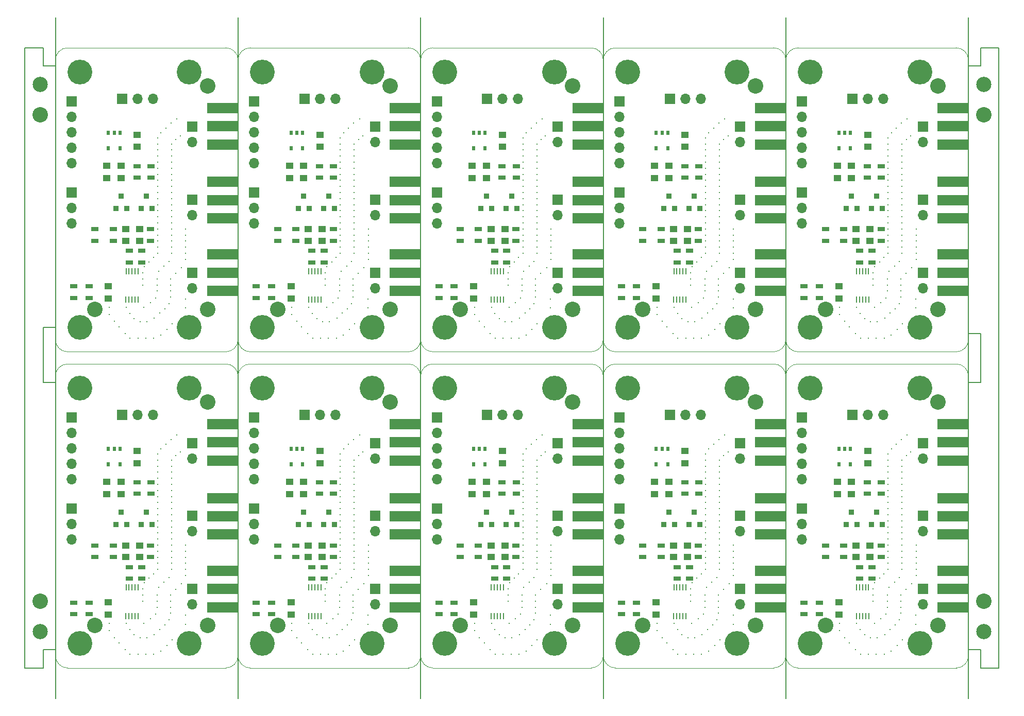
<source format=gbr>
G04 #@! TF.FileFunction,Soldermask,Top*
%FSLAX46Y46*%
G04 Gerber Fmt 4.6, Leading zero omitted, Abs format (unit mm)*
G04 Created by KiCad (PCBNEW 4.0.6-e0-6349~53~ubuntu16.04.1) date Tue Jun 20 09:51:45 2017*
%MOMM*%
%LPD*%
G01*
G04 APERTURE LIST*
%ADD10C,0.200000*%
%ADD11C,0.100000*%
%ADD12C,2.500000*%
%ADD13C,2.540000*%
%ADD14C,0.200000*%
%ADD15R,5.080000X1.800000*%
%ADD16C,0.300000*%
%ADD17R,1.700000X1.700000*%
%ADD18O,1.700000X1.700000*%
%ADD19C,4.064000*%
%ADD20R,0.914400X0.914400*%
%ADD21R,1.300000X0.700000*%
%ADD22R,1.250000X1.000000*%
%ADD23R,0.250000X1.100000*%
%ADD24R,0.508000X0.762000*%
%ADD25R,1.300000X1.100000*%
G04 APERTURE END LIST*
D10*
X204000000Y-29000000D02*
X204000000Y-141000000D01*
X174000000Y-141000000D02*
X174000000Y-29000000D01*
X144000000Y-29000000D02*
X144000000Y-141000000D01*
X114000000Y-141000000D02*
X114000000Y-29000000D01*
X84000000Y-29000000D02*
X84000000Y-141000000D01*
X54000000Y-29000000D02*
X54000000Y-141000000D01*
X206000000Y-133000000D02*
X204000000Y-133000000D01*
X206000000Y-136000000D02*
X206000000Y-133000000D01*
X204000000Y-134000000D02*
X204000000Y-89000000D01*
X209000000Y-136000000D02*
X206000000Y-136000000D01*
D11*
X204000000Y-134000000D02*
X204000000Y-88000000D01*
X204000000Y-134000000D02*
X204000000Y-88000000D01*
X204000000Y-134000000D02*
X204000000Y-88000000D01*
X204000000Y-134000000D02*
X204000000Y-88000000D01*
X202000000Y-136000000D02*
G75*
G03X204000000Y-134000000I0J2000000D01*
G01*
X202000000Y-136000000D02*
G75*
G03X204000000Y-134000000I0J2000000D01*
G01*
X202000000Y-136000000D02*
G75*
G03X204000000Y-134000000I0J2000000D01*
G01*
X202000000Y-136000000D02*
G75*
G03X204000000Y-134000000I0J2000000D01*
G01*
D10*
X52000000Y-133000000D02*
X54000000Y-133000000D01*
X52000000Y-136000000D02*
X52000000Y-133000000D01*
X49000000Y-136000000D02*
X52000000Y-136000000D01*
X52000000Y-37000000D02*
X52000000Y-34000000D01*
X54000000Y-37000000D02*
X52000000Y-37000000D01*
X54000000Y-80000000D02*
X54000000Y-37000000D01*
X52000000Y-80000000D02*
X54000000Y-80000000D01*
X52000000Y-89000000D02*
X52000000Y-80000000D01*
X54000000Y-89000000D02*
X52000000Y-89000000D01*
X54000000Y-133000000D02*
X54000000Y-89000000D01*
X49000000Y-34000000D02*
X49000000Y-136000000D01*
X52000000Y-34000000D02*
X49000000Y-34000000D01*
X206000000Y-37000000D02*
X206000000Y-34000000D01*
X204000000Y-37000000D02*
X206000000Y-37000000D01*
X204000000Y-81000000D02*
X204000000Y-37000000D01*
X206000000Y-81000000D02*
X204000000Y-81000000D01*
X206000000Y-89000000D02*
X206000000Y-81000000D01*
X204000000Y-89000000D02*
X206000000Y-89000000D01*
X209000000Y-34000000D02*
X209000000Y-136000000D01*
X206000000Y-34000000D02*
X209000000Y-34000000D01*
D11*
X54000000Y-88000000D02*
X54000000Y-134000000D01*
X54000000Y-88000000D02*
X54000000Y-134000000D01*
X54000000Y-88000000D02*
X54000000Y-134000000D01*
X54000000Y-88000000D02*
X54000000Y-134000000D01*
X56000000Y-86000000D02*
G75*
G03X54000000Y-88000000I0J-2000000D01*
G01*
X56000000Y-86000000D02*
G75*
G03X54000000Y-88000000I0J-2000000D01*
G01*
X56000000Y-86000000D02*
G75*
G03X54000000Y-88000000I0J-2000000D01*
G01*
X56000000Y-86000000D02*
G75*
G03X54000000Y-88000000I0J-2000000D01*
G01*
X54000000Y-134000000D02*
G75*
G03X56000000Y-136000000I2000000J0D01*
G01*
X54000000Y-134000000D02*
G75*
G03X56000000Y-136000000I2000000J0D01*
G01*
X54000000Y-134000000D02*
G75*
G03X56000000Y-136000000I2000000J0D01*
G01*
X54000000Y-134000000D02*
G75*
G03X56000000Y-136000000I2000000J0D01*
G01*
X54000000Y-36000000D02*
X54000000Y-82000000D01*
X56000000Y-34000000D02*
G75*
G03X54000000Y-36000000I0J-2000000D01*
G01*
X54000000Y-82000000D02*
G75*
G03X56000000Y-84000000I2000000J0D01*
G01*
X54000000Y-82000000D02*
G75*
G03X56000000Y-84000000I2000000J0D01*
G01*
X56000000Y-34000000D02*
G75*
G03X54000000Y-36000000I0J-2000000D01*
G01*
X54000000Y-36000000D02*
X54000000Y-82000000D01*
X54000000Y-36000000D02*
X54000000Y-82000000D01*
X56000000Y-34000000D02*
G75*
G03X54000000Y-36000000I0J-2000000D01*
G01*
X54000000Y-82000000D02*
G75*
G03X56000000Y-84000000I2000000J0D01*
G01*
X54000000Y-82000000D02*
G75*
G03X56000000Y-84000000I2000000J0D01*
G01*
X56000000Y-34000000D02*
G75*
G03X54000000Y-36000000I0J-2000000D01*
G01*
X54000000Y-36000000D02*
X54000000Y-82000000D01*
X84000000Y-88000000D02*
X84000000Y-134000000D01*
X82000000Y-86000000D02*
X56000000Y-86000000D01*
X82000000Y-86000000D02*
X56000000Y-86000000D01*
X82000000Y-86000000D02*
X56000000Y-86000000D01*
X82000000Y-86000000D02*
X56000000Y-86000000D01*
X56000000Y-136000000D02*
X82000000Y-136000000D01*
X56000000Y-136000000D02*
X82000000Y-136000000D01*
X56000000Y-136000000D02*
X82000000Y-136000000D01*
X56000000Y-136000000D02*
X82000000Y-136000000D01*
X84000000Y-134000000D02*
X84000000Y-88000000D01*
X84000000Y-88000000D02*
X84000000Y-134000000D01*
X84000000Y-134000000D02*
X84000000Y-88000000D01*
X84000000Y-134000000D02*
X84000000Y-88000000D01*
X84000000Y-88000000D02*
X84000000Y-134000000D01*
X84000000Y-88000000D02*
G75*
G03X82000000Y-86000000I-2000000J0D01*
G01*
X86000000Y-86000000D02*
G75*
G03X84000000Y-88000000I0J-2000000D01*
G01*
X84000000Y-88000000D02*
G75*
G03X82000000Y-86000000I-2000000J0D01*
G01*
X86000000Y-86000000D02*
G75*
G03X84000000Y-88000000I0J-2000000D01*
G01*
X84000000Y-88000000D02*
G75*
G03X82000000Y-86000000I-2000000J0D01*
G01*
X84000000Y-88000000D02*
G75*
G03X82000000Y-86000000I-2000000J0D01*
G01*
X86000000Y-86000000D02*
G75*
G03X84000000Y-88000000I0J-2000000D01*
G01*
X174000000Y-134000000D02*
X174000000Y-88000000D01*
X174000000Y-88000000D02*
X174000000Y-134000000D01*
X174000000Y-88000000D02*
X174000000Y-134000000D01*
X176000000Y-86000000D02*
G75*
G03X174000000Y-88000000I0J-2000000D01*
G01*
X174000000Y-88000000D02*
G75*
G03X172000000Y-86000000I-2000000J0D01*
G01*
X176000000Y-86000000D02*
G75*
G03X174000000Y-88000000I0J-2000000D01*
G01*
X176000000Y-86000000D02*
G75*
G03X174000000Y-88000000I0J-2000000D01*
G01*
X174000000Y-88000000D02*
G75*
G03X172000000Y-86000000I-2000000J0D01*
G01*
X174000000Y-88000000D02*
G75*
G03X172000000Y-86000000I-2000000J0D01*
G01*
X176000000Y-86000000D02*
G75*
G03X174000000Y-88000000I0J-2000000D01*
G01*
X174000000Y-88000000D02*
G75*
G03X172000000Y-86000000I-2000000J0D01*
G01*
X174000000Y-88000000D02*
X174000000Y-134000000D01*
X174000000Y-134000000D02*
X174000000Y-88000000D01*
X174000000Y-134000000D02*
X174000000Y-88000000D01*
X174000000Y-88000000D02*
X174000000Y-134000000D01*
X174000000Y-134000000D02*
X174000000Y-88000000D01*
X176000000Y-136000000D02*
X202000000Y-136000000D01*
X176000000Y-136000000D02*
X202000000Y-136000000D01*
X176000000Y-136000000D02*
X202000000Y-136000000D01*
X176000000Y-136000000D02*
X202000000Y-136000000D01*
X174000000Y-134000000D02*
G75*
G03X176000000Y-136000000I2000000J0D01*
G01*
X172000000Y-136000000D02*
G75*
G03X174000000Y-134000000I0J2000000D01*
G01*
X174000000Y-134000000D02*
G75*
G03X176000000Y-136000000I2000000J0D01*
G01*
X174000000Y-134000000D02*
G75*
G03X176000000Y-136000000I2000000J0D01*
G01*
X172000000Y-136000000D02*
G75*
G03X174000000Y-134000000I0J2000000D01*
G01*
X172000000Y-136000000D02*
G75*
G03X174000000Y-134000000I0J2000000D01*
G01*
X174000000Y-134000000D02*
G75*
G03X176000000Y-136000000I2000000J0D01*
G01*
X172000000Y-136000000D02*
G75*
G03X174000000Y-134000000I0J2000000D01*
G01*
X202000000Y-86000000D02*
X176000000Y-86000000D01*
X204000000Y-88000000D02*
G75*
G03X202000000Y-86000000I-2000000J0D01*
G01*
X202000000Y-86000000D02*
X176000000Y-86000000D01*
X202000000Y-86000000D02*
X176000000Y-86000000D01*
X204000000Y-88000000D02*
G75*
G03X202000000Y-86000000I-2000000J0D01*
G01*
X204000000Y-88000000D02*
G75*
G03X202000000Y-86000000I-2000000J0D01*
G01*
X202000000Y-86000000D02*
X176000000Y-86000000D01*
X204000000Y-88000000D02*
G75*
G03X202000000Y-86000000I-2000000J0D01*
G01*
X112000000Y-86000000D02*
X86000000Y-86000000D01*
X86000000Y-86000000D02*
G75*
G03X84000000Y-88000000I0J-2000000D01*
G01*
X112000000Y-86000000D02*
X86000000Y-86000000D01*
X112000000Y-86000000D02*
X86000000Y-86000000D01*
X112000000Y-86000000D02*
X86000000Y-86000000D01*
X84000000Y-88000000D02*
X84000000Y-134000000D01*
X82000000Y-136000000D02*
G75*
G03X84000000Y-134000000I0J2000000D01*
G01*
X84000000Y-134000000D02*
G75*
G03X86000000Y-136000000I2000000J0D01*
G01*
X82000000Y-136000000D02*
G75*
G03X84000000Y-134000000I0J2000000D01*
G01*
X84000000Y-134000000D02*
G75*
G03X86000000Y-136000000I2000000J0D01*
G01*
X84000000Y-134000000D02*
X84000000Y-88000000D01*
X86000000Y-136000000D02*
X112000000Y-136000000D01*
X84000000Y-134000000D02*
G75*
G03X86000000Y-136000000I2000000J0D01*
G01*
X82000000Y-136000000D02*
G75*
G03X84000000Y-134000000I0J2000000D01*
G01*
X82000000Y-136000000D02*
G75*
G03X84000000Y-134000000I0J2000000D01*
G01*
X84000000Y-134000000D02*
G75*
G03X86000000Y-136000000I2000000J0D01*
G01*
X86000000Y-136000000D02*
X112000000Y-136000000D01*
X86000000Y-136000000D02*
X112000000Y-136000000D01*
X86000000Y-136000000D02*
X112000000Y-136000000D01*
X112000000Y-136000000D02*
G75*
G03X114000000Y-134000000I0J2000000D01*
G01*
X112000000Y-136000000D02*
G75*
G03X114000000Y-134000000I0J2000000D01*
G01*
X112000000Y-136000000D02*
G75*
G03X114000000Y-134000000I0J2000000D01*
G01*
X112000000Y-136000000D02*
G75*
G03X114000000Y-134000000I0J2000000D01*
G01*
X114000000Y-88000000D02*
G75*
G03X112000000Y-86000000I-2000000J0D01*
G01*
X114000000Y-88000000D02*
G75*
G03X112000000Y-86000000I-2000000J0D01*
G01*
X114000000Y-88000000D02*
G75*
G03X112000000Y-86000000I-2000000J0D01*
G01*
X114000000Y-88000000D02*
G75*
G03X112000000Y-86000000I-2000000J0D01*
G01*
X146000000Y-136000000D02*
X172000000Y-136000000D01*
X146000000Y-136000000D02*
X172000000Y-136000000D01*
X146000000Y-136000000D02*
X172000000Y-136000000D01*
X146000000Y-136000000D02*
X172000000Y-136000000D01*
X144000000Y-134000000D02*
G75*
G03X146000000Y-136000000I2000000J0D01*
G01*
X144000000Y-134000000D02*
G75*
G03X146000000Y-136000000I2000000J0D01*
G01*
X144000000Y-134000000D02*
G75*
G03X146000000Y-136000000I2000000J0D01*
G01*
X144000000Y-88000000D02*
X144000000Y-134000000D01*
X144000000Y-134000000D02*
X144000000Y-88000000D01*
X144000000Y-134000000D02*
X144000000Y-88000000D01*
X144000000Y-88000000D02*
X144000000Y-134000000D01*
X144000000Y-88000000D02*
X144000000Y-134000000D01*
X144000000Y-134000000D02*
X144000000Y-88000000D01*
X144000000Y-134000000D02*
X144000000Y-88000000D01*
X142000000Y-136000000D02*
G75*
G03X144000000Y-134000000I0J2000000D01*
G01*
X144000000Y-134000000D02*
G75*
G03X146000000Y-136000000I2000000J0D01*
G01*
X142000000Y-136000000D02*
G75*
G03X144000000Y-134000000I0J2000000D01*
G01*
X142000000Y-136000000D02*
G75*
G03X144000000Y-134000000I0J2000000D01*
G01*
X142000000Y-136000000D02*
G75*
G03X144000000Y-134000000I0J2000000D01*
G01*
X116000000Y-136000000D02*
X142000000Y-136000000D01*
X114000000Y-134000000D02*
G75*
G03X116000000Y-136000000I2000000J0D01*
G01*
X116000000Y-136000000D02*
X142000000Y-136000000D01*
X116000000Y-136000000D02*
X142000000Y-136000000D01*
X114000000Y-134000000D02*
G75*
G03X116000000Y-136000000I2000000J0D01*
G01*
X114000000Y-134000000D02*
G75*
G03X116000000Y-136000000I2000000J0D01*
G01*
X116000000Y-136000000D02*
X142000000Y-136000000D01*
X114000000Y-134000000D02*
G75*
G03X116000000Y-136000000I2000000J0D01*
G01*
X114000000Y-88000000D02*
X114000000Y-134000000D01*
X114000000Y-134000000D02*
X114000000Y-88000000D01*
X114000000Y-88000000D02*
X114000000Y-134000000D01*
X114000000Y-134000000D02*
X114000000Y-88000000D01*
X114000000Y-88000000D02*
X114000000Y-134000000D01*
X114000000Y-88000000D02*
X114000000Y-134000000D01*
X114000000Y-134000000D02*
X114000000Y-88000000D01*
X114000000Y-134000000D02*
X114000000Y-88000000D01*
X142000000Y-86000000D02*
X116000000Y-86000000D01*
X116000000Y-86000000D02*
G75*
G03X114000000Y-88000000I0J-2000000D01*
G01*
X116000000Y-86000000D02*
G75*
G03X114000000Y-88000000I0J-2000000D01*
G01*
X142000000Y-86000000D02*
X116000000Y-86000000D01*
X142000000Y-86000000D02*
X116000000Y-86000000D01*
X116000000Y-86000000D02*
G75*
G03X114000000Y-88000000I0J-2000000D01*
G01*
X142000000Y-86000000D02*
X116000000Y-86000000D01*
X116000000Y-86000000D02*
G75*
G03X114000000Y-88000000I0J-2000000D01*
G01*
X144000000Y-88000000D02*
G75*
G03X142000000Y-86000000I-2000000J0D01*
G01*
X144000000Y-88000000D02*
X144000000Y-134000000D01*
X144000000Y-88000000D02*
G75*
G03X142000000Y-86000000I-2000000J0D01*
G01*
X144000000Y-88000000D02*
G75*
G03X142000000Y-86000000I-2000000J0D01*
G01*
X144000000Y-88000000D02*
G75*
G03X142000000Y-86000000I-2000000J0D01*
G01*
X172000000Y-86000000D02*
X146000000Y-86000000D01*
X146000000Y-86000000D02*
G75*
G03X144000000Y-88000000I0J-2000000D01*
G01*
X172000000Y-86000000D02*
X146000000Y-86000000D01*
X172000000Y-86000000D02*
X146000000Y-86000000D01*
X146000000Y-86000000D02*
G75*
G03X144000000Y-88000000I0J-2000000D01*
G01*
X146000000Y-86000000D02*
G75*
G03X144000000Y-88000000I0J-2000000D01*
G01*
X172000000Y-86000000D02*
X146000000Y-86000000D01*
X146000000Y-86000000D02*
G75*
G03X144000000Y-88000000I0J-2000000D01*
G01*
X174000000Y-36000000D02*
X174000000Y-82000000D01*
X176000000Y-84000000D02*
X202000000Y-84000000D01*
X204000000Y-82000000D02*
X204000000Y-36000000D01*
X202000000Y-34000000D02*
X176000000Y-34000000D01*
X176000000Y-34000000D02*
G75*
G03X174000000Y-36000000I0J-2000000D01*
G01*
X204000000Y-36000000D02*
G75*
G03X202000000Y-34000000I-2000000J0D01*
G01*
X174000000Y-82000000D02*
G75*
G03X176000000Y-84000000I2000000J0D01*
G01*
X202000000Y-84000000D02*
G75*
G03X204000000Y-82000000I0J2000000D01*
G01*
X144000000Y-36000000D02*
X144000000Y-82000000D01*
X146000000Y-84000000D02*
X172000000Y-84000000D01*
X174000000Y-82000000D02*
X174000000Y-36000000D01*
X172000000Y-34000000D02*
X146000000Y-34000000D01*
X146000000Y-34000000D02*
G75*
G03X144000000Y-36000000I0J-2000000D01*
G01*
X174000000Y-36000000D02*
G75*
G03X172000000Y-34000000I-2000000J0D01*
G01*
X144000000Y-82000000D02*
G75*
G03X146000000Y-84000000I2000000J0D01*
G01*
X172000000Y-84000000D02*
G75*
G03X174000000Y-82000000I0J2000000D01*
G01*
X114000000Y-36000000D02*
X114000000Y-82000000D01*
X116000000Y-84000000D02*
X142000000Y-84000000D01*
X144000000Y-82000000D02*
X144000000Y-36000000D01*
X142000000Y-34000000D02*
X116000000Y-34000000D01*
X116000000Y-34000000D02*
G75*
G03X114000000Y-36000000I0J-2000000D01*
G01*
X144000000Y-36000000D02*
G75*
G03X142000000Y-34000000I-2000000J0D01*
G01*
X114000000Y-82000000D02*
G75*
G03X116000000Y-84000000I2000000J0D01*
G01*
X142000000Y-84000000D02*
G75*
G03X144000000Y-82000000I0J2000000D01*
G01*
X84000000Y-36000000D02*
X84000000Y-82000000D01*
X86000000Y-84000000D02*
X112000000Y-84000000D01*
X114000000Y-82000000D02*
X114000000Y-36000000D01*
X112000000Y-34000000D02*
X86000000Y-34000000D01*
X86000000Y-34000000D02*
G75*
G03X84000000Y-36000000I0J-2000000D01*
G01*
X114000000Y-36000000D02*
G75*
G03X112000000Y-34000000I-2000000J0D01*
G01*
X84000000Y-82000000D02*
G75*
G03X86000000Y-84000000I2000000J0D01*
G01*
X112000000Y-84000000D02*
G75*
G03X114000000Y-82000000I0J2000000D01*
G01*
X56000000Y-84000000D02*
X82000000Y-84000000D01*
X84000000Y-82000000D02*
X84000000Y-36000000D01*
X82000000Y-34000000D02*
X56000000Y-34000000D01*
X84000000Y-36000000D02*
G75*
G03X82000000Y-34000000I-2000000J0D01*
G01*
X82000000Y-84000000D02*
G75*
G03X84000000Y-82000000I0J2000000D01*
G01*
X82000000Y-84000000D02*
G75*
G03X84000000Y-82000000I0J2000000D01*
G01*
X84000000Y-36000000D02*
G75*
G03X82000000Y-34000000I-2000000J0D01*
G01*
X82000000Y-34000000D02*
X56000000Y-34000000D01*
X84000000Y-82000000D02*
X84000000Y-36000000D01*
X56000000Y-84000000D02*
X82000000Y-84000000D01*
X112000000Y-84000000D02*
G75*
G03X114000000Y-82000000I0J2000000D01*
G01*
X84000000Y-82000000D02*
G75*
G03X86000000Y-84000000I2000000J0D01*
G01*
X114000000Y-36000000D02*
G75*
G03X112000000Y-34000000I-2000000J0D01*
G01*
X86000000Y-34000000D02*
G75*
G03X84000000Y-36000000I0J-2000000D01*
G01*
X112000000Y-34000000D02*
X86000000Y-34000000D01*
X114000000Y-82000000D02*
X114000000Y-36000000D01*
X86000000Y-84000000D02*
X112000000Y-84000000D01*
X84000000Y-36000000D02*
X84000000Y-82000000D01*
X142000000Y-84000000D02*
G75*
G03X144000000Y-82000000I0J2000000D01*
G01*
X114000000Y-82000000D02*
G75*
G03X116000000Y-84000000I2000000J0D01*
G01*
X144000000Y-36000000D02*
G75*
G03X142000000Y-34000000I-2000000J0D01*
G01*
X116000000Y-34000000D02*
G75*
G03X114000000Y-36000000I0J-2000000D01*
G01*
X142000000Y-34000000D02*
X116000000Y-34000000D01*
X144000000Y-82000000D02*
X144000000Y-36000000D01*
X116000000Y-84000000D02*
X142000000Y-84000000D01*
X114000000Y-36000000D02*
X114000000Y-82000000D01*
X172000000Y-84000000D02*
G75*
G03X174000000Y-82000000I0J2000000D01*
G01*
X144000000Y-82000000D02*
G75*
G03X146000000Y-84000000I2000000J0D01*
G01*
X174000000Y-36000000D02*
G75*
G03X172000000Y-34000000I-2000000J0D01*
G01*
X146000000Y-34000000D02*
G75*
G03X144000000Y-36000000I0J-2000000D01*
G01*
X172000000Y-34000000D02*
X146000000Y-34000000D01*
X174000000Y-82000000D02*
X174000000Y-36000000D01*
X146000000Y-84000000D02*
X172000000Y-84000000D01*
X144000000Y-36000000D02*
X144000000Y-82000000D01*
X202000000Y-84000000D02*
G75*
G03X204000000Y-82000000I0J2000000D01*
G01*
X174000000Y-82000000D02*
G75*
G03X176000000Y-84000000I2000000J0D01*
G01*
X204000000Y-36000000D02*
G75*
G03X202000000Y-34000000I-2000000J0D01*
G01*
X176000000Y-34000000D02*
G75*
G03X174000000Y-36000000I0J-2000000D01*
G01*
X202000000Y-34000000D02*
X176000000Y-34000000D01*
X204000000Y-82000000D02*
X204000000Y-36000000D01*
X176000000Y-84000000D02*
X202000000Y-84000000D01*
X174000000Y-36000000D02*
X174000000Y-82000000D01*
X174000000Y-36000000D02*
X174000000Y-82000000D01*
X176000000Y-84000000D02*
X202000000Y-84000000D01*
X204000000Y-82000000D02*
X204000000Y-36000000D01*
X202000000Y-34000000D02*
X176000000Y-34000000D01*
X176000000Y-34000000D02*
G75*
G03X174000000Y-36000000I0J-2000000D01*
G01*
X204000000Y-36000000D02*
G75*
G03X202000000Y-34000000I-2000000J0D01*
G01*
X174000000Y-82000000D02*
G75*
G03X176000000Y-84000000I2000000J0D01*
G01*
X202000000Y-84000000D02*
G75*
G03X204000000Y-82000000I0J2000000D01*
G01*
X144000000Y-36000000D02*
X144000000Y-82000000D01*
X146000000Y-84000000D02*
X172000000Y-84000000D01*
X174000000Y-82000000D02*
X174000000Y-36000000D01*
X172000000Y-34000000D02*
X146000000Y-34000000D01*
X146000000Y-34000000D02*
G75*
G03X144000000Y-36000000I0J-2000000D01*
G01*
X174000000Y-36000000D02*
G75*
G03X172000000Y-34000000I-2000000J0D01*
G01*
X144000000Y-82000000D02*
G75*
G03X146000000Y-84000000I2000000J0D01*
G01*
X172000000Y-84000000D02*
G75*
G03X174000000Y-82000000I0J2000000D01*
G01*
X114000000Y-36000000D02*
X114000000Y-82000000D01*
X116000000Y-84000000D02*
X142000000Y-84000000D01*
X144000000Y-82000000D02*
X144000000Y-36000000D01*
X142000000Y-34000000D02*
X116000000Y-34000000D01*
X116000000Y-34000000D02*
G75*
G03X114000000Y-36000000I0J-2000000D01*
G01*
X144000000Y-36000000D02*
G75*
G03X142000000Y-34000000I-2000000J0D01*
G01*
X114000000Y-82000000D02*
G75*
G03X116000000Y-84000000I2000000J0D01*
G01*
X142000000Y-84000000D02*
G75*
G03X144000000Y-82000000I0J2000000D01*
G01*
X84000000Y-36000000D02*
X84000000Y-82000000D01*
X86000000Y-84000000D02*
X112000000Y-84000000D01*
X114000000Y-82000000D02*
X114000000Y-36000000D01*
X112000000Y-34000000D02*
X86000000Y-34000000D01*
X86000000Y-34000000D02*
G75*
G03X84000000Y-36000000I0J-2000000D01*
G01*
X114000000Y-36000000D02*
G75*
G03X112000000Y-34000000I-2000000J0D01*
G01*
X84000000Y-82000000D02*
G75*
G03X86000000Y-84000000I2000000J0D01*
G01*
X112000000Y-84000000D02*
G75*
G03X114000000Y-82000000I0J2000000D01*
G01*
X56000000Y-84000000D02*
X82000000Y-84000000D01*
X84000000Y-82000000D02*
X84000000Y-36000000D01*
X82000000Y-34000000D02*
X56000000Y-34000000D01*
X84000000Y-36000000D02*
G75*
G03X82000000Y-34000000I-2000000J0D01*
G01*
X82000000Y-84000000D02*
G75*
G03X84000000Y-82000000I0J2000000D01*
G01*
X82000000Y-84000000D02*
G75*
G03X84000000Y-82000000I0J2000000D01*
G01*
X84000000Y-36000000D02*
G75*
G03X82000000Y-34000000I-2000000J0D01*
G01*
X82000000Y-34000000D02*
X56000000Y-34000000D01*
X84000000Y-82000000D02*
X84000000Y-36000000D01*
X56000000Y-84000000D02*
X82000000Y-84000000D01*
X112000000Y-84000000D02*
G75*
G03X114000000Y-82000000I0J2000000D01*
G01*
X84000000Y-82000000D02*
G75*
G03X86000000Y-84000000I2000000J0D01*
G01*
X114000000Y-36000000D02*
G75*
G03X112000000Y-34000000I-2000000J0D01*
G01*
X86000000Y-34000000D02*
G75*
G03X84000000Y-36000000I0J-2000000D01*
G01*
X112000000Y-34000000D02*
X86000000Y-34000000D01*
X114000000Y-82000000D02*
X114000000Y-36000000D01*
X86000000Y-84000000D02*
X112000000Y-84000000D01*
X84000000Y-36000000D02*
X84000000Y-82000000D01*
X142000000Y-84000000D02*
G75*
G03X144000000Y-82000000I0J2000000D01*
G01*
X114000000Y-82000000D02*
G75*
G03X116000000Y-84000000I2000000J0D01*
G01*
X144000000Y-36000000D02*
G75*
G03X142000000Y-34000000I-2000000J0D01*
G01*
X116000000Y-34000000D02*
G75*
G03X114000000Y-36000000I0J-2000000D01*
G01*
X142000000Y-34000000D02*
X116000000Y-34000000D01*
X144000000Y-82000000D02*
X144000000Y-36000000D01*
X116000000Y-84000000D02*
X142000000Y-84000000D01*
X114000000Y-36000000D02*
X114000000Y-82000000D01*
X172000000Y-84000000D02*
G75*
G03X174000000Y-82000000I0J2000000D01*
G01*
X144000000Y-82000000D02*
G75*
G03X146000000Y-84000000I2000000J0D01*
G01*
X174000000Y-36000000D02*
G75*
G03X172000000Y-34000000I-2000000J0D01*
G01*
X146000000Y-34000000D02*
G75*
G03X144000000Y-36000000I0J-2000000D01*
G01*
X172000000Y-34000000D02*
X146000000Y-34000000D01*
X174000000Y-82000000D02*
X174000000Y-36000000D01*
X146000000Y-84000000D02*
X172000000Y-84000000D01*
X144000000Y-36000000D02*
X144000000Y-82000000D01*
X202000000Y-84000000D02*
G75*
G03X204000000Y-82000000I0J2000000D01*
G01*
X174000000Y-82000000D02*
G75*
G03X176000000Y-84000000I2000000J0D01*
G01*
X204000000Y-36000000D02*
G75*
G03X202000000Y-34000000I-2000000J0D01*
G01*
X176000000Y-34000000D02*
G75*
G03X174000000Y-36000000I0J-2000000D01*
G01*
X202000000Y-34000000D02*
X176000000Y-34000000D01*
X204000000Y-82000000D02*
X204000000Y-36000000D01*
X176000000Y-84000000D02*
X202000000Y-84000000D01*
X174000000Y-36000000D02*
X174000000Y-82000000D01*
D12*
X206500000Y-40000000D03*
D13*
X51500000Y-125000000D03*
X206500000Y-125000000D03*
X51500000Y-45000000D03*
D12*
X51500000Y-40000000D03*
X51500000Y-130000000D03*
D14*
X130800000Y-110800000D03*
X130800000Y-110800000D03*
X133100000Y-110800000D03*
X133100000Y-110800000D03*
X133100000Y-110800000D03*
X133100000Y-113800000D03*
X133100000Y-113800000D03*
X133100000Y-112800000D03*
X133100000Y-112800000D03*
X133100000Y-112800000D03*
X133100000Y-112800000D03*
X133100000Y-113800000D03*
X133100000Y-113800000D03*
X133100000Y-111800000D03*
X133100000Y-111800000D03*
X133100000Y-110800000D03*
X133100000Y-111800000D03*
X133100000Y-111800000D03*
X133100000Y-114800000D03*
X133100000Y-114800000D03*
X133100000Y-114800000D03*
X133100000Y-114800000D03*
X133100000Y-116800000D03*
X133100000Y-116800000D03*
X133100000Y-115800000D03*
X133100000Y-115800000D03*
X133100000Y-115800000D03*
X133100000Y-115800000D03*
X133100000Y-117800000D03*
X133100000Y-117800000D03*
X133100000Y-117800000D03*
X133100000Y-116800000D03*
X133100000Y-116800000D03*
X135400000Y-115800000D03*
X135400000Y-115800000D03*
X135400000Y-116800000D03*
X135400000Y-115800000D03*
X135400000Y-115800000D03*
X135400000Y-117800000D03*
X135400000Y-116800000D03*
X135400000Y-117800000D03*
X135400000Y-117800000D03*
X135400000Y-116800000D03*
X135400000Y-116800000D03*
X135400000Y-117800000D03*
X133100000Y-119800000D03*
X133100000Y-119800000D03*
X133100000Y-119800000D03*
X133100000Y-119800000D03*
X135400000Y-118800000D03*
X135400000Y-118800000D03*
X135400000Y-118800000D03*
X135400000Y-119800000D03*
X135400000Y-118800000D03*
X135400000Y-119800000D03*
X135400000Y-120800000D03*
X135400000Y-119800000D03*
X135400000Y-120800000D03*
X135400000Y-119800000D03*
X135400000Y-120800000D03*
X135400000Y-120800000D03*
X133100000Y-118800000D03*
X133100000Y-117800000D03*
X133100000Y-118800000D03*
X133100000Y-118800000D03*
X133100000Y-118800000D03*
X131950000Y-128900000D03*
X131950000Y-128900000D03*
X131950000Y-128900000D03*
X131150000Y-129650000D03*
X131950000Y-128900000D03*
X132900000Y-124000000D03*
X133750000Y-123100000D03*
X132900000Y-124000000D03*
X132900000Y-124000000D03*
X133750000Y-123100000D03*
X132900000Y-124000000D03*
X133750000Y-123100000D03*
X132900000Y-125000000D03*
X132900000Y-126000000D03*
X132900000Y-125000000D03*
X132900000Y-125000000D03*
X132900000Y-125000000D03*
X132900000Y-126000000D03*
X132650000Y-128050000D03*
X132650000Y-128050000D03*
X135350000Y-127350000D03*
X132650000Y-128050000D03*
X132650000Y-128050000D03*
X135350000Y-128800000D03*
X135350000Y-127350000D03*
X135350000Y-128800000D03*
X135350000Y-128800000D03*
X135350000Y-128800000D03*
X135350000Y-127350000D03*
X135350000Y-127350000D03*
X134700000Y-122150000D03*
X134700000Y-122150000D03*
X133750000Y-123100000D03*
X134700000Y-122150000D03*
X134700000Y-122150000D03*
X132900000Y-127000000D03*
X132900000Y-127000000D03*
X132900000Y-127000000D03*
X132900000Y-127000000D03*
X132900000Y-126000000D03*
X132900000Y-126000000D03*
D13*
X139000000Y-129000000D03*
X139000000Y-129000000D03*
X139000000Y-129000000D03*
X139000000Y-129000000D03*
D15*
X141460000Y-123000000D03*
X141460000Y-126000000D03*
D16*
X143500000Y-120000000D03*
X139500000Y-120000000D03*
X140500000Y-120500000D03*
X140500000Y-119500000D03*
X141500000Y-120000000D03*
X142500000Y-120500000D03*
X142500000Y-119500000D03*
X143500000Y-126000000D03*
X139500000Y-126000000D03*
X140500000Y-126500000D03*
X140500000Y-125500000D03*
X141500000Y-126000000D03*
X142500000Y-126500000D03*
X142500000Y-125500000D03*
D15*
X141460000Y-120000000D03*
D17*
X136500000Y-123000000D03*
D18*
X136500000Y-125540000D03*
D17*
X136500000Y-123000000D03*
D18*
X136500000Y-125540000D03*
D15*
X141460000Y-123000000D03*
X141460000Y-126000000D03*
D16*
X143500000Y-120000000D03*
X139500000Y-120000000D03*
X140500000Y-120500000D03*
X140500000Y-119500000D03*
X141500000Y-120000000D03*
X142500000Y-120500000D03*
X142500000Y-119500000D03*
X143500000Y-126000000D03*
X139500000Y-126000000D03*
X140500000Y-126500000D03*
X140500000Y-125500000D03*
X141500000Y-126000000D03*
X142500000Y-126500000D03*
X142500000Y-125500000D03*
D15*
X141460000Y-120000000D03*
X141460000Y-123000000D03*
X141460000Y-126000000D03*
D16*
X143500000Y-120000000D03*
X139500000Y-120000000D03*
X140500000Y-120500000D03*
X140500000Y-119500000D03*
X141500000Y-120000000D03*
X142500000Y-120500000D03*
X142500000Y-119500000D03*
X143500000Y-126000000D03*
X139500000Y-126000000D03*
X140500000Y-126500000D03*
X140500000Y-125500000D03*
X141500000Y-126000000D03*
X142500000Y-126500000D03*
X142500000Y-125500000D03*
D15*
X141460000Y-120000000D03*
X141460000Y-123000000D03*
X141460000Y-126000000D03*
D16*
X143500000Y-120000000D03*
X139500000Y-120000000D03*
X140500000Y-120500000D03*
X140500000Y-119500000D03*
X141500000Y-120000000D03*
X142500000Y-120500000D03*
X142500000Y-119500000D03*
X143500000Y-126000000D03*
X139500000Y-126000000D03*
X140500000Y-126500000D03*
X140500000Y-125500000D03*
X141500000Y-126000000D03*
X142500000Y-126500000D03*
X142500000Y-125500000D03*
D15*
X141460000Y-120000000D03*
D17*
X136500000Y-123000000D03*
D18*
X136500000Y-125540000D03*
D17*
X136500000Y-123000000D03*
D18*
X136500000Y-125540000D03*
D14*
X132300000Y-132300000D03*
X133150000Y-131350000D03*
X132300000Y-132300000D03*
X132300000Y-132300000D03*
X132300000Y-132300000D03*
X133150000Y-131350000D03*
X133150000Y-131350000D03*
X133150000Y-131350000D03*
D19*
X136000000Y-132000000D03*
X136000000Y-132000000D03*
X136000000Y-132000000D03*
X136000000Y-132000000D03*
D14*
X132650000Y-121150000D03*
X131850000Y-121900000D03*
X131850000Y-121900000D03*
X132650000Y-121150000D03*
X132650000Y-121150000D03*
X131850000Y-121900000D03*
X131850000Y-121900000D03*
X132650000Y-121150000D03*
D20*
X155689000Y-112416000D03*
X153911000Y-112416000D03*
X154800000Y-110384000D03*
X155689000Y-112416000D03*
X153911000Y-112416000D03*
X154800000Y-110384000D03*
X155689000Y-112416000D03*
X153911000Y-112416000D03*
X154800000Y-110384000D03*
X155689000Y-112416000D03*
X153911000Y-112416000D03*
X154800000Y-110384000D03*
X159839000Y-112416000D03*
X158061000Y-112416000D03*
X158950000Y-110384000D03*
X159839000Y-112416000D03*
X158061000Y-112416000D03*
X158950000Y-110384000D03*
D17*
X136500000Y-111000000D03*
D18*
X136500000Y-113540000D03*
D17*
X136500000Y-111000000D03*
D18*
X136500000Y-113540000D03*
D17*
X136500000Y-111000000D03*
D18*
X136500000Y-113540000D03*
D17*
X136500000Y-111000000D03*
D18*
X136500000Y-113540000D03*
D14*
X160800000Y-110800000D03*
X160800000Y-110800000D03*
D20*
X159839000Y-112416000D03*
X158061000Y-112416000D03*
X158950000Y-110384000D03*
D14*
X160800000Y-110800000D03*
D20*
X159839000Y-112416000D03*
X158061000Y-112416000D03*
X158950000Y-110384000D03*
D14*
X160800000Y-114800000D03*
X160800000Y-113800000D03*
X160800000Y-113800000D03*
X160800000Y-114800000D03*
X160800000Y-113800000D03*
X160800000Y-114800000D03*
D17*
X146650000Y-109760000D03*
D18*
X146650000Y-112300000D03*
X146650000Y-114840000D03*
D17*
X146650000Y-109760000D03*
D18*
X146650000Y-112300000D03*
X146650000Y-114840000D03*
D17*
X146650000Y-109760000D03*
D18*
X146650000Y-112300000D03*
X146650000Y-114840000D03*
D17*
X146650000Y-109760000D03*
D18*
X146650000Y-112300000D03*
X146650000Y-114840000D03*
D15*
X141460000Y-111050000D03*
X141460000Y-114050000D03*
D16*
X143500000Y-108050000D03*
X139500000Y-108050000D03*
X140500000Y-108550000D03*
X140500000Y-107550000D03*
X141500000Y-108050000D03*
X142500000Y-108550000D03*
X142500000Y-107550000D03*
X143500000Y-114050000D03*
X139500000Y-114050000D03*
X140500000Y-114550000D03*
X140500000Y-113550000D03*
X141500000Y-114050000D03*
X142500000Y-114550000D03*
X142500000Y-113550000D03*
D15*
X141460000Y-108050000D03*
X141460000Y-111050000D03*
X141460000Y-114050000D03*
D16*
X143500000Y-108050000D03*
X139500000Y-108050000D03*
X140500000Y-108550000D03*
X140500000Y-107550000D03*
X141500000Y-108050000D03*
X142500000Y-108550000D03*
X142500000Y-107550000D03*
X143500000Y-114050000D03*
X139500000Y-114050000D03*
X140500000Y-114550000D03*
X140500000Y-113550000D03*
X141500000Y-114050000D03*
X142500000Y-114550000D03*
X142500000Y-113550000D03*
D15*
X141460000Y-108050000D03*
X141460000Y-111050000D03*
X141460000Y-114050000D03*
D16*
X143500000Y-108050000D03*
X139500000Y-108050000D03*
X140500000Y-108550000D03*
X140500000Y-107550000D03*
X141500000Y-108050000D03*
X142500000Y-108550000D03*
X142500000Y-107550000D03*
X143500000Y-114050000D03*
X139500000Y-114050000D03*
X140500000Y-114550000D03*
X140500000Y-113550000D03*
X141500000Y-114050000D03*
X142500000Y-114550000D03*
X142500000Y-113550000D03*
D15*
X141460000Y-108050000D03*
X141460000Y-111050000D03*
X141460000Y-114050000D03*
D16*
X143500000Y-108050000D03*
X139500000Y-108050000D03*
X140500000Y-108550000D03*
X140500000Y-107550000D03*
X141500000Y-108050000D03*
X142500000Y-108550000D03*
X142500000Y-107550000D03*
X143500000Y-114050000D03*
X139500000Y-114050000D03*
X140500000Y-114550000D03*
X140500000Y-113550000D03*
X141500000Y-114050000D03*
X142500000Y-114550000D03*
X142500000Y-113550000D03*
D15*
X141460000Y-108050000D03*
D14*
X160800000Y-111800000D03*
X160800000Y-112800000D03*
X160800000Y-111800000D03*
X160800000Y-112800000D03*
X160800000Y-111800000D03*
X160800000Y-112800000D03*
D21*
X150500000Y-115850000D03*
X150500000Y-117750000D03*
X153500000Y-115850000D03*
X153500000Y-117750000D03*
X150500000Y-115850000D03*
X150500000Y-117750000D03*
X150500000Y-115850000D03*
X150500000Y-117750000D03*
D19*
X166000000Y-132000000D03*
X166000000Y-132000000D03*
X166000000Y-132000000D03*
X166000000Y-132000000D03*
D14*
X163150000Y-131350000D03*
X162300000Y-132300000D03*
X163150000Y-131350000D03*
X162300000Y-132300000D03*
X163150000Y-131350000D03*
X162300000Y-132300000D03*
X163150000Y-131350000D03*
X162300000Y-132300000D03*
X161950000Y-128900000D03*
X161150000Y-129650000D03*
X161950000Y-128900000D03*
X161950000Y-128900000D03*
X162650000Y-128050000D03*
X162650000Y-128050000D03*
X161950000Y-128900000D03*
X162650000Y-128050000D03*
X162650000Y-128050000D03*
D13*
X169000000Y-129000000D03*
X169000000Y-129000000D03*
X169000000Y-129000000D03*
X169000000Y-129000000D03*
D14*
X165350000Y-128800000D03*
X165350000Y-128800000D03*
X165350000Y-128800000D03*
X165350000Y-128800000D03*
D15*
X171460000Y-111050000D03*
X171460000Y-114050000D03*
D16*
X173500000Y-108050000D03*
X169500000Y-108050000D03*
X170500000Y-108550000D03*
X170500000Y-107550000D03*
X171500000Y-108050000D03*
X172500000Y-108550000D03*
X172500000Y-107550000D03*
X173500000Y-114050000D03*
X169500000Y-114050000D03*
X170500000Y-114550000D03*
X170500000Y-113550000D03*
X171500000Y-114050000D03*
X172500000Y-114550000D03*
X172500000Y-113550000D03*
D15*
X171460000Y-108050000D03*
X171460000Y-111050000D03*
X171460000Y-114050000D03*
D16*
X173500000Y-108050000D03*
X169500000Y-108050000D03*
X170500000Y-108550000D03*
X170500000Y-107550000D03*
X171500000Y-108050000D03*
X172500000Y-108550000D03*
X172500000Y-107550000D03*
X173500000Y-114050000D03*
X169500000Y-114050000D03*
X170500000Y-114550000D03*
X170500000Y-113550000D03*
X171500000Y-114050000D03*
X172500000Y-114550000D03*
X172500000Y-113550000D03*
D15*
X171460000Y-108050000D03*
D17*
X166500000Y-111000000D03*
D18*
X166500000Y-113540000D03*
D15*
X171460000Y-111050000D03*
X171460000Y-114050000D03*
D16*
X173500000Y-108050000D03*
X169500000Y-108050000D03*
X170500000Y-108550000D03*
X170500000Y-107550000D03*
X171500000Y-108050000D03*
X172500000Y-108550000D03*
X172500000Y-107550000D03*
X173500000Y-114050000D03*
X169500000Y-114050000D03*
X170500000Y-114550000D03*
X170500000Y-113550000D03*
X171500000Y-114050000D03*
X172500000Y-114550000D03*
X172500000Y-113550000D03*
D15*
X171460000Y-108050000D03*
D17*
X166500000Y-111000000D03*
D18*
X166500000Y-113540000D03*
D17*
X166500000Y-111000000D03*
D18*
X166500000Y-113540000D03*
D15*
X171460000Y-111050000D03*
X171460000Y-114050000D03*
D16*
X173500000Y-108050000D03*
X169500000Y-108050000D03*
X170500000Y-108550000D03*
X170500000Y-107550000D03*
X171500000Y-108050000D03*
X172500000Y-108550000D03*
X172500000Y-107550000D03*
X173500000Y-114050000D03*
X169500000Y-114050000D03*
X170500000Y-114550000D03*
X170500000Y-113550000D03*
X171500000Y-114050000D03*
X172500000Y-114550000D03*
X172500000Y-113550000D03*
D15*
X171460000Y-108050000D03*
D17*
X166500000Y-111000000D03*
D18*
X166500000Y-113540000D03*
D14*
X163100000Y-114800000D03*
X163100000Y-114800000D03*
X163100000Y-114800000D03*
X163100000Y-114800000D03*
X163100000Y-113800000D03*
X163100000Y-113800000D03*
X163100000Y-113800000D03*
D22*
X182450000Y-105400000D03*
X182450000Y-107400000D03*
X184800000Y-105400000D03*
X184800000Y-107400000D03*
X184800000Y-105400000D03*
X184800000Y-107400000D03*
X184800000Y-105400000D03*
X184800000Y-107400000D03*
X182450000Y-105400000D03*
X182450000Y-107400000D03*
X182450000Y-105400000D03*
X182450000Y-107400000D03*
X182450000Y-105400000D03*
X182450000Y-107400000D03*
X184800000Y-105400000D03*
X184800000Y-107400000D03*
D14*
X163100000Y-112800000D03*
X163100000Y-112800000D03*
X163100000Y-112800000D03*
X163100000Y-112800000D03*
X163100000Y-113800000D03*
D17*
X176650000Y-109760000D03*
D18*
X176650000Y-112300000D03*
X176650000Y-114840000D03*
D17*
X176650000Y-109760000D03*
D18*
X176650000Y-112300000D03*
X176650000Y-114840000D03*
D17*
X176650000Y-109760000D03*
D18*
X176650000Y-112300000D03*
X176650000Y-114840000D03*
D21*
X180500000Y-115850000D03*
X180500000Y-117750000D03*
X180500000Y-115850000D03*
X180500000Y-117750000D03*
X180500000Y-115850000D03*
X180500000Y-117750000D03*
X180500000Y-115850000D03*
X180500000Y-117750000D03*
D17*
X176650000Y-109760000D03*
D18*
X176650000Y-112300000D03*
X176650000Y-114840000D03*
D14*
X165350000Y-127350000D03*
X165350000Y-127350000D03*
X165350000Y-127350000D03*
X165350000Y-127350000D03*
D17*
X166500000Y-123000000D03*
D18*
X166500000Y-125540000D03*
D14*
X162900000Y-127000000D03*
X162900000Y-127000000D03*
X162900000Y-126000000D03*
X162900000Y-126000000D03*
X162900000Y-127000000D03*
X162900000Y-127000000D03*
X160800000Y-119800000D03*
X163100000Y-119800000D03*
X163100000Y-119800000D03*
X163100000Y-119800000D03*
X163100000Y-119800000D03*
X162900000Y-124000000D03*
X163750000Y-123100000D03*
X163750000Y-123100000D03*
X163750000Y-123100000D03*
X162900000Y-124000000D03*
X163750000Y-123100000D03*
X162900000Y-124000000D03*
X162900000Y-124000000D03*
X162650000Y-121150000D03*
X161850000Y-121900000D03*
X162650000Y-121150000D03*
X162650000Y-121150000D03*
X162650000Y-121150000D03*
X161850000Y-121900000D03*
X161850000Y-121900000D03*
X161850000Y-121900000D03*
X162900000Y-126000000D03*
X162900000Y-125000000D03*
X162900000Y-125000000D03*
X162900000Y-126000000D03*
X162900000Y-125000000D03*
X162900000Y-125000000D03*
X164700000Y-122150000D03*
D17*
X166500000Y-123000000D03*
D18*
X166500000Y-125540000D03*
D14*
X164700000Y-122150000D03*
X164700000Y-122150000D03*
D17*
X166500000Y-123000000D03*
D18*
X166500000Y-125540000D03*
D14*
X164700000Y-122150000D03*
D17*
X166500000Y-123000000D03*
D18*
X166500000Y-125540000D03*
D14*
X165400000Y-120800000D03*
X165400000Y-119800000D03*
X165400000Y-120800000D03*
X165400000Y-120800000D03*
X165400000Y-119800000D03*
X165400000Y-119800000D03*
X165400000Y-120800000D03*
X165400000Y-119800000D03*
X163100000Y-108800000D03*
X163100000Y-108800000D03*
X163100000Y-108800000D03*
X163100000Y-108800000D03*
X163100000Y-107800000D03*
X163100000Y-107800000D03*
X163100000Y-110800000D03*
X163100000Y-109800000D03*
X163100000Y-109800000D03*
X163100000Y-109800000D03*
X163100000Y-110800000D03*
X163100000Y-109800000D03*
X163100000Y-110800000D03*
X163100000Y-110800000D03*
X163100000Y-105800000D03*
X163100000Y-105800000D03*
X163100000Y-105800000D03*
X163100000Y-105800000D03*
X163100000Y-106800000D03*
X163100000Y-111800000D03*
X160800000Y-111800000D03*
X160800000Y-110800000D03*
X163100000Y-111800000D03*
X163100000Y-111800000D03*
X163100000Y-111800000D03*
X160800000Y-109800000D03*
X160800000Y-109800000D03*
X160800000Y-108800000D03*
X160800000Y-108800000D03*
X160800000Y-109800000D03*
X160800000Y-108800000D03*
X163100000Y-106800000D03*
X163100000Y-107800000D03*
X163100000Y-106800000D03*
X163100000Y-107800000D03*
X163100000Y-106800000D03*
X160800000Y-106800000D03*
X160800000Y-107800000D03*
X160800000Y-107800000D03*
X160800000Y-107800000D03*
X160800000Y-106800000D03*
X160800000Y-112800000D03*
X160800000Y-113800000D03*
X160800000Y-114800000D03*
X163100000Y-115800000D03*
X163100000Y-115800000D03*
X163100000Y-115800000D03*
X165400000Y-116800000D03*
X165400000Y-115800000D03*
X165400000Y-116800000D03*
X165400000Y-115800000D03*
X165400000Y-116800000D03*
X165400000Y-115800000D03*
X165400000Y-115800000D03*
X165400000Y-116800000D03*
X163100000Y-118800000D03*
X163100000Y-117800000D03*
X163100000Y-117800000D03*
X163100000Y-118800000D03*
X163100000Y-117800000D03*
X163100000Y-118800000D03*
X163100000Y-118800000D03*
X163100000Y-117800000D03*
X163100000Y-116800000D03*
X163100000Y-116800000D03*
X163100000Y-116800000D03*
X163100000Y-116800000D03*
X163100000Y-115800000D03*
X165400000Y-118800000D03*
X165400000Y-118800000D03*
X165400000Y-117800000D03*
X165400000Y-117800000D03*
X165400000Y-117800000D03*
X165400000Y-117800000D03*
X165400000Y-118800000D03*
X165400000Y-118800000D03*
X182850000Y-129850000D03*
X182850000Y-129850000D03*
X182850000Y-129850000D03*
X182850000Y-129850000D03*
D21*
X179500000Y-125250000D03*
X179500000Y-127150000D03*
X177000000Y-125250000D03*
X177000000Y-127150000D03*
X179500000Y-125250000D03*
X179500000Y-127150000D03*
X179500000Y-125250000D03*
X179500000Y-127150000D03*
X177000000Y-125250000D03*
X177000000Y-127150000D03*
X179500000Y-125250000D03*
X179500000Y-127150000D03*
X177000000Y-125250000D03*
X177000000Y-127150000D03*
X177000000Y-125250000D03*
X177000000Y-127150000D03*
D15*
X171460000Y-123000000D03*
X171460000Y-126000000D03*
D16*
X173500000Y-120000000D03*
X169500000Y-120000000D03*
X170500000Y-120500000D03*
X170500000Y-119500000D03*
X171500000Y-120000000D03*
X172500000Y-120500000D03*
X172500000Y-119500000D03*
X173500000Y-126000000D03*
X169500000Y-126000000D03*
X170500000Y-126500000D03*
X170500000Y-125500000D03*
X171500000Y-126000000D03*
X172500000Y-126500000D03*
X172500000Y-125500000D03*
D15*
X171460000Y-120000000D03*
X171460000Y-123000000D03*
X171460000Y-126000000D03*
D16*
X173500000Y-120000000D03*
X169500000Y-120000000D03*
X170500000Y-120500000D03*
X170500000Y-119500000D03*
X171500000Y-120000000D03*
X172500000Y-120500000D03*
X172500000Y-119500000D03*
X173500000Y-126000000D03*
X169500000Y-126000000D03*
X170500000Y-126500000D03*
X170500000Y-125500000D03*
X171500000Y-126000000D03*
X172500000Y-126500000D03*
X172500000Y-125500000D03*
D15*
X171460000Y-120000000D03*
X171460000Y-123000000D03*
X171460000Y-126000000D03*
D16*
X173500000Y-120000000D03*
X169500000Y-120000000D03*
X170500000Y-120500000D03*
X170500000Y-119500000D03*
X171500000Y-120000000D03*
X172500000Y-120500000D03*
X172500000Y-119500000D03*
X173500000Y-126000000D03*
X169500000Y-126000000D03*
X170500000Y-126500000D03*
X170500000Y-125500000D03*
X171500000Y-126000000D03*
X172500000Y-126500000D03*
X172500000Y-125500000D03*
D15*
X171460000Y-120000000D03*
X171460000Y-123000000D03*
X171460000Y-126000000D03*
D16*
X173500000Y-120000000D03*
X169500000Y-120000000D03*
X170500000Y-120500000D03*
X170500000Y-119500000D03*
X171500000Y-120000000D03*
X172500000Y-120500000D03*
X172500000Y-119500000D03*
X173500000Y-126000000D03*
X169500000Y-126000000D03*
X170500000Y-126500000D03*
X170500000Y-125500000D03*
X171500000Y-126000000D03*
X172500000Y-126500000D03*
X172500000Y-125500000D03*
D15*
X171460000Y-120000000D03*
D13*
X180500000Y-129000000D03*
D19*
X178000000Y-132000000D03*
X178000000Y-132000000D03*
X178000000Y-132000000D03*
X178000000Y-132000000D03*
D13*
X180500000Y-129000000D03*
X180500000Y-129000000D03*
X180500000Y-129000000D03*
D14*
X182850000Y-128700000D03*
X182850000Y-128700000D03*
D22*
X182700000Y-125200000D03*
X182700000Y-127200000D03*
D14*
X182850000Y-128700000D03*
D22*
X182700000Y-125200000D03*
X182700000Y-127200000D03*
X182700000Y-125200000D03*
X182700000Y-127200000D03*
D14*
X182850000Y-128700000D03*
D22*
X182700000Y-125200000D03*
X182700000Y-127200000D03*
D14*
X192650000Y-121150000D03*
X192650000Y-121150000D03*
X192650000Y-121150000D03*
X192650000Y-121150000D03*
X193100000Y-119800000D03*
X195400000Y-120800000D03*
X195400000Y-120800000D03*
X195400000Y-120800000D03*
X195400000Y-120800000D03*
X195400000Y-119800000D03*
X193100000Y-117800000D03*
X193100000Y-117800000D03*
X193100000Y-117800000D03*
X193100000Y-118800000D03*
X193100000Y-117800000D03*
X193750000Y-123100000D03*
X193750000Y-123100000D03*
X194700000Y-122150000D03*
X194700000Y-122150000D03*
X194700000Y-122150000D03*
X193750000Y-123100000D03*
X194700000Y-122150000D03*
X193750000Y-123100000D03*
X195400000Y-117800000D03*
X195400000Y-117800000D03*
X195400000Y-117800000D03*
X195400000Y-118800000D03*
X195400000Y-117800000D03*
X195400000Y-119800000D03*
X195400000Y-118800000D03*
X195400000Y-118800000D03*
X195400000Y-119800000D03*
X195400000Y-119800000D03*
X195400000Y-118800000D03*
X193100000Y-119800000D03*
X193100000Y-118800000D03*
X193100000Y-118800000D03*
X193100000Y-119800000D03*
X193100000Y-119800000D03*
X193100000Y-118800000D03*
X186950000Y-130550000D03*
X186950000Y-130550000D03*
X186950000Y-130550000D03*
X186950000Y-130550000D03*
X187900000Y-131050000D03*
X187900000Y-131050000D03*
X187900000Y-131050000D03*
X183650000Y-131000000D03*
X184450000Y-131900000D03*
X183650000Y-131000000D03*
X183650000Y-131000000D03*
X184450000Y-131900000D03*
X184450000Y-131900000D03*
X183650000Y-131000000D03*
X184450000Y-131900000D03*
X185450000Y-133000000D03*
X185450000Y-133000000D03*
X186250000Y-133750000D03*
X185450000Y-133000000D03*
X186250000Y-133750000D03*
X186250000Y-133750000D03*
X185450000Y-133000000D03*
X186250000Y-133750000D03*
X187550000Y-133750000D03*
X187550000Y-133750000D03*
X187550000Y-133750000D03*
X187550000Y-133750000D03*
X188850000Y-133750000D03*
X188850000Y-133750000D03*
X188850000Y-133750000D03*
X189000000Y-131050000D03*
X189000000Y-131050000D03*
X189000000Y-131050000D03*
X187900000Y-131050000D03*
X189000000Y-131050000D03*
X190250000Y-130500000D03*
X191150000Y-129650000D03*
X190250000Y-130500000D03*
X190250000Y-130500000D03*
X191150000Y-129650000D03*
X191150000Y-129650000D03*
X190250000Y-130500000D03*
X191300000Y-133250000D03*
X192300000Y-132300000D03*
X191300000Y-133250000D03*
X191300000Y-133250000D03*
X192300000Y-132300000D03*
X192300000Y-132300000D03*
X191300000Y-133250000D03*
X192300000Y-132300000D03*
X190150000Y-133750000D03*
X190150000Y-133750000D03*
X190150000Y-133750000D03*
X190150000Y-133750000D03*
X188850000Y-133750000D03*
X189600000Y-127900000D03*
X188550000Y-128650000D03*
X189600000Y-127900000D03*
X189600000Y-127900000D03*
X188550000Y-128650000D03*
X188550000Y-128650000D03*
X189600000Y-127900000D03*
X188550000Y-128650000D03*
D23*
X187600000Y-122750000D03*
X187100000Y-122750000D03*
X186600000Y-122750000D03*
X186100000Y-122750000D03*
X185600000Y-122750000D03*
X185584000Y-127450000D03*
X186092000Y-127450000D03*
X186600000Y-127450000D03*
X187108000Y-127450000D03*
X187616000Y-127450000D03*
X187600000Y-122750000D03*
X187100000Y-122750000D03*
X186600000Y-122750000D03*
X186100000Y-122750000D03*
X185600000Y-122750000D03*
X185584000Y-127450000D03*
X186092000Y-127450000D03*
X186600000Y-127450000D03*
X187108000Y-127450000D03*
X187616000Y-127450000D03*
X187600000Y-122750000D03*
X187100000Y-122750000D03*
X186600000Y-122750000D03*
X186100000Y-122750000D03*
X185600000Y-122750000D03*
X185584000Y-127450000D03*
X186092000Y-127450000D03*
X186600000Y-127450000D03*
X187108000Y-127450000D03*
X187616000Y-127450000D03*
X187600000Y-122750000D03*
X187100000Y-122750000D03*
X186600000Y-122750000D03*
X186100000Y-122750000D03*
X185600000Y-122750000D03*
X185584000Y-127450000D03*
X186092000Y-127450000D03*
X186600000Y-127450000D03*
X187108000Y-127450000D03*
X187616000Y-127450000D03*
D14*
X188350000Y-124000000D03*
X192650000Y-128050000D03*
X192650000Y-128050000D03*
X192650000Y-128050000D03*
X192650000Y-128050000D03*
X185650000Y-128700000D03*
X185650000Y-128700000D03*
X186200000Y-129700000D03*
X185650000Y-128700000D03*
X186200000Y-129700000D03*
X186200000Y-129700000D03*
X185650000Y-128700000D03*
X186200000Y-129700000D03*
X195350000Y-128800000D03*
X195350000Y-128800000D03*
X195350000Y-128800000D03*
D19*
X196000000Y-132000000D03*
X196000000Y-132000000D03*
D14*
X195350000Y-128800000D03*
D15*
X201460000Y-123000000D03*
X201460000Y-126000000D03*
D16*
X203500000Y-120000000D03*
X199500000Y-120000000D03*
X200500000Y-120500000D03*
X200500000Y-119500000D03*
X201500000Y-120000000D03*
X202500000Y-120500000D03*
X202500000Y-119500000D03*
X203500000Y-126000000D03*
X199500000Y-126000000D03*
X200500000Y-126500000D03*
X200500000Y-125500000D03*
X201500000Y-126000000D03*
X202500000Y-126500000D03*
X202500000Y-125500000D03*
D15*
X201460000Y-120000000D03*
D17*
X196500000Y-123000000D03*
D18*
X196500000Y-125540000D03*
D15*
X201460000Y-123000000D03*
X201460000Y-126000000D03*
D16*
X203500000Y-120000000D03*
X199500000Y-120000000D03*
X200500000Y-120500000D03*
X200500000Y-119500000D03*
X201500000Y-120000000D03*
X202500000Y-120500000D03*
X202500000Y-119500000D03*
X203500000Y-126000000D03*
X199500000Y-126000000D03*
X200500000Y-126500000D03*
X200500000Y-125500000D03*
X201500000Y-126000000D03*
X202500000Y-126500000D03*
X202500000Y-125500000D03*
D15*
X201460000Y-120000000D03*
D17*
X196500000Y-123000000D03*
D18*
X196500000Y-125540000D03*
D15*
X201460000Y-123000000D03*
X201460000Y-126000000D03*
D16*
X203500000Y-120000000D03*
X199500000Y-120000000D03*
X200500000Y-120500000D03*
X200500000Y-119500000D03*
X201500000Y-120000000D03*
X202500000Y-120500000D03*
X202500000Y-119500000D03*
X203500000Y-126000000D03*
X199500000Y-126000000D03*
X200500000Y-126500000D03*
X200500000Y-125500000D03*
X201500000Y-126000000D03*
X202500000Y-126500000D03*
X202500000Y-125500000D03*
D15*
X201460000Y-120000000D03*
X201460000Y-123000000D03*
X201460000Y-126000000D03*
D16*
X203500000Y-120000000D03*
X199500000Y-120000000D03*
X200500000Y-120500000D03*
X200500000Y-119500000D03*
X201500000Y-120000000D03*
X202500000Y-120500000D03*
X202500000Y-119500000D03*
X203500000Y-126000000D03*
X199500000Y-126000000D03*
X200500000Y-126500000D03*
X200500000Y-125500000D03*
X201500000Y-126000000D03*
X202500000Y-126500000D03*
X202500000Y-125500000D03*
D15*
X201460000Y-120000000D03*
D17*
X196500000Y-123000000D03*
D18*
X196500000Y-125540000D03*
D17*
X196500000Y-123000000D03*
D18*
X196500000Y-125540000D03*
D13*
X199000000Y-129000000D03*
X199000000Y-129000000D03*
X199000000Y-129000000D03*
X199000000Y-129000000D03*
D19*
X196000000Y-132000000D03*
D14*
X193150000Y-131350000D03*
X193150000Y-131350000D03*
D19*
X196000000Y-132000000D03*
D14*
X193150000Y-131350000D03*
X193150000Y-131350000D03*
X191950000Y-128900000D03*
X191950000Y-128900000D03*
X191950000Y-128900000D03*
X191150000Y-129650000D03*
X191950000Y-128900000D03*
X188350000Y-125000000D03*
X188350000Y-125000000D03*
X188350000Y-125000000D03*
X188350000Y-124000000D03*
X188350000Y-125000000D03*
D21*
X186150000Y-121300000D03*
X186150000Y-119400000D03*
X186150000Y-121300000D03*
X186150000Y-119400000D03*
X188150000Y-119400000D03*
X188150000Y-121300000D03*
X186150000Y-121300000D03*
X186150000Y-119400000D03*
X186150000Y-121300000D03*
X186150000Y-119400000D03*
D14*
X191850000Y-121900000D03*
X190950000Y-122750000D03*
X191850000Y-121900000D03*
X190950000Y-122750000D03*
X190950000Y-122750000D03*
X191850000Y-121900000D03*
X190950000Y-122750000D03*
X191850000Y-121900000D03*
X188600000Y-122000000D03*
X188600000Y-122000000D03*
X188600000Y-122000000D03*
D21*
X188150000Y-119400000D03*
X188150000Y-121300000D03*
X188150000Y-119400000D03*
X188150000Y-121300000D03*
X188150000Y-119400000D03*
X188150000Y-121300000D03*
D14*
X188600000Y-122000000D03*
X190800000Y-118800000D03*
X190800000Y-119800000D03*
X190800000Y-118800000D03*
X190800000Y-119800000D03*
X190800000Y-119800000D03*
X190800000Y-118800000D03*
X190800000Y-119800000D03*
X190800000Y-118800000D03*
X188350000Y-124000000D03*
X188350000Y-123000000D03*
X188350000Y-123000000D03*
X188350000Y-124000000D03*
X188350000Y-123000000D03*
X188350000Y-123000000D03*
X189400000Y-121250000D03*
X189400000Y-121250000D03*
X190100000Y-120500000D03*
X190100000Y-120500000D03*
X189400000Y-121250000D03*
X189400000Y-121250000D03*
X190100000Y-120500000D03*
X190100000Y-120500000D03*
X195350000Y-127350000D03*
X195350000Y-127350000D03*
X195350000Y-127350000D03*
X195350000Y-127350000D03*
X192900000Y-126000000D03*
X190700000Y-126000000D03*
X190450000Y-127150000D03*
X190700000Y-126000000D03*
X190450000Y-127150000D03*
X190450000Y-127150000D03*
X190450000Y-127150000D03*
X190700000Y-126000000D03*
X190700000Y-126000000D03*
X192900000Y-125000000D03*
X192900000Y-124000000D03*
X192900000Y-125000000D03*
X192900000Y-124000000D03*
X192900000Y-125000000D03*
X192900000Y-124000000D03*
X192900000Y-124000000D03*
X192900000Y-125000000D03*
X192900000Y-126000000D03*
X192900000Y-126000000D03*
X192900000Y-127000000D03*
X192900000Y-127000000D03*
X192900000Y-127000000D03*
X192900000Y-126000000D03*
X192900000Y-127000000D03*
X190700000Y-124000000D03*
X190700000Y-125000000D03*
X190700000Y-125000000D03*
X190700000Y-125000000D03*
X190700000Y-124000000D03*
X190700000Y-124000000D03*
X190700000Y-124000000D03*
X190700000Y-125000000D03*
X160800000Y-100800000D03*
X160800000Y-100800000D03*
X160800000Y-100800000D03*
X160800000Y-101800000D03*
X160800000Y-101800000D03*
D24*
X154602500Y-99980000D03*
X152697500Y-99980000D03*
X154602500Y-102520000D03*
X153650000Y-99980000D03*
X152697500Y-102520000D03*
X154602500Y-99980000D03*
X152697500Y-99980000D03*
X154602500Y-102520000D03*
X153650000Y-99980000D03*
X152697500Y-102520000D03*
X154602500Y-99980000D03*
X152697500Y-99980000D03*
X154602500Y-102520000D03*
X153650000Y-99980000D03*
X152697500Y-102520000D03*
X154602500Y-99980000D03*
X152697500Y-99980000D03*
X154602500Y-102520000D03*
X153650000Y-99980000D03*
X152697500Y-102520000D03*
D22*
X157450000Y-100300000D03*
X157450000Y-102300000D03*
X157450000Y-100300000D03*
X157450000Y-102300000D03*
X157450000Y-100300000D03*
X157450000Y-102300000D03*
X157450000Y-100300000D03*
X157450000Y-102300000D03*
D17*
X154920000Y-94400000D03*
D18*
X157460000Y-94400000D03*
X160000000Y-94400000D03*
D17*
X154920000Y-94400000D03*
D18*
X157460000Y-94400000D03*
X160000000Y-94400000D03*
D17*
X154920000Y-94400000D03*
D18*
X157460000Y-94400000D03*
X160000000Y-94400000D03*
D17*
X154920000Y-94400000D03*
D18*
X157460000Y-94400000D03*
X160000000Y-94400000D03*
D14*
X160800000Y-101800000D03*
X160800000Y-102800000D03*
X160800000Y-102800000D03*
X160800000Y-103800000D03*
X160800000Y-102800000D03*
X160800000Y-101800000D03*
X160800000Y-102800000D03*
X133950000Y-97650000D03*
X133950000Y-97650000D03*
X133950000Y-97650000D03*
X133950000Y-97650000D03*
D17*
X136500000Y-99000000D03*
D18*
X136500000Y-101540000D03*
D17*
X136500000Y-99000000D03*
D18*
X136500000Y-101540000D03*
D17*
X146650000Y-94800000D03*
D18*
X146650000Y-97340000D03*
X146650000Y-99880000D03*
X146650000Y-102420000D03*
X146650000Y-104960000D03*
D17*
X146650000Y-94800000D03*
D18*
X146650000Y-97340000D03*
X146650000Y-99880000D03*
X146650000Y-102420000D03*
X146650000Y-104960000D03*
D17*
X146650000Y-94800000D03*
D18*
X146650000Y-97340000D03*
X146650000Y-99880000D03*
X146650000Y-102420000D03*
X146650000Y-104960000D03*
D15*
X141460000Y-98900000D03*
X141460000Y-101900000D03*
D16*
X143500000Y-95900000D03*
X139500000Y-95900000D03*
X140500000Y-96400000D03*
X140500000Y-95400000D03*
X141500000Y-95900000D03*
X142500000Y-96400000D03*
X142500000Y-95400000D03*
X143500000Y-101900000D03*
X139500000Y-101900000D03*
X140500000Y-102400000D03*
X140500000Y-101400000D03*
X141500000Y-101900000D03*
X142500000Y-102400000D03*
X142500000Y-101400000D03*
D15*
X141460000Y-95900000D03*
X141460000Y-98900000D03*
X141460000Y-101900000D03*
D16*
X143500000Y-95900000D03*
X139500000Y-95900000D03*
X140500000Y-96400000D03*
X140500000Y-95400000D03*
X141500000Y-95900000D03*
X142500000Y-96400000D03*
X142500000Y-95400000D03*
X143500000Y-101900000D03*
X139500000Y-101900000D03*
X140500000Y-102400000D03*
X140500000Y-101400000D03*
X141500000Y-101900000D03*
X142500000Y-102400000D03*
X142500000Y-101400000D03*
D15*
X141460000Y-95900000D03*
X141460000Y-98900000D03*
X141460000Y-101900000D03*
D16*
X143500000Y-95900000D03*
X139500000Y-95900000D03*
X140500000Y-96400000D03*
X140500000Y-95400000D03*
X141500000Y-95900000D03*
X142500000Y-96400000D03*
X142500000Y-95400000D03*
X143500000Y-101900000D03*
X139500000Y-101900000D03*
X140500000Y-102400000D03*
X140500000Y-101400000D03*
X141500000Y-101900000D03*
X142500000Y-102400000D03*
X142500000Y-101400000D03*
D15*
X141460000Y-95900000D03*
X141460000Y-98900000D03*
X141460000Y-101900000D03*
D16*
X143500000Y-95900000D03*
X139500000Y-95900000D03*
X140500000Y-96400000D03*
X140500000Y-95400000D03*
X141500000Y-95900000D03*
X142500000Y-96400000D03*
X142500000Y-95400000D03*
X143500000Y-101900000D03*
X139500000Y-101900000D03*
X140500000Y-102400000D03*
X140500000Y-101400000D03*
X141500000Y-101900000D03*
X142500000Y-102400000D03*
X142500000Y-101400000D03*
D15*
X141460000Y-95900000D03*
D17*
X146650000Y-94800000D03*
D18*
X146650000Y-97340000D03*
X146650000Y-99880000D03*
X146650000Y-102420000D03*
X146650000Y-104960000D03*
D13*
X139000000Y-92250000D03*
X139000000Y-92250000D03*
X139000000Y-92250000D03*
D19*
X148000000Y-90000000D03*
X148000000Y-90000000D03*
X148000000Y-90000000D03*
X148000000Y-90000000D03*
D14*
X134500000Y-100450000D03*
X134500000Y-100450000D03*
D17*
X136500000Y-99000000D03*
D18*
X136500000Y-101540000D03*
D14*
X134500000Y-100450000D03*
X134500000Y-100450000D03*
D17*
X136500000Y-99000000D03*
D18*
X136500000Y-101540000D03*
D19*
X136000000Y-90000000D03*
X136000000Y-90000000D03*
X136000000Y-90000000D03*
X136000000Y-90000000D03*
D13*
X139000000Y-92250000D03*
D14*
X130800000Y-107800000D03*
X130800000Y-107800000D03*
X130800000Y-108800000D03*
X130800000Y-109800000D03*
X130800000Y-108800000D03*
X130800000Y-109800000D03*
X130800000Y-109800000D03*
X130800000Y-109800000D03*
X133100000Y-109800000D03*
X133100000Y-109800000D03*
X133100000Y-108800000D03*
X133100000Y-109800000D03*
X133100000Y-108800000D03*
X133100000Y-108800000D03*
X133100000Y-109800000D03*
X130800000Y-104800000D03*
X130800000Y-105800000D03*
X130800000Y-104800000D03*
X130800000Y-106800000D03*
X130800000Y-105800000D03*
X130800000Y-106800000D03*
X133100000Y-107800000D03*
X133100000Y-107800000D03*
X133100000Y-107800000D03*
X133100000Y-108800000D03*
X133100000Y-107800000D03*
X133100000Y-106800000D03*
X133100000Y-106800000D03*
X133100000Y-105800000D03*
X133100000Y-106800000D03*
X133100000Y-105800000D03*
X133100000Y-105800000D03*
X133100000Y-104800000D03*
X133100000Y-104800000D03*
X133100000Y-105800000D03*
X133100000Y-106800000D03*
X160800000Y-103800000D03*
X160800000Y-103800000D03*
X160800000Y-104800000D03*
X160800000Y-104800000D03*
X160800000Y-104800000D03*
X160800000Y-103800000D03*
X160800000Y-104800000D03*
X160800000Y-105800000D03*
X160800000Y-105800000D03*
X160800000Y-105800000D03*
X160800000Y-105800000D03*
D21*
X159700000Y-105450000D03*
X159700000Y-107350000D03*
X159700000Y-105450000D03*
X159700000Y-107350000D03*
X159700000Y-105450000D03*
X159700000Y-107350000D03*
D14*
X160800000Y-106800000D03*
X160800000Y-106800000D03*
X160800000Y-107800000D03*
X160800000Y-108800000D03*
X160800000Y-109800000D03*
D22*
X152450000Y-105400000D03*
X152450000Y-107400000D03*
X152450000Y-105400000D03*
X152450000Y-107400000D03*
X154800000Y-105400000D03*
X154800000Y-107400000D03*
X152450000Y-105400000D03*
X152450000Y-107400000D03*
X154800000Y-105400000D03*
X154800000Y-107400000D03*
X154800000Y-105400000D03*
X154800000Y-107400000D03*
X152450000Y-105400000D03*
X152450000Y-107400000D03*
X154800000Y-105400000D03*
X154800000Y-107400000D03*
D21*
X157400000Y-105450000D03*
X157400000Y-107350000D03*
X157400000Y-105450000D03*
X157400000Y-107350000D03*
X157400000Y-105450000D03*
X157400000Y-107350000D03*
X159700000Y-105450000D03*
X159700000Y-107350000D03*
X157400000Y-105450000D03*
X157400000Y-107350000D03*
D14*
X130800000Y-100800000D03*
X130800000Y-101800000D03*
X130800000Y-102800000D03*
X130800000Y-103800000D03*
X130800000Y-102800000D03*
X130800000Y-103800000D03*
X133100000Y-103800000D03*
X133100000Y-102800000D03*
X133100000Y-101800000D03*
X133100000Y-101800000D03*
X133100000Y-102800000D03*
X133100000Y-102800000D03*
X133100000Y-102800000D03*
X133100000Y-101800000D03*
X133000000Y-98400000D03*
X133000000Y-98400000D03*
X133000000Y-98400000D03*
X133000000Y-98400000D03*
X132150000Y-99200000D03*
X132150000Y-99200000D03*
X132150000Y-99200000D03*
X132150000Y-99200000D03*
X133800000Y-101050000D03*
X133800000Y-101050000D03*
X133100000Y-101800000D03*
X133800000Y-101050000D03*
X133800000Y-101050000D03*
X133100000Y-104800000D03*
X133100000Y-103800000D03*
X133100000Y-103800000D03*
X133100000Y-103800000D03*
X133100000Y-104800000D03*
X160700000Y-126000000D03*
X160700000Y-126000000D03*
X160700000Y-126000000D03*
X160700000Y-125000000D03*
X160700000Y-126000000D03*
X160700000Y-125000000D03*
X160450000Y-127150000D03*
X159600000Y-127900000D03*
X160450000Y-127150000D03*
X160450000Y-127150000D03*
X159600000Y-127900000D03*
X159600000Y-127900000D03*
X160450000Y-127150000D03*
X159600000Y-127900000D03*
X160700000Y-124000000D03*
X160700000Y-124000000D03*
X160700000Y-124000000D03*
X160700000Y-125000000D03*
X160700000Y-124000000D03*
X160700000Y-125000000D03*
D21*
X153500000Y-115850000D03*
X153500000Y-117750000D03*
D25*
X155550000Y-117750000D03*
X157850000Y-117750000D03*
X157850000Y-115850000D03*
X155550000Y-115850000D03*
D21*
X153500000Y-115850000D03*
X153500000Y-117750000D03*
D25*
X155550000Y-117750000D03*
X157850000Y-117750000D03*
X157850000Y-115850000D03*
X155550000Y-115850000D03*
X155550000Y-117750000D03*
X157850000Y-117750000D03*
X157850000Y-115850000D03*
X155550000Y-115850000D03*
D21*
X153500000Y-115850000D03*
X153500000Y-117750000D03*
X150500000Y-115850000D03*
X150500000Y-117750000D03*
D25*
X155550000Y-117750000D03*
X157850000Y-117750000D03*
X157850000Y-115850000D03*
X155550000Y-115850000D03*
D14*
X158350000Y-125000000D03*
X158350000Y-125000000D03*
X158350000Y-125000000D03*
X158550000Y-128650000D03*
X158550000Y-128650000D03*
X158550000Y-128650000D03*
X158350000Y-125000000D03*
X158550000Y-128650000D03*
X152850000Y-128700000D03*
D22*
X152700000Y-125200000D03*
X152700000Y-127200000D03*
D14*
X152850000Y-128700000D03*
D22*
X152700000Y-125200000D03*
X152700000Y-127200000D03*
D14*
X152850000Y-128700000D03*
X152850000Y-128700000D03*
X158350000Y-124000000D03*
X158350000Y-124000000D03*
X158350000Y-124000000D03*
X158350000Y-123000000D03*
X158350000Y-124000000D03*
X158350000Y-123000000D03*
X158350000Y-123000000D03*
X158350000Y-123000000D03*
D23*
X157600000Y-122750000D03*
X157100000Y-122750000D03*
X156600000Y-122750000D03*
X156100000Y-122750000D03*
X155600000Y-122750000D03*
X155584000Y-127450000D03*
X156092000Y-127450000D03*
X156600000Y-127450000D03*
X157108000Y-127450000D03*
X157616000Y-127450000D03*
X157600000Y-122750000D03*
X157100000Y-122750000D03*
X156600000Y-122750000D03*
X156100000Y-122750000D03*
X155600000Y-122750000D03*
X155584000Y-127450000D03*
X156092000Y-127450000D03*
X156600000Y-127450000D03*
X157108000Y-127450000D03*
X157616000Y-127450000D03*
D22*
X152700000Y-125200000D03*
X152700000Y-127200000D03*
X152700000Y-125200000D03*
X152700000Y-127200000D03*
D23*
X157600000Y-122750000D03*
X157100000Y-122750000D03*
X156600000Y-122750000D03*
X156100000Y-122750000D03*
X155600000Y-122750000D03*
X155584000Y-127450000D03*
X156092000Y-127450000D03*
X156600000Y-127450000D03*
X157108000Y-127450000D03*
X157616000Y-127450000D03*
X157600000Y-122750000D03*
X157100000Y-122750000D03*
X156600000Y-122750000D03*
X156100000Y-122750000D03*
X155600000Y-122750000D03*
X155584000Y-127450000D03*
X156092000Y-127450000D03*
X156600000Y-127450000D03*
X157108000Y-127450000D03*
X157616000Y-127450000D03*
D14*
X155650000Y-128700000D03*
X155650000Y-128700000D03*
X156200000Y-129700000D03*
X156200000Y-129700000D03*
X155650000Y-128700000D03*
X156200000Y-129700000D03*
X155650000Y-128700000D03*
X156200000Y-129700000D03*
X160800000Y-117800000D03*
X160800000Y-117800000D03*
X160800000Y-117800000D03*
X160800000Y-116800000D03*
X160800000Y-117800000D03*
X160800000Y-118800000D03*
X160800000Y-118800000D03*
X160800000Y-119800000D03*
X160800000Y-119800000D03*
X160800000Y-118800000D03*
X160800000Y-118800000D03*
X160800000Y-119800000D03*
X160950000Y-122750000D03*
X160950000Y-122750000D03*
X159400000Y-121250000D03*
X160950000Y-122750000D03*
X160950000Y-122750000D03*
D21*
X156150000Y-121300000D03*
X156150000Y-119400000D03*
X156150000Y-121300000D03*
X156150000Y-119400000D03*
X156150000Y-121300000D03*
X156150000Y-119400000D03*
X158150000Y-119400000D03*
X158150000Y-121300000D03*
X158150000Y-119400000D03*
X158150000Y-121300000D03*
X158150000Y-119400000D03*
X158150000Y-121300000D03*
X156150000Y-121300000D03*
X156150000Y-119400000D03*
X158150000Y-119400000D03*
X158150000Y-121300000D03*
D14*
X159400000Y-121250000D03*
X160100000Y-120500000D03*
X160100000Y-120500000D03*
X160100000Y-120500000D03*
X160100000Y-120500000D03*
X159400000Y-121250000D03*
X160800000Y-115800000D03*
X160800000Y-116800000D03*
X160800000Y-116800000D03*
X160800000Y-115800000D03*
X160800000Y-115800000D03*
X160800000Y-115800000D03*
X160800000Y-116800000D03*
X158600000Y-122000000D03*
X158600000Y-122000000D03*
X158600000Y-122000000D03*
X158600000Y-122000000D03*
X159400000Y-121250000D03*
D21*
X159650000Y-115850000D03*
X159650000Y-117750000D03*
X159650000Y-115850000D03*
X159650000Y-117750000D03*
X159650000Y-115850000D03*
X159650000Y-117750000D03*
X159650000Y-115850000D03*
X159650000Y-117750000D03*
D14*
X156950000Y-130550000D03*
X157900000Y-131050000D03*
X156950000Y-130550000D03*
X156950000Y-130550000D03*
X156950000Y-130550000D03*
X160150000Y-133750000D03*
X161300000Y-133250000D03*
X161300000Y-133250000D03*
X160150000Y-133750000D03*
X161300000Y-133250000D03*
X160150000Y-133750000D03*
X160150000Y-133750000D03*
X161300000Y-133250000D03*
X160250000Y-130500000D03*
X161150000Y-129650000D03*
X160250000Y-130500000D03*
X160250000Y-130500000D03*
X161150000Y-129650000D03*
X160250000Y-130500000D03*
X161150000Y-129650000D03*
X157900000Y-131050000D03*
X159000000Y-131050000D03*
X159000000Y-131050000D03*
X157900000Y-131050000D03*
X157900000Y-131050000D03*
X159000000Y-131050000D03*
X159000000Y-131050000D03*
X157550000Y-133750000D03*
X157550000Y-133750000D03*
X158850000Y-133750000D03*
X157550000Y-133750000D03*
X158850000Y-133750000D03*
X158850000Y-133750000D03*
X157550000Y-133750000D03*
X158850000Y-133750000D03*
D19*
X148000000Y-132000000D03*
X148000000Y-132000000D03*
D13*
X150500000Y-129000000D03*
D19*
X148000000Y-132000000D03*
X148000000Y-132000000D03*
D14*
X153650000Y-131000000D03*
X154450000Y-131900000D03*
X153650000Y-131000000D03*
X154450000Y-131900000D03*
X153650000Y-131000000D03*
X154450000Y-131900000D03*
X154450000Y-131900000D03*
X153650000Y-131000000D03*
X155450000Y-133000000D03*
X156250000Y-133750000D03*
X155450000Y-133000000D03*
X155450000Y-133000000D03*
X156250000Y-133750000D03*
X155450000Y-133000000D03*
X156250000Y-133750000D03*
X156250000Y-133750000D03*
D13*
X150500000Y-129000000D03*
D21*
X147000000Y-125250000D03*
X147000000Y-127150000D03*
D13*
X150500000Y-129000000D03*
X150500000Y-129000000D03*
D21*
X149500000Y-125250000D03*
X149500000Y-127150000D03*
X149500000Y-125250000D03*
X149500000Y-127150000D03*
X149500000Y-125250000D03*
X149500000Y-127150000D03*
X147000000Y-125250000D03*
X147000000Y-127150000D03*
X149500000Y-125250000D03*
X149500000Y-127150000D03*
X147000000Y-125250000D03*
X147000000Y-127150000D03*
X147000000Y-125250000D03*
X147000000Y-127150000D03*
D14*
X152850000Y-129850000D03*
X152850000Y-129850000D03*
X152850000Y-129850000D03*
X152850000Y-129850000D03*
D20*
X185689000Y-112416000D03*
X183911000Y-112416000D03*
X184800000Y-110384000D03*
X185689000Y-112416000D03*
X183911000Y-112416000D03*
X184800000Y-110384000D03*
X185689000Y-112416000D03*
X183911000Y-112416000D03*
X184800000Y-110384000D03*
X185689000Y-112416000D03*
X183911000Y-112416000D03*
X184800000Y-110384000D03*
X189839000Y-112416000D03*
X188061000Y-112416000D03*
X188950000Y-110384000D03*
X189839000Y-112416000D03*
X188061000Y-112416000D03*
X188950000Y-110384000D03*
X189839000Y-112416000D03*
X188061000Y-112416000D03*
X188950000Y-110384000D03*
D14*
X190800000Y-111800000D03*
D20*
X189839000Y-112416000D03*
X188061000Y-112416000D03*
X188950000Y-110384000D03*
D14*
X190800000Y-112800000D03*
X190800000Y-112800000D03*
X190800000Y-111800000D03*
X190800000Y-112800000D03*
X190800000Y-112800000D03*
X190800000Y-116800000D03*
X190800000Y-117800000D03*
X190800000Y-117800000D03*
X190800000Y-117800000D03*
X190800000Y-117800000D03*
X190800000Y-116800000D03*
D21*
X183500000Y-115850000D03*
X183500000Y-117750000D03*
D25*
X185550000Y-117750000D03*
X187850000Y-117750000D03*
X187850000Y-115850000D03*
X185550000Y-115850000D03*
X185550000Y-117750000D03*
X187850000Y-117750000D03*
X187850000Y-115850000D03*
X185550000Y-115850000D03*
D21*
X183500000Y-115850000D03*
X183500000Y-117750000D03*
D25*
X185550000Y-117750000D03*
X187850000Y-117750000D03*
X187850000Y-115850000D03*
X185550000Y-115850000D03*
X185550000Y-117750000D03*
X187850000Y-117750000D03*
X187850000Y-115850000D03*
X185550000Y-115850000D03*
D21*
X183500000Y-115850000D03*
X183500000Y-117750000D03*
X183500000Y-115850000D03*
X183500000Y-117750000D03*
X189650000Y-115850000D03*
X189650000Y-117750000D03*
D14*
X190800000Y-116800000D03*
X190800000Y-116800000D03*
X190800000Y-115800000D03*
X190800000Y-115800000D03*
D21*
X189650000Y-115850000D03*
X189650000Y-117750000D03*
D14*
X190800000Y-115800000D03*
D21*
X189650000Y-115850000D03*
X189650000Y-117750000D03*
X189650000Y-115850000D03*
X189650000Y-117750000D03*
D14*
X190800000Y-115800000D03*
X190800000Y-113800000D03*
X190800000Y-113800000D03*
X190800000Y-113800000D03*
X190800000Y-114800000D03*
X190800000Y-113800000D03*
X190800000Y-114800000D03*
X190800000Y-114800000D03*
X190800000Y-114800000D03*
X193100000Y-110800000D03*
X193100000Y-110800000D03*
X193100000Y-111800000D03*
X193100000Y-110800000D03*
X193100000Y-111800000D03*
X193100000Y-111800000D03*
X193100000Y-112800000D03*
X193100000Y-112800000D03*
X193100000Y-111800000D03*
X193100000Y-112800000D03*
X193100000Y-112800000D03*
X193100000Y-116800000D03*
X193100000Y-115800000D03*
X193100000Y-116800000D03*
X193100000Y-116800000D03*
X193100000Y-115800000D03*
X193100000Y-115800000D03*
X193100000Y-116800000D03*
X193100000Y-115800000D03*
X193100000Y-114800000D03*
X193100000Y-113800000D03*
X193100000Y-113800000D03*
X193100000Y-114800000D03*
X193100000Y-114800000D03*
X193100000Y-113800000D03*
X193100000Y-114800000D03*
X193100000Y-113800000D03*
X195400000Y-116800000D03*
X195400000Y-115800000D03*
X195400000Y-116800000D03*
X195400000Y-116800000D03*
X195400000Y-115800000D03*
X195400000Y-115800000D03*
X195400000Y-116800000D03*
X195400000Y-115800000D03*
D17*
X184920000Y-94400000D03*
D18*
X187460000Y-94400000D03*
X190000000Y-94400000D03*
D17*
X184920000Y-94400000D03*
D18*
X187460000Y-94400000D03*
X190000000Y-94400000D03*
D17*
X184920000Y-94400000D03*
D18*
X187460000Y-94400000D03*
X190000000Y-94400000D03*
D17*
X184920000Y-94400000D03*
D18*
X187460000Y-94400000D03*
X190000000Y-94400000D03*
D14*
X190800000Y-100800000D03*
X190800000Y-101800000D03*
X190800000Y-100800000D03*
X190800000Y-100800000D03*
X190800000Y-101800000D03*
X190800000Y-101800000D03*
X190800000Y-100800000D03*
X190800000Y-101800000D03*
D24*
X184602500Y-99980000D03*
X182697500Y-99980000D03*
X184602500Y-102520000D03*
X183650000Y-99980000D03*
X182697500Y-102520000D03*
X184602500Y-99980000D03*
X182697500Y-99980000D03*
X184602500Y-102520000D03*
X183650000Y-99980000D03*
X182697500Y-102520000D03*
X184602500Y-99980000D03*
X182697500Y-99980000D03*
X184602500Y-102520000D03*
X183650000Y-99980000D03*
X182697500Y-102520000D03*
D22*
X187450000Y-100300000D03*
X187450000Y-102300000D03*
X187450000Y-100300000D03*
X187450000Y-102300000D03*
X187450000Y-100300000D03*
X187450000Y-102300000D03*
X187450000Y-100300000D03*
X187450000Y-102300000D03*
D24*
X184602500Y-99980000D03*
X182697500Y-99980000D03*
X184602500Y-102520000D03*
X183650000Y-99980000D03*
X182697500Y-102520000D03*
D21*
X187400000Y-105450000D03*
X187400000Y-107350000D03*
X187400000Y-105450000D03*
X187400000Y-107350000D03*
X187400000Y-105450000D03*
X187400000Y-107350000D03*
X189700000Y-105450000D03*
X189700000Y-107350000D03*
X189700000Y-105450000D03*
X189700000Y-107350000D03*
X189700000Y-105450000D03*
X189700000Y-107350000D03*
X189700000Y-105450000D03*
X189700000Y-107350000D03*
X187400000Y-105450000D03*
X187400000Y-107350000D03*
D14*
X193100000Y-101800000D03*
X191350000Y-100000000D03*
X193100000Y-101800000D03*
X193100000Y-101800000D03*
X193100000Y-101800000D03*
X193000000Y-98400000D03*
X193000000Y-98400000D03*
X193000000Y-98400000D03*
X193000000Y-98400000D03*
X192150000Y-99200000D03*
X192150000Y-99200000D03*
X191350000Y-100000000D03*
X191350000Y-100000000D03*
X192150000Y-99200000D03*
X192150000Y-99200000D03*
X191350000Y-100000000D03*
D19*
X166000000Y-90000000D03*
X166000000Y-90000000D03*
X166000000Y-90000000D03*
D13*
X169000000Y-92250000D03*
D19*
X166000000Y-90000000D03*
D13*
X169000000Y-92250000D03*
D14*
X163800000Y-101050000D03*
X164500000Y-100450000D03*
X164500000Y-100450000D03*
X163800000Y-101050000D03*
X164500000Y-100450000D03*
X163800000Y-101050000D03*
X163800000Y-101050000D03*
X164500000Y-100450000D03*
D19*
X178000000Y-90000000D03*
X178000000Y-90000000D03*
X178000000Y-90000000D03*
X178000000Y-90000000D03*
D17*
X176650000Y-94800000D03*
D18*
X176650000Y-97340000D03*
X176650000Y-99880000D03*
X176650000Y-102420000D03*
X176650000Y-104960000D03*
D17*
X176650000Y-94800000D03*
D18*
X176650000Y-97340000D03*
X176650000Y-99880000D03*
X176650000Y-102420000D03*
X176650000Y-104960000D03*
D17*
X176650000Y-94800000D03*
D18*
X176650000Y-97340000D03*
X176650000Y-99880000D03*
X176650000Y-102420000D03*
X176650000Y-104960000D03*
D15*
X171460000Y-98900000D03*
X171460000Y-101900000D03*
D16*
X173500000Y-95900000D03*
X169500000Y-95900000D03*
X170500000Y-96400000D03*
X170500000Y-95400000D03*
X171500000Y-95900000D03*
X172500000Y-96400000D03*
X172500000Y-95400000D03*
X173500000Y-101900000D03*
X169500000Y-101900000D03*
X170500000Y-102400000D03*
X170500000Y-101400000D03*
X171500000Y-101900000D03*
X172500000Y-102400000D03*
X172500000Y-101400000D03*
D15*
X171460000Y-95900000D03*
X171460000Y-98900000D03*
X171460000Y-101900000D03*
D16*
X173500000Y-95900000D03*
X169500000Y-95900000D03*
X170500000Y-96400000D03*
X170500000Y-95400000D03*
X171500000Y-95900000D03*
X172500000Y-96400000D03*
X172500000Y-95400000D03*
X173500000Y-101900000D03*
X169500000Y-101900000D03*
X170500000Y-102400000D03*
X170500000Y-101400000D03*
X171500000Y-101900000D03*
X172500000Y-102400000D03*
X172500000Y-101400000D03*
D15*
X171460000Y-95900000D03*
X171460000Y-98900000D03*
X171460000Y-101900000D03*
D16*
X173500000Y-95900000D03*
X169500000Y-95900000D03*
X170500000Y-96400000D03*
X170500000Y-95400000D03*
X171500000Y-95900000D03*
X172500000Y-96400000D03*
X172500000Y-95400000D03*
X173500000Y-101900000D03*
X169500000Y-101900000D03*
X170500000Y-102400000D03*
X170500000Y-101400000D03*
X171500000Y-101900000D03*
X172500000Y-102400000D03*
X172500000Y-101400000D03*
D15*
X171460000Y-95900000D03*
D17*
X176650000Y-94800000D03*
D18*
X176650000Y-97340000D03*
X176650000Y-99880000D03*
X176650000Y-102420000D03*
X176650000Y-104960000D03*
D15*
X171460000Y-98900000D03*
X171460000Y-101900000D03*
D16*
X173500000Y-95900000D03*
X169500000Y-95900000D03*
X170500000Y-96400000D03*
X170500000Y-95400000D03*
X171500000Y-95900000D03*
X172500000Y-96400000D03*
X172500000Y-95400000D03*
X173500000Y-101900000D03*
X169500000Y-101900000D03*
X170500000Y-102400000D03*
X170500000Y-101400000D03*
X171500000Y-101900000D03*
X172500000Y-102400000D03*
X172500000Y-101400000D03*
D15*
X171460000Y-95900000D03*
D14*
X163950000Y-97650000D03*
D17*
X166500000Y-99000000D03*
D18*
X166500000Y-101540000D03*
D14*
X163950000Y-97650000D03*
X163950000Y-97650000D03*
D17*
X166500000Y-99000000D03*
D18*
X166500000Y-101540000D03*
D14*
X163950000Y-97650000D03*
D17*
X166500000Y-99000000D03*
D18*
X166500000Y-101540000D03*
D17*
X166500000Y-99000000D03*
D18*
X166500000Y-101540000D03*
D13*
X169000000Y-92250000D03*
X169000000Y-92250000D03*
D14*
X190800000Y-110800000D03*
X190800000Y-111800000D03*
X190800000Y-111800000D03*
X190800000Y-110800000D03*
X190800000Y-110800000D03*
X190800000Y-108800000D03*
X190800000Y-108800000D03*
X190800000Y-108800000D03*
X190800000Y-108800000D03*
X190800000Y-109800000D03*
X190800000Y-109800000D03*
X190800000Y-109800000D03*
X190800000Y-109800000D03*
X190800000Y-110800000D03*
X193100000Y-108800000D03*
X193100000Y-108800000D03*
X193100000Y-108800000D03*
X193100000Y-108800000D03*
X193100000Y-109800000D03*
X193100000Y-109800000D03*
X193100000Y-109800000D03*
X193100000Y-110800000D03*
X193100000Y-109800000D03*
D15*
X201460000Y-111050000D03*
X201460000Y-114050000D03*
D16*
X203500000Y-108050000D03*
X199500000Y-108050000D03*
X200500000Y-108550000D03*
X200500000Y-107550000D03*
X201500000Y-108050000D03*
X202500000Y-108550000D03*
X202500000Y-107550000D03*
X203500000Y-114050000D03*
X199500000Y-114050000D03*
X200500000Y-114550000D03*
X200500000Y-113550000D03*
X201500000Y-114050000D03*
X202500000Y-114550000D03*
X202500000Y-113550000D03*
D15*
X201460000Y-108050000D03*
X201460000Y-111050000D03*
X201460000Y-114050000D03*
D16*
X203500000Y-108050000D03*
X199500000Y-108050000D03*
X200500000Y-108550000D03*
X200500000Y-107550000D03*
X201500000Y-108050000D03*
X202500000Y-108550000D03*
X202500000Y-107550000D03*
X203500000Y-114050000D03*
X199500000Y-114050000D03*
X200500000Y-114550000D03*
X200500000Y-113550000D03*
X201500000Y-114050000D03*
X202500000Y-114550000D03*
X202500000Y-113550000D03*
D15*
X201460000Y-108050000D03*
X201460000Y-111050000D03*
X201460000Y-114050000D03*
D16*
X203500000Y-108050000D03*
X199500000Y-108050000D03*
X200500000Y-108550000D03*
X200500000Y-107550000D03*
X201500000Y-108050000D03*
X202500000Y-108550000D03*
X202500000Y-107550000D03*
X203500000Y-114050000D03*
X199500000Y-114050000D03*
X200500000Y-114550000D03*
X200500000Y-113550000D03*
X201500000Y-114050000D03*
X202500000Y-114550000D03*
X202500000Y-113550000D03*
D15*
X201460000Y-108050000D03*
D17*
X196500000Y-111000000D03*
D18*
X196500000Y-113540000D03*
D17*
X196500000Y-111000000D03*
D18*
X196500000Y-113540000D03*
D15*
X201460000Y-111050000D03*
X201460000Y-114050000D03*
D16*
X203500000Y-108050000D03*
X199500000Y-108050000D03*
X200500000Y-108550000D03*
X200500000Y-107550000D03*
X201500000Y-108050000D03*
X202500000Y-108550000D03*
X202500000Y-107550000D03*
X203500000Y-114050000D03*
X199500000Y-114050000D03*
X200500000Y-114550000D03*
X200500000Y-113550000D03*
X201500000Y-114050000D03*
X202500000Y-114550000D03*
X202500000Y-113550000D03*
D15*
X201460000Y-108050000D03*
D17*
X196500000Y-111000000D03*
D18*
X196500000Y-113540000D03*
D17*
X196500000Y-111000000D03*
D18*
X196500000Y-113540000D03*
D14*
X161350000Y-100000000D03*
X161350000Y-100000000D03*
X161350000Y-100000000D03*
X160800000Y-100800000D03*
X161350000Y-100000000D03*
X163100000Y-102800000D03*
X163100000Y-102800000D03*
X163100000Y-103800000D03*
X163100000Y-102800000D03*
X163100000Y-103800000D03*
X163100000Y-104800000D03*
X163100000Y-104800000D03*
X163100000Y-104800000D03*
X163100000Y-103800000D03*
X163100000Y-104800000D03*
X163100000Y-103800000D03*
X162150000Y-99200000D03*
X163000000Y-98400000D03*
X162150000Y-99200000D03*
X162150000Y-99200000D03*
X163000000Y-98400000D03*
X163000000Y-98400000D03*
X162150000Y-99200000D03*
X163000000Y-98400000D03*
X163100000Y-101800000D03*
X163100000Y-101800000D03*
X163100000Y-101800000D03*
X163100000Y-101800000D03*
X163100000Y-102800000D03*
X193100000Y-107800000D03*
X193100000Y-106800000D03*
X193100000Y-107800000D03*
X193100000Y-106800000D03*
X193100000Y-106800000D03*
X193100000Y-107800000D03*
X193100000Y-107800000D03*
X193100000Y-106800000D03*
X193100000Y-103800000D03*
X193100000Y-103800000D03*
X193100000Y-102800000D03*
X193100000Y-102800000D03*
X193100000Y-103800000D03*
X193100000Y-102800000D03*
X193100000Y-102800000D03*
X193100000Y-103800000D03*
X190800000Y-102800000D03*
X190800000Y-103800000D03*
X190800000Y-103800000D03*
X190800000Y-102800000D03*
X190800000Y-102800000D03*
X190800000Y-103800000D03*
X190800000Y-103800000D03*
X190800000Y-102800000D03*
X190800000Y-106800000D03*
X190800000Y-106800000D03*
X190800000Y-106800000D03*
X190800000Y-107800000D03*
X190800000Y-106800000D03*
X190800000Y-107800000D03*
X190800000Y-107800000D03*
X190800000Y-107800000D03*
X190800000Y-104800000D03*
X190800000Y-105800000D03*
X190800000Y-105800000D03*
X190800000Y-104800000D03*
X190800000Y-104800000D03*
X190800000Y-104800000D03*
X190800000Y-105800000D03*
X190800000Y-105800000D03*
X193100000Y-105800000D03*
X193100000Y-104800000D03*
X193100000Y-105800000D03*
X193100000Y-105800000D03*
X193100000Y-104800000D03*
X193100000Y-105800000D03*
X193100000Y-104800000D03*
X193100000Y-104800000D03*
D15*
X201460000Y-98900000D03*
X201460000Y-101900000D03*
D16*
X203500000Y-95900000D03*
X199500000Y-95900000D03*
X200500000Y-96400000D03*
X200500000Y-95400000D03*
X201500000Y-95900000D03*
X202500000Y-96400000D03*
X202500000Y-95400000D03*
X203500000Y-101900000D03*
X199500000Y-101900000D03*
X200500000Y-102400000D03*
X200500000Y-101400000D03*
X201500000Y-101900000D03*
X202500000Y-102400000D03*
X202500000Y-101400000D03*
D15*
X201460000Y-95900000D03*
X201460000Y-98900000D03*
X201460000Y-101900000D03*
D16*
X203500000Y-95900000D03*
X199500000Y-95900000D03*
X200500000Y-96400000D03*
X200500000Y-95400000D03*
X201500000Y-95900000D03*
X202500000Y-96400000D03*
X202500000Y-95400000D03*
X203500000Y-101900000D03*
X199500000Y-101900000D03*
X200500000Y-102400000D03*
X200500000Y-101400000D03*
X201500000Y-101900000D03*
X202500000Y-102400000D03*
X202500000Y-101400000D03*
D15*
X201460000Y-95900000D03*
X201460000Y-98900000D03*
X201460000Y-101900000D03*
D16*
X203500000Y-95900000D03*
X199500000Y-95900000D03*
X200500000Y-96400000D03*
X200500000Y-95400000D03*
X201500000Y-95900000D03*
X202500000Y-96400000D03*
X202500000Y-95400000D03*
X203500000Y-101900000D03*
X199500000Y-101900000D03*
X200500000Y-102400000D03*
X200500000Y-101400000D03*
X201500000Y-101900000D03*
X202500000Y-102400000D03*
X202500000Y-101400000D03*
D15*
X201460000Y-95900000D03*
X201460000Y-98900000D03*
X201460000Y-101900000D03*
D16*
X203500000Y-95900000D03*
X199500000Y-95900000D03*
X200500000Y-96400000D03*
X200500000Y-95400000D03*
X201500000Y-95900000D03*
X202500000Y-96400000D03*
X202500000Y-95400000D03*
X203500000Y-101900000D03*
X199500000Y-101900000D03*
X200500000Y-102400000D03*
X200500000Y-101400000D03*
X201500000Y-101900000D03*
X202500000Y-102400000D03*
X202500000Y-101400000D03*
D15*
X201460000Y-95900000D03*
D17*
X196500000Y-99000000D03*
D18*
X196500000Y-101540000D03*
D14*
X193800000Y-101050000D03*
X194500000Y-100450000D03*
X193800000Y-101050000D03*
X193800000Y-101050000D03*
X194500000Y-100450000D03*
X194500000Y-100450000D03*
X193800000Y-101050000D03*
X194500000Y-100450000D03*
X193950000Y-97650000D03*
D17*
X196500000Y-99000000D03*
D18*
X196500000Y-101540000D03*
D14*
X193950000Y-97650000D03*
X193950000Y-97650000D03*
D17*
X196500000Y-99000000D03*
D18*
X196500000Y-101540000D03*
D14*
X193950000Y-97650000D03*
D17*
X196500000Y-99000000D03*
D18*
X196500000Y-101540000D03*
D13*
X199000000Y-92250000D03*
X199000000Y-92250000D03*
X199000000Y-92250000D03*
X199000000Y-92250000D03*
D19*
X196000000Y-90000000D03*
X196000000Y-90000000D03*
X196000000Y-90000000D03*
X196000000Y-90000000D03*
D22*
X92450000Y-105400000D03*
X92450000Y-107400000D03*
X94800000Y-105400000D03*
X94800000Y-107400000D03*
X92450000Y-105400000D03*
X92450000Y-107400000D03*
X92450000Y-105400000D03*
X92450000Y-107400000D03*
X94800000Y-105400000D03*
X94800000Y-107400000D03*
X94800000Y-105400000D03*
X94800000Y-107400000D03*
X92450000Y-105400000D03*
X92450000Y-107400000D03*
X94800000Y-105400000D03*
X94800000Y-107400000D03*
D21*
X97400000Y-105450000D03*
X97400000Y-107350000D03*
X99700000Y-105450000D03*
X99700000Y-107350000D03*
X97400000Y-105450000D03*
X97400000Y-107350000D03*
X97400000Y-105450000D03*
X97400000Y-107350000D03*
X99700000Y-105450000D03*
X99700000Y-107350000D03*
X99700000Y-105450000D03*
X99700000Y-107350000D03*
X97400000Y-105450000D03*
X97400000Y-107350000D03*
X99700000Y-105450000D03*
X99700000Y-107350000D03*
D20*
X95689000Y-112416000D03*
X93911000Y-112416000D03*
X94800000Y-110384000D03*
X99839000Y-112416000D03*
X98061000Y-112416000D03*
X98950000Y-110384000D03*
X99839000Y-112416000D03*
X98061000Y-112416000D03*
X98950000Y-110384000D03*
X95689000Y-112416000D03*
X93911000Y-112416000D03*
X94800000Y-110384000D03*
X95689000Y-112416000D03*
X93911000Y-112416000D03*
X94800000Y-110384000D03*
X99839000Y-112416000D03*
X98061000Y-112416000D03*
X98950000Y-110384000D03*
X99839000Y-112416000D03*
X98061000Y-112416000D03*
X98950000Y-110384000D03*
X95689000Y-112416000D03*
X93911000Y-112416000D03*
X94800000Y-110384000D03*
D14*
X100800000Y-107800000D03*
X100800000Y-108800000D03*
X100800000Y-107800000D03*
X100800000Y-107800000D03*
X100800000Y-108800000D03*
X100800000Y-108800000D03*
X100800000Y-107800000D03*
X100800000Y-108800000D03*
X103100000Y-108800000D03*
X103100000Y-107800000D03*
X103100000Y-108800000D03*
X103100000Y-108800000D03*
X103100000Y-107800000D03*
X103100000Y-107800000D03*
X103100000Y-108800000D03*
X103100000Y-107800000D03*
X100800000Y-116800000D03*
X100800000Y-116800000D03*
X100800000Y-116800000D03*
X100800000Y-116800000D03*
X100800000Y-115800000D03*
X100800000Y-115800000D03*
X100800000Y-114800000D03*
X100800000Y-115800000D03*
X100800000Y-115800000D03*
X100800000Y-113800000D03*
X100800000Y-114800000D03*
X100800000Y-113800000D03*
X100800000Y-114800000D03*
X100800000Y-114800000D03*
X100800000Y-113800000D03*
X100800000Y-113800000D03*
X103100000Y-116800000D03*
X103100000Y-115800000D03*
X103100000Y-115800000D03*
X103100000Y-115800000D03*
X103100000Y-116800000D03*
X103100000Y-116800000D03*
X103100000Y-115800000D03*
X103100000Y-116800000D03*
X103100000Y-114800000D03*
X103100000Y-114800000D03*
X103100000Y-113800000D03*
X103100000Y-113800000D03*
X103100000Y-114800000D03*
X103100000Y-113800000D03*
X103100000Y-113800000D03*
X103100000Y-114800000D03*
D25*
X95550000Y-117750000D03*
X97850000Y-117750000D03*
X97850000Y-115850000D03*
X95550000Y-115850000D03*
X95550000Y-117750000D03*
X97850000Y-117750000D03*
X97850000Y-115850000D03*
X95550000Y-115850000D03*
X95550000Y-117750000D03*
X97850000Y-117750000D03*
X97850000Y-115850000D03*
X95550000Y-115850000D03*
D21*
X93500000Y-115850000D03*
X93500000Y-117750000D03*
D25*
X95550000Y-117750000D03*
X97850000Y-117750000D03*
X97850000Y-115850000D03*
X95550000Y-115850000D03*
D21*
X93500000Y-115850000D03*
X93500000Y-117750000D03*
X90500000Y-115850000D03*
X90500000Y-117750000D03*
X90500000Y-115850000D03*
X90500000Y-117750000D03*
X90500000Y-115850000D03*
X90500000Y-117750000D03*
X93500000Y-115850000D03*
X93500000Y-117750000D03*
X93500000Y-115850000D03*
X93500000Y-117750000D03*
X90500000Y-115850000D03*
X90500000Y-117750000D03*
X96150000Y-121300000D03*
X96150000Y-119400000D03*
X98150000Y-119400000D03*
X98150000Y-121300000D03*
X98150000Y-119400000D03*
X98150000Y-121300000D03*
X96150000Y-121300000D03*
X96150000Y-119400000D03*
X98150000Y-119400000D03*
X98150000Y-121300000D03*
X96150000Y-121300000D03*
X96150000Y-119400000D03*
X98150000Y-119400000D03*
X98150000Y-121300000D03*
X96150000Y-121300000D03*
X96150000Y-119400000D03*
X99650000Y-115850000D03*
X99650000Y-117750000D03*
X99650000Y-115850000D03*
X99650000Y-117750000D03*
X99650000Y-115850000D03*
X99650000Y-117750000D03*
X99650000Y-115850000D03*
X99650000Y-117750000D03*
D14*
X99400000Y-121250000D03*
X100100000Y-120500000D03*
X100100000Y-120500000D03*
X100100000Y-120500000D03*
X99400000Y-121250000D03*
X99400000Y-121250000D03*
X100100000Y-120500000D03*
X99400000Y-121250000D03*
X100800000Y-111800000D03*
X100800000Y-111800000D03*
X100800000Y-112800000D03*
X100800000Y-112800000D03*
X100800000Y-112800000D03*
X100800000Y-111800000D03*
X100800000Y-112800000D03*
X100800000Y-111800000D03*
X103100000Y-111800000D03*
X103100000Y-112800000D03*
X103100000Y-111800000D03*
X103100000Y-112800000D03*
X103100000Y-111800000D03*
X103100000Y-111800000D03*
X103100000Y-112800000D03*
X103100000Y-112800000D03*
X100800000Y-109800000D03*
X100800000Y-109800000D03*
X100800000Y-110800000D03*
X100800000Y-109800000D03*
X100800000Y-109800000D03*
X100800000Y-110800000D03*
X100800000Y-110800000D03*
X100800000Y-110800000D03*
X103100000Y-110800000D03*
X103100000Y-109800000D03*
X103100000Y-110800000D03*
X103100000Y-110800000D03*
X103100000Y-109800000D03*
X103100000Y-109800000D03*
X103100000Y-110800000D03*
X103100000Y-109800000D03*
D24*
X94602500Y-99980000D03*
X92697500Y-99980000D03*
X94602500Y-102520000D03*
X93650000Y-99980000D03*
X92697500Y-102520000D03*
X94602500Y-99980000D03*
X92697500Y-99980000D03*
X94602500Y-102520000D03*
X93650000Y-99980000D03*
X92697500Y-102520000D03*
X94602500Y-99980000D03*
X92697500Y-99980000D03*
X94602500Y-102520000D03*
X93650000Y-99980000D03*
X92697500Y-102520000D03*
X94602500Y-99980000D03*
X92697500Y-99980000D03*
X94602500Y-102520000D03*
X93650000Y-99980000D03*
X92697500Y-102520000D03*
D22*
X97450000Y-100300000D03*
X97450000Y-102300000D03*
X97450000Y-100300000D03*
X97450000Y-102300000D03*
X97450000Y-100300000D03*
X97450000Y-102300000D03*
X97450000Y-100300000D03*
X97450000Y-102300000D03*
D17*
X94920000Y-94400000D03*
D18*
X97460000Y-94400000D03*
X100000000Y-94400000D03*
D17*
X94920000Y-94400000D03*
D18*
X97460000Y-94400000D03*
X100000000Y-94400000D03*
D17*
X94920000Y-94400000D03*
D18*
X97460000Y-94400000D03*
X100000000Y-94400000D03*
D17*
X94920000Y-94400000D03*
D18*
X97460000Y-94400000D03*
X100000000Y-94400000D03*
D14*
X103100000Y-101800000D03*
X103100000Y-101800000D03*
X103100000Y-102800000D03*
X103100000Y-101800000D03*
X103100000Y-101800000D03*
X101350000Y-100000000D03*
X101350000Y-100000000D03*
X101350000Y-100000000D03*
X100800000Y-100800000D03*
X101350000Y-100000000D03*
X100800000Y-102800000D03*
X103100000Y-102800000D03*
X100800000Y-102800000D03*
X103100000Y-102800000D03*
X100800000Y-102800000D03*
X100800000Y-100800000D03*
X100800000Y-101800000D03*
X100800000Y-100800000D03*
X100800000Y-101800000D03*
X100800000Y-100800000D03*
X100800000Y-101800000D03*
X100800000Y-101800000D03*
X103100000Y-106800000D03*
X103100000Y-106800000D03*
X103100000Y-106800000D03*
X103100000Y-105800000D03*
X103100000Y-106800000D03*
X103100000Y-105800000D03*
X100800000Y-104800000D03*
X100800000Y-104800000D03*
X100800000Y-104800000D03*
X100800000Y-105800000D03*
X100800000Y-104800000D03*
X100800000Y-105800000D03*
X105400000Y-118800000D03*
X105400000Y-118800000D03*
X105400000Y-117800000D03*
X105400000Y-116800000D03*
X105400000Y-115800000D03*
D17*
X106500000Y-111000000D03*
D18*
X106500000Y-113540000D03*
D14*
X100800000Y-103800000D03*
X100800000Y-103800000D03*
X100800000Y-103800000D03*
X100800000Y-102800000D03*
X100800000Y-103800000D03*
X100800000Y-105800000D03*
X100800000Y-106800000D03*
X100800000Y-105800000D03*
X100800000Y-106800000D03*
X100800000Y-106800000D03*
X100800000Y-106800000D03*
X103100000Y-105800000D03*
X103100000Y-105800000D03*
X103100000Y-104800000D03*
X103100000Y-104800000D03*
X103100000Y-104800000D03*
X103100000Y-104800000D03*
X103100000Y-103800000D03*
X103100000Y-103800000D03*
X103100000Y-103800000D03*
X103100000Y-102800000D03*
X103100000Y-103800000D03*
D13*
X109000000Y-92250000D03*
X109000000Y-92250000D03*
X109000000Y-92250000D03*
X109000000Y-92250000D03*
D19*
X106000000Y-90000000D03*
X106000000Y-90000000D03*
X106000000Y-90000000D03*
X106000000Y-90000000D03*
D14*
X103950000Y-97650000D03*
X103950000Y-97650000D03*
X103950000Y-97650000D03*
X103950000Y-97650000D03*
D17*
X106500000Y-99000000D03*
D18*
X106500000Y-101540000D03*
D17*
X106500000Y-99000000D03*
D18*
X106500000Y-101540000D03*
D17*
X106500000Y-99000000D03*
D18*
X106500000Y-101540000D03*
D17*
X106500000Y-99000000D03*
D18*
X106500000Y-101540000D03*
D14*
X104500000Y-100450000D03*
X103800000Y-101050000D03*
X103800000Y-101050000D03*
X104500000Y-100450000D03*
X104500000Y-100450000D03*
X104500000Y-100450000D03*
X103800000Y-101050000D03*
X103800000Y-101050000D03*
X102150000Y-99200000D03*
X103000000Y-98400000D03*
X102150000Y-99200000D03*
X102150000Y-99200000D03*
X103000000Y-98400000D03*
X103000000Y-98400000D03*
X102150000Y-99200000D03*
X103000000Y-98400000D03*
X130800000Y-117800000D03*
X130800000Y-118800000D03*
X130800000Y-118800000D03*
X130800000Y-117800000D03*
X130800000Y-117800000D03*
D21*
X129650000Y-115850000D03*
X129650000Y-117750000D03*
X129650000Y-115850000D03*
X129650000Y-117750000D03*
X120500000Y-115850000D03*
X120500000Y-117750000D03*
X123500000Y-115850000D03*
X123500000Y-117750000D03*
X120500000Y-115850000D03*
X120500000Y-117750000D03*
X123500000Y-115850000D03*
X123500000Y-117750000D03*
D14*
X130800000Y-116800000D03*
X130800000Y-115800000D03*
X130800000Y-115800000D03*
X130800000Y-114800000D03*
X130800000Y-116800000D03*
X130800000Y-115800000D03*
X130800000Y-114800000D03*
X130800000Y-113800000D03*
X130800000Y-113800000D03*
X130800000Y-113800000D03*
X130800000Y-114800000D03*
X130800000Y-108800000D03*
X130800000Y-107800000D03*
X130800000Y-108800000D03*
X130800000Y-107800000D03*
X130800000Y-112800000D03*
X130800000Y-111800000D03*
X130800000Y-110800000D03*
D20*
X129839000Y-112416000D03*
X128061000Y-112416000D03*
X128950000Y-110384000D03*
X129839000Y-112416000D03*
X128061000Y-112416000D03*
X128950000Y-110384000D03*
D14*
X130800000Y-110800000D03*
X130800000Y-111800000D03*
X130800000Y-112800000D03*
D22*
X122450000Y-105400000D03*
X122450000Y-107400000D03*
X122450000Y-105400000D03*
X122450000Y-107400000D03*
X122450000Y-105400000D03*
X122450000Y-107400000D03*
X124800000Y-105400000D03*
X124800000Y-107400000D03*
X124800000Y-105400000D03*
X124800000Y-107400000D03*
X124800000Y-105400000D03*
X124800000Y-107400000D03*
X124800000Y-105400000D03*
X124800000Y-107400000D03*
X122450000Y-105400000D03*
X122450000Y-107400000D03*
D14*
X130800000Y-106800000D03*
X130800000Y-105800000D03*
X130800000Y-105800000D03*
X130800000Y-106800000D03*
D21*
X127400000Y-105450000D03*
X127400000Y-107350000D03*
X129700000Y-105450000D03*
X129700000Y-107350000D03*
X129700000Y-105450000D03*
X129700000Y-107350000D03*
X127400000Y-105450000D03*
X127400000Y-107350000D03*
X127400000Y-105450000D03*
X127400000Y-107350000D03*
X129700000Y-105450000D03*
X129700000Y-107350000D03*
X127400000Y-105450000D03*
X127400000Y-107350000D03*
X129700000Y-105450000D03*
X129700000Y-107350000D03*
D17*
X116650000Y-94800000D03*
D18*
X116650000Y-97340000D03*
X116650000Y-99880000D03*
X116650000Y-102420000D03*
X116650000Y-104960000D03*
D15*
X111460000Y-98900000D03*
X111460000Y-101900000D03*
D16*
X113500000Y-95900000D03*
X109500000Y-95900000D03*
X110500000Y-96400000D03*
X110500000Y-95400000D03*
X111500000Y-95900000D03*
X112500000Y-96400000D03*
X112500000Y-95400000D03*
X113500000Y-101900000D03*
X109500000Y-101900000D03*
X110500000Y-102400000D03*
X110500000Y-101400000D03*
X111500000Y-101900000D03*
X112500000Y-102400000D03*
X112500000Y-101400000D03*
D15*
X111460000Y-95900000D03*
X111460000Y-98900000D03*
X111460000Y-101900000D03*
D16*
X113500000Y-95900000D03*
X109500000Y-95900000D03*
X110500000Y-96400000D03*
X110500000Y-95400000D03*
X111500000Y-95900000D03*
X112500000Y-96400000D03*
X112500000Y-95400000D03*
X113500000Y-101900000D03*
X109500000Y-101900000D03*
X110500000Y-102400000D03*
X110500000Y-101400000D03*
X111500000Y-101900000D03*
X112500000Y-102400000D03*
X112500000Y-101400000D03*
D15*
X111460000Y-95900000D03*
D17*
X116650000Y-94800000D03*
D18*
X116650000Y-97340000D03*
X116650000Y-99880000D03*
X116650000Y-102420000D03*
X116650000Y-104960000D03*
D17*
X116650000Y-94800000D03*
D18*
X116650000Y-97340000D03*
X116650000Y-99880000D03*
X116650000Y-102420000D03*
X116650000Y-104960000D03*
D15*
X111460000Y-98900000D03*
X111460000Y-101900000D03*
D16*
X113500000Y-95900000D03*
X109500000Y-95900000D03*
X110500000Y-96400000D03*
X110500000Y-95400000D03*
X111500000Y-95900000D03*
X112500000Y-96400000D03*
X112500000Y-95400000D03*
X113500000Y-101900000D03*
X109500000Y-101900000D03*
X110500000Y-102400000D03*
X110500000Y-101400000D03*
X111500000Y-101900000D03*
X112500000Y-102400000D03*
X112500000Y-101400000D03*
D15*
X111460000Y-95900000D03*
D17*
X116650000Y-94800000D03*
D18*
X116650000Y-97340000D03*
X116650000Y-99880000D03*
X116650000Y-102420000D03*
X116650000Y-104960000D03*
D15*
X111460000Y-98900000D03*
X111460000Y-101900000D03*
D16*
X113500000Y-95900000D03*
X109500000Y-95900000D03*
X110500000Y-96400000D03*
X110500000Y-95400000D03*
X111500000Y-95900000D03*
X112500000Y-96400000D03*
X112500000Y-95400000D03*
X113500000Y-101900000D03*
X109500000Y-101900000D03*
X110500000Y-102400000D03*
X110500000Y-101400000D03*
X111500000Y-101900000D03*
X112500000Y-102400000D03*
X112500000Y-101400000D03*
D15*
X111460000Y-95900000D03*
D19*
X118000000Y-90000000D03*
X118000000Y-90000000D03*
X118000000Y-90000000D03*
X118000000Y-90000000D03*
D17*
X124920000Y-94400000D03*
D18*
X127460000Y-94400000D03*
X130000000Y-94400000D03*
D17*
X124920000Y-94400000D03*
D18*
X127460000Y-94400000D03*
X130000000Y-94400000D03*
D17*
X124920000Y-94400000D03*
D18*
X127460000Y-94400000D03*
X130000000Y-94400000D03*
D17*
X124920000Y-94400000D03*
D18*
X127460000Y-94400000D03*
X130000000Y-94400000D03*
D14*
X131350000Y-100000000D03*
X131350000Y-100000000D03*
X130800000Y-104800000D03*
X130800000Y-103800000D03*
X130800000Y-102800000D03*
X130800000Y-103800000D03*
X130800000Y-104800000D03*
X131350000Y-100000000D03*
X130800000Y-100800000D03*
X130800000Y-100800000D03*
X130800000Y-100800000D03*
X131350000Y-100000000D03*
D24*
X124602500Y-99980000D03*
X122697500Y-99980000D03*
X124602500Y-102520000D03*
X123650000Y-99980000D03*
X122697500Y-102520000D03*
D22*
X127450000Y-100300000D03*
X127450000Y-102300000D03*
D24*
X124602500Y-99980000D03*
X122697500Y-99980000D03*
X124602500Y-102520000D03*
X123650000Y-99980000D03*
X122697500Y-102520000D03*
D22*
X127450000Y-100300000D03*
X127450000Y-102300000D03*
D24*
X124602500Y-99980000D03*
X122697500Y-99980000D03*
X124602500Y-102520000D03*
X123650000Y-99980000D03*
X122697500Y-102520000D03*
D22*
X127450000Y-100300000D03*
X127450000Y-102300000D03*
D24*
X124602500Y-99980000D03*
X122697500Y-99980000D03*
X124602500Y-102520000D03*
X123650000Y-99980000D03*
X122697500Y-102520000D03*
D22*
X127450000Y-100300000D03*
X127450000Y-102300000D03*
D14*
X130800000Y-101800000D03*
X130800000Y-101800000D03*
X130800000Y-101800000D03*
X130800000Y-102800000D03*
D21*
X129650000Y-115850000D03*
X129650000Y-117750000D03*
D14*
X130800000Y-116800000D03*
X130800000Y-119800000D03*
X130800000Y-119800000D03*
D25*
X125550000Y-117750000D03*
X127850000Y-117750000D03*
X127850000Y-115850000D03*
X125550000Y-115850000D03*
X125550000Y-117750000D03*
X127850000Y-117750000D03*
X127850000Y-115850000D03*
X125550000Y-115850000D03*
X125550000Y-117750000D03*
X127850000Y-117750000D03*
X127850000Y-115850000D03*
X125550000Y-115850000D03*
D21*
X126150000Y-121300000D03*
X126150000Y-119400000D03*
X120500000Y-115850000D03*
X120500000Y-117750000D03*
X123500000Y-115850000D03*
X123500000Y-117750000D03*
X128150000Y-119400000D03*
X128150000Y-121300000D03*
X126150000Y-121300000D03*
X126150000Y-119400000D03*
X126150000Y-121300000D03*
X126150000Y-119400000D03*
X128150000Y-119400000D03*
X128150000Y-121300000D03*
X128150000Y-119400000D03*
X128150000Y-121300000D03*
D14*
X129400000Y-121250000D03*
X128600000Y-122000000D03*
X128600000Y-122000000D03*
X129400000Y-121250000D03*
X130100000Y-120500000D03*
X130100000Y-120500000D03*
X130950000Y-122750000D03*
X130100000Y-120500000D03*
X130950000Y-122750000D03*
X130950000Y-122750000D03*
X73100000Y-113800000D03*
X73100000Y-112800000D03*
X73100000Y-112800000D03*
X73100000Y-113800000D03*
X73100000Y-111800000D03*
X70800000Y-110800000D03*
X70800000Y-110800000D03*
X73100000Y-110800000D03*
X73100000Y-110800000D03*
X70800000Y-110800000D03*
X70800000Y-110800000D03*
X70800000Y-112800000D03*
X70800000Y-112800000D03*
X70800000Y-113800000D03*
X70800000Y-113800000D03*
X70800000Y-113800000D03*
X70800000Y-112800000D03*
X70800000Y-113800000D03*
X73100000Y-113800000D03*
X73100000Y-112800000D03*
X73100000Y-112800000D03*
X73100000Y-113800000D03*
X70800000Y-111800000D03*
X70800000Y-111800000D03*
X70800000Y-111800000D03*
X70800000Y-111800000D03*
X70800000Y-112800000D03*
X70800000Y-106800000D03*
X70800000Y-107800000D03*
X70800000Y-107800000D03*
X70800000Y-107800000D03*
X70800000Y-109800000D03*
X70800000Y-109800000D03*
X70800000Y-109800000D03*
X70800000Y-109800000D03*
X73100000Y-109800000D03*
X73100000Y-108800000D03*
X73100000Y-108800000D03*
X73100000Y-108800000D03*
X73100000Y-108800000D03*
X73100000Y-109800000D03*
X73100000Y-107800000D03*
X70800000Y-108800000D03*
X70800000Y-108800000D03*
X70800000Y-108800000D03*
X70800000Y-107800000D03*
X70800000Y-108800000D03*
X73100000Y-107800000D03*
X73100000Y-107800000D03*
X73100000Y-106800000D03*
X73100000Y-107800000D03*
X73100000Y-106800000D03*
X73100000Y-106800000D03*
X70800000Y-114800000D03*
X70800000Y-115800000D03*
X70800000Y-114800000D03*
X70800000Y-115800000D03*
X70800000Y-114800000D03*
X73100000Y-117800000D03*
X73100000Y-116800000D03*
X73100000Y-115800000D03*
X73100000Y-116800000D03*
X73100000Y-117800000D03*
X70800000Y-116800000D03*
X70800000Y-116800000D03*
X73100000Y-118800000D03*
X73100000Y-118800000D03*
X70800000Y-117800000D03*
X70800000Y-116800000D03*
X70800000Y-116800000D03*
X70800000Y-115800000D03*
X73100000Y-115800000D03*
X73100000Y-114800000D03*
X73100000Y-114800000D03*
X70800000Y-117800000D03*
X70800000Y-117800000D03*
X70800000Y-118800000D03*
X70800000Y-118800000D03*
X70800000Y-118800000D03*
X70800000Y-118800000D03*
X70800000Y-117800000D03*
X73100000Y-102800000D03*
X73100000Y-103800000D03*
X73100000Y-103800000D03*
X73100000Y-101800000D03*
X73100000Y-105800000D03*
X73100000Y-105800000D03*
X73100000Y-105800000D03*
X73100000Y-106800000D03*
X73100000Y-105800000D03*
X70800000Y-103800000D03*
X70800000Y-104800000D03*
X70800000Y-103800000D03*
X70800000Y-104800000D03*
X70800000Y-103800000D03*
X70800000Y-104800000D03*
X70800000Y-103800000D03*
X70800000Y-104800000D03*
X70800000Y-102800000D03*
X70800000Y-102800000D03*
X70800000Y-101800000D03*
X70800000Y-102800000D03*
X70800000Y-101800000D03*
X70800000Y-102800000D03*
X70800000Y-105800000D03*
X70800000Y-106800000D03*
X70800000Y-105800000D03*
X70800000Y-106800000D03*
X70800000Y-105800000D03*
X70800000Y-105800000D03*
X70800000Y-106800000D03*
X73100000Y-104800000D03*
X73100000Y-104800000D03*
X73100000Y-104800000D03*
X73100000Y-104800000D03*
X73100000Y-103800000D03*
X73100000Y-103800000D03*
X70800000Y-100800000D03*
X70800000Y-100800000D03*
X70800000Y-100800000D03*
X70800000Y-100800000D03*
X70800000Y-101800000D03*
X70800000Y-101800000D03*
X75400000Y-116800000D03*
X75400000Y-116800000D03*
X75400000Y-115800000D03*
X75400000Y-115800000D03*
X75400000Y-115800000D03*
X75400000Y-116800000D03*
X75400000Y-116800000D03*
X75400000Y-115800000D03*
D17*
X76500000Y-111000000D03*
D18*
X76500000Y-113540000D03*
D17*
X76500000Y-111000000D03*
D18*
X76500000Y-113540000D03*
D14*
X73100000Y-111800000D03*
D17*
X76500000Y-111000000D03*
D18*
X76500000Y-113540000D03*
D17*
X76500000Y-111000000D03*
D18*
X76500000Y-113540000D03*
D14*
X73100000Y-111800000D03*
D17*
X86650000Y-109760000D03*
D18*
X86650000Y-112300000D03*
X86650000Y-114840000D03*
D15*
X81460000Y-111050000D03*
X81460000Y-114050000D03*
D16*
X83500000Y-108050000D03*
X79500000Y-108050000D03*
X80500000Y-108550000D03*
X80500000Y-107550000D03*
X81500000Y-108050000D03*
X82500000Y-108550000D03*
X82500000Y-107550000D03*
X83500000Y-114050000D03*
X79500000Y-114050000D03*
X80500000Y-114550000D03*
X80500000Y-113550000D03*
X81500000Y-114050000D03*
X82500000Y-114550000D03*
X82500000Y-113550000D03*
D15*
X81460000Y-108050000D03*
D17*
X86650000Y-109760000D03*
D18*
X86650000Y-112300000D03*
X86650000Y-114840000D03*
D17*
X86650000Y-109760000D03*
D18*
X86650000Y-112300000D03*
X86650000Y-114840000D03*
D15*
X81460000Y-111050000D03*
X81460000Y-114050000D03*
D16*
X83500000Y-108050000D03*
X79500000Y-108050000D03*
X80500000Y-108550000D03*
X80500000Y-107550000D03*
X81500000Y-108050000D03*
X82500000Y-108550000D03*
X82500000Y-107550000D03*
X83500000Y-114050000D03*
X79500000Y-114050000D03*
X80500000Y-114550000D03*
X80500000Y-113550000D03*
X81500000Y-114050000D03*
X82500000Y-114550000D03*
X82500000Y-113550000D03*
D15*
X81460000Y-108050000D03*
X81460000Y-111050000D03*
X81460000Y-114050000D03*
D16*
X83500000Y-108050000D03*
X79500000Y-108050000D03*
X80500000Y-108550000D03*
X80500000Y-107550000D03*
X81500000Y-108050000D03*
X82500000Y-108550000D03*
X82500000Y-107550000D03*
X83500000Y-114050000D03*
X79500000Y-114050000D03*
X80500000Y-114550000D03*
X80500000Y-113550000D03*
X81500000Y-114050000D03*
X82500000Y-114550000D03*
X82500000Y-113550000D03*
D15*
X81460000Y-108050000D03*
D17*
X86650000Y-109760000D03*
D18*
X86650000Y-112300000D03*
X86650000Y-114840000D03*
D15*
X81460000Y-111050000D03*
X81460000Y-114050000D03*
D16*
X83500000Y-108050000D03*
X79500000Y-108050000D03*
X80500000Y-108550000D03*
X80500000Y-107550000D03*
X81500000Y-108050000D03*
X82500000Y-108550000D03*
X82500000Y-107550000D03*
X83500000Y-114050000D03*
X79500000Y-114050000D03*
X80500000Y-114550000D03*
X80500000Y-113550000D03*
X81500000Y-114050000D03*
X82500000Y-114550000D03*
X82500000Y-113550000D03*
D15*
X81460000Y-108050000D03*
D14*
X73100000Y-110800000D03*
X73100000Y-111800000D03*
X73100000Y-109800000D03*
X73100000Y-110800000D03*
X73100000Y-109800000D03*
X75400000Y-118800000D03*
X75400000Y-117800000D03*
X75400000Y-118800000D03*
X75400000Y-117800000D03*
X75400000Y-117800000D03*
X75400000Y-118800000D03*
X75400000Y-118800000D03*
X75400000Y-117800000D03*
X73000000Y-98400000D03*
X73000000Y-98400000D03*
X73950000Y-97650000D03*
X73000000Y-98400000D03*
X73950000Y-97650000D03*
X73950000Y-97650000D03*
X73950000Y-97650000D03*
X73000000Y-98400000D03*
X71350000Y-100000000D03*
X72150000Y-99200000D03*
X72150000Y-99200000D03*
X71350000Y-100000000D03*
X72150000Y-99200000D03*
X71350000Y-100000000D03*
X71350000Y-100000000D03*
X72150000Y-99200000D03*
X73100000Y-102800000D03*
X73100000Y-101800000D03*
X73100000Y-102800000D03*
X73100000Y-101800000D03*
X73100000Y-101800000D03*
X73800000Y-101050000D03*
X73100000Y-102800000D03*
X73800000Y-101050000D03*
X73800000Y-101050000D03*
X74500000Y-100450000D03*
X74500000Y-100450000D03*
X74500000Y-100450000D03*
X74500000Y-100450000D03*
X73800000Y-101050000D03*
X72900000Y-127000000D03*
X72900000Y-126000000D03*
X72900000Y-126000000D03*
X72900000Y-126000000D03*
X72900000Y-127000000D03*
X72900000Y-127000000D03*
X72900000Y-125000000D03*
X72900000Y-126000000D03*
X70950000Y-122750000D03*
X70700000Y-126000000D03*
X70950000Y-122750000D03*
X70700000Y-124000000D03*
X70700000Y-125000000D03*
X70700000Y-126000000D03*
X70950000Y-122750000D03*
X70950000Y-122750000D03*
X73750000Y-123100000D03*
X72900000Y-124000000D03*
X73750000Y-123100000D03*
X73750000Y-123100000D03*
X72900000Y-124000000D03*
X73750000Y-123100000D03*
X72900000Y-125000000D03*
X72900000Y-124000000D03*
X72900000Y-124000000D03*
X72900000Y-125000000D03*
X72900000Y-125000000D03*
X70450000Y-127150000D03*
X70450000Y-127150000D03*
X70450000Y-127150000D03*
X70450000Y-127150000D03*
X70700000Y-126000000D03*
X70700000Y-125000000D03*
X70700000Y-126000000D03*
X70700000Y-124000000D03*
X70700000Y-124000000D03*
X70700000Y-125000000D03*
X70700000Y-124000000D03*
X70700000Y-125000000D03*
X68350000Y-125000000D03*
X68350000Y-124000000D03*
X68350000Y-125000000D03*
X68350000Y-124000000D03*
X68350000Y-125000000D03*
D23*
X67600000Y-122750000D03*
X67100000Y-122750000D03*
X66600000Y-122750000D03*
X66100000Y-122750000D03*
X65600000Y-122750000D03*
X65584000Y-127450000D03*
X66092000Y-127450000D03*
X66600000Y-127450000D03*
X67108000Y-127450000D03*
X67616000Y-127450000D03*
D14*
X68350000Y-123000000D03*
D23*
X67600000Y-122750000D03*
X67100000Y-122750000D03*
X66600000Y-122750000D03*
X66100000Y-122750000D03*
X65600000Y-122750000D03*
X65584000Y-127450000D03*
X66092000Y-127450000D03*
X66600000Y-127450000D03*
X67108000Y-127450000D03*
X67616000Y-127450000D03*
D14*
X68350000Y-123000000D03*
D23*
X67600000Y-122750000D03*
X67100000Y-122750000D03*
X66600000Y-122750000D03*
X66100000Y-122750000D03*
X65600000Y-122750000D03*
X65584000Y-127450000D03*
X66092000Y-127450000D03*
X66600000Y-127450000D03*
X67108000Y-127450000D03*
X67616000Y-127450000D03*
D14*
X68350000Y-124000000D03*
X68350000Y-123000000D03*
X72300000Y-132300000D03*
X72300000Y-132300000D03*
X72300000Y-132300000D03*
X72300000Y-132300000D03*
X65450000Y-133000000D03*
X66250000Y-133750000D03*
X65450000Y-133000000D03*
X65450000Y-133000000D03*
X66250000Y-133750000D03*
X66250000Y-133750000D03*
X65450000Y-133000000D03*
X66250000Y-133750000D03*
X70150000Y-133750000D03*
X71300000Y-133250000D03*
X70150000Y-133750000D03*
X70150000Y-133750000D03*
X70150000Y-133750000D03*
X71300000Y-133250000D03*
X71300000Y-133250000D03*
X71300000Y-133250000D03*
X67550000Y-133750000D03*
X68850000Y-133750000D03*
X67550000Y-133750000D03*
X67550000Y-133750000D03*
X68850000Y-133750000D03*
X68850000Y-133750000D03*
X67550000Y-133750000D03*
X68850000Y-133750000D03*
D13*
X79000000Y-129000000D03*
X79000000Y-129000000D03*
X79000000Y-129000000D03*
X79000000Y-129000000D03*
D14*
X72650000Y-128050000D03*
X72650000Y-128050000D03*
X72650000Y-128050000D03*
X72650000Y-128050000D03*
X72900000Y-127000000D03*
X75350000Y-128800000D03*
X75350000Y-127350000D03*
X75350000Y-127350000D03*
X75350000Y-128800000D03*
X75350000Y-127350000D03*
X75350000Y-127350000D03*
X75350000Y-128800000D03*
X75350000Y-128800000D03*
X71950000Y-128900000D03*
X73150000Y-131350000D03*
X73150000Y-131350000D03*
X71950000Y-128900000D03*
X71950000Y-128900000D03*
X71950000Y-128900000D03*
X73150000Y-131350000D03*
X73150000Y-131350000D03*
D19*
X76000000Y-132000000D03*
X76000000Y-132000000D03*
X76000000Y-132000000D03*
X76000000Y-132000000D03*
D14*
X62850000Y-128700000D03*
X62850000Y-129850000D03*
X62850000Y-129850000D03*
X62850000Y-129850000D03*
X62850000Y-129850000D03*
X62850000Y-128700000D03*
D22*
X62700000Y-125200000D03*
X62700000Y-127200000D03*
X62700000Y-125200000D03*
X62700000Y-127200000D03*
X62700000Y-125200000D03*
X62700000Y-127200000D03*
D14*
X62850000Y-128700000D03*
D22*
X62700000Y-125200000D03*
X62700000Y-127200000D03*
D14*
X62850000Y-128700000D03*
D13*
X60500000Y-129000000D03*
D19*
X58000000Y-132000000D03*
X58000000Y-132000000D03*
X58000000Y-132000000D03*
D13*
X60500000Y-129000000D03*
X60500000Y-129000000D03*
X60500000Y-129000000D03*
D19*
X58000000Y-132000000D03*
D21*
X59500000Y-125250000D03*
X59500000Y-127150000D03*
X59500000Y-125250000D03*
X59500000Y-127150000D03*
X57000000Y-125250000D03*
X57000000Y-127150000D03*
X59500000Y-125250000D03*
X59500000Y-127150000D03*
X57000000Y-125250000D03*
X57000000Y-127150000D03*
X57000000Y-125250000D03*
X57000000Y-127150000D03*
X59500000Y-125250000D03*
X59500000Y-127150000D03*
X57000000Y-125250000D03*
X57000000Y-127150000D03*
D14*
X63650000Y-131000000D03*
X64450000Y-131900000D03*
X63650000Y-131000000D03*
X63650000Y-131000000D03*
X64450000Y-131900000D03*
X64450000Y-131900000D03*
X63650000Y-131000000D03*
X64450000Y-131900000D03*
X69600000Y-127900000D03*
X68550000Y-128650000D03*
X68550000Y-128650000D03*
X68550000Y-128650000D03*
X69600000Y-127900000D03*
X69600000Y-127900000D03*
X69600000Y-127900000D03*
X68550000Y-128650000D03*
X69000000Y-131050000D03*
X70250000Y-130500000D03*
X69000000Y-131050000D03*
X69000000Y-131050000D03*
X70250000Y-130500000D03*
X70250000Y-130500000D03*
X69000000Y-131050000D03*
X70250000Y-130500000D03*
X65650000Y-128700000D03*
X66200000Y-129700000D03*
X65650000Y-128700000D03*
X65650000Y-128700000D03*
X66200000Y-129700000D03*
X66200000Y-129700000D03*
X65650000Y-128700000D03*
X66200000Y-129700000D03*
X71150000Y-129650000D03*
X71150000Y-129650000D03*
X71150000Y-129650000D03*
X71150000Y-129650000D03*
X66950000Y-130550000D03*
X66950000Y-130550000D03*
X67900000Y-131050000D03*
X66950000Y-130550000D03*
X67900000Y-131050000D03*
X67900000Y-131050000D03*
X66950000Y-130550000D03*
X67900000Y-131050000D03*
X92850000Y-128700000D03*
D22*
X92700000Y-125200000D03*
X92700000Y-127200000D03*
X92700000Y-125200000D03*
X92700000Y-127200000D03*
X92700000Y-125200000D03*
X92700000Y-127200000D03*
X92700000Y-125200000D03*
X92700000Y-127200000D03*
D14*
X92850000Y-128700000D03*
X92850000Y-128700000D03*
X92850000Y-128700000D03*
D13*
X90500000Y-129000000D03*
D19*
X88000000Y-132000000D03*
X88000000Y-132000000D03*
D13*
X90500000Y-129000000D03*
X90500000Y-129000000D03*
D19*
X88000000Y-132000000D03*
D13*
X90500000Y-129000000D03*
D19*
X88000000Y-132000000D03*
D14*
X93650000Y-131000000D03*
X93650000Y-131000000D03*
X94450000Y-131900000D03*
X93650000Y-131000000D03*
X94450000Y-131900000D03*
X94450000Y-131900000D03*
X93650000Y-131000000D03*
X94450000Y-131900000D03*
D21*
X89500000Y-125250000D03*
X89500000Y-127150000D03*
X87000000Y-125250000D03*
X87000000Y-127150000D03*
X89500000Y-125250000D03*
X89500000Y-127150000D03*
X89500000Y-125250000D03*
X89500000Y-127150000D03*
X87000000Y-125250000D03*
X87000000Y-127150000D03*
X87000000Y-125250000D03*
X87000000Y-127150000D03*
X89500000Y-125250000D03*
X89500000Y-127150000D03*
X87000000Y-125250000D03*
X87000000Y-127150000D03*
D14*
X92850000Y-129850000D03*
X92850000Y-129850000D03*
X92850000Y-129850000D03*
X92850000Y-129850000D03*
X97550000Y-133750000D03*
X97550000Y-133750000D03*
X97550000Y-133750000D03*
X97550000Y-133750000D03*
X96250000Y-133750000D03*
X96250000Y-133750000D03*
X96250000Y-133750000D03*
X100250000Y-130500000D03*
X98550000Y-128650000D03*
X100250000Y-130500000D03*
X98550000Y-128650000D03*
X100250000Y-130500000D03*
X100250000Y-130500000D03*
X98550000Y-128650000D03*
X101150000Y-129650000D03*
X101950000Y-128900000D03*
X101950000Y-128900000D03*
X101150000Y-129650000D03*
X101950000Y-128900000D03*
X101950000Y-128900000D03*
X101150000Y-129650000D03*
X101150000Y-129650000D03*
X97900000Y-131050000D03*
X99000000Y-131050000D03*
X99000000Y-131050000D03*
X97900000Y-131050000D03*
X99000000Y-131050000D03*
X99000000Y-131050000D03*
X97900000Y-131050000D03*
X97900000Y-131050000D03*
X102300000Y-132300000D03*
X103150000Y-131350000D03*
X103150000Y-131350000D03*
X103150000Y-131350000D03*
X102300000Y-132300000D03*
X102300000Y-132300000D03*
X102300000Y-132300000D03*
X103150000Y-131350000D03*
X101300000Y-133250000D03*
X101300000Y-133250000D03*
X101300000Y-133250000D03*
X101300000Y-133250000D03*
X100150000Y-133750000D03*
X100150000Y-133750000D03*
X98850000Y-133750000D03*
X100150000Y-133750000D03*
X100150000Y-133750000D03*
X98850000Y-133750000D03*
X98850000Y-133750000D03*
X98850000Y-133750000D03*
X95450000Y-133000000D03*
X95450000Y-133000000D03*
X96250000Y-133750000D03*
X95450000Y-133000000D03*
X95450000Y-133000000D03*
X100950000Y-122750000D03*
X100950000Y-122750000D03*
X100950000Y-122750000D03*
X100950000Y-122750000D03*
X100700000Y-124000000D03*
X100700000Y-124000000D03*
X102900000Y-125000000D03*
X102900000Y-125000000D03*
X102900000Y-125000000D03*
X102900000Y-124000000D03*
X102900000Y-124000000D03*
X102900000Y-124000000D03*
X102900000Y-124000000D03*
X102900000Y-125000000D03*
X100700000Y-124000000D03*
X100700000Y-125000000D03*
X100700000Y-125000000D03*
X100700000Y-125000000D03*
X100700000Y-124000000D03*
X100700000Y-125000000D03*
X100450000Y-127150000D03*
X100450000Y-127150000D03*
X99600000Y-127900000D03*
X99600000Y-127900000D03*
X99600000Y-127900000D03*
X99600000Y-127900000D03*
X100450000Y-127150000D03*
X100450000Y-127150000D03*
X102900000Y-127000000D03*
X102900000Y-126000000D03*
X102900000Y-126000000D03*
X102900000Y-126000000D03*
X102900000Y-126000000D03*
X102900000Y-127000000D03*
X102900000Y-127000000D03*
X102900000Y-127000000D03*
X100700000Y-126000000D03*
X102650000Y-128050000D03*
X102650000Y-128050000D03*
X100700000Y-126000000D03*
X100700000Y-126000000D03*
X102650000Y-128050000D03*
X102650000Y-128050000D03*
X100700000Y-126000000D03*
X95650000Y-128700000D03*
X95650000Y-128700000D03*
X95650000Y-128700000D03*
X95650000Y-128700000D03*
X96200000Y-129700000D03*
X96200000Y-129700000D03*
X96200000Y-129700000D03*
X96200000Y-129700000D03*
X98350000Y-124000000D03*
X98350000Y-123000000D03*
X98350000Y-123000000D03*
X98350000Y-123000000D03*
X98350000Y-124000000D03*
X98350000Y-124000000D03*
X98350000Y-124000000D03*
X98350000Y-123000000D03*
X98550000Y-128650000D03*
X96950000Y-130550000D03*
X96950000Y-130550000D03*
X96950000Y-130550000D03*
X96950000Y-130550000D03*
X98600000Y-122000000D03*
X98600000Y-122000000D03*
X98600000Y-122000000D03*
X98600000Y-122000000D03*
D23*
X97600000Y-122750000D03*
X97100000Y-122750000D03*
X96600000Y-122750000D03*
X96100000Y-122750000D03*
X95600000Y-122750000D03*
X95584000Y-127450000D03*
X96092000Y-127450000D03*
X96600000Y-127450000D03*
X97108000Y-127450000D03*
X97616000Y-127450000D03*
D14*
X98350000Y-125000000D03*
D23*
X97600000Y-122750000D03*
X97100000Y-122750000D03*
X96600000Y-122750000D03*
X96100000Y-122750000D03*
X95600000Y-122750000D03*
X95584000Y-127450000D03*
X96092000Y-127450000D03*
X96600000Y-127450000D03*
X97108000Y-127450000D03*
X97616000Y-127450000D03*
D14*
X98350000Y-125000000D03*
D23*
X97600000Y-122750000D03*
X97100000Y-122750000D03*
X96600000Y-122750000D03*
X96100000Y-122750000D03*
X95600000Y-122750000D03*
X95584000Y-127450000D03*
X96092000Y-127450000D03*
X96600000Y-127450000D03*
X97108000Y-127450000D03*
X97616000Y-127450000D03*
X97600000Y-122750000D03*
X97100000Y-122750000D03*
X96600000Y-122750000D03*
X96100000Y-122750000D03*
X95600000Y-122750000D03*
X95584000Y-127450000D03*
X96092000Y-127450000D03*
X96600000Y-127450000D03*
X97108000Y-127450000D03*
X97616000Y-127450000D03*
D14*
X98350000Y-125000000D03*
X98350000Y-125000000D03*
X100800000Y-117800000D03*
X100800000Y-117800000D03*
X100800000Y-117800000D03*
X100800000Y-117800000D03*
X100800000Y-118800000D03*
X100800000Y-118800000D03*
X100800000Y-118800000D03*
X103100000Y-117800000D03*
X103100000Y-117800000D03*
X103100000Y-117800000D03*
X103100000Y-117800000D03*
X102650000Y-121150000D03*
X102650000Y-121150000D03*
X101850000Y-121900000D03*
X102650000Y-121150000D03*
X101850000Y-121900000D03*
X101850000Y-121900000D03*
X102650000Y-121150000D03*
X101850000Y-121900000D03*
X100800000Y-119800000D03*
X100800000Y-119800000D03*
X100800000Y-119800000D03*
X100800000Y-119800000D03*
X100800000Y-118800000D03*
X103100000Y-119800000D03*
X103100000Y-118800000D03*
X103100000Y-118800000D03*
X103100000Y-118800000D03*
X103100000Y-119800000D03*
X103100000Y-118800000D03*
X103100000Y-119800000D03*
X103100000Y-119800000D03*
D19*
X88000000Y-90000000D03*
X88000000Y-90000000D03*
X88000000Y-90000000D03*
X88000000Y-90000000D03*
X76000000Y-90000000D03*
X76000000Y-90000000D03*
X76000000Y-90000000D03*
D13*
X79000000Y-92250000D03*
D19*
X76000000Y-90000000D03*
D17*
X86650000Y-94800000D03*
D18*
X86650000Y-97340000D03*
X86650000Y-99880000D03*
X86650000Y-102420000D03*
X86650000Y-104960000D03*
D17*
X86650000Y-94800000D03*
D18*
X86650000Y-97340000D03*
X86650000Y-99880000D03*
X86650000Y-102420000D03*
X86650000Y-104960000D03*
D15*
X81460000Y-98900000D03*
X81460000Y-101900000D03*
D16*
X83500000Y-95900000D03*
X79500000Y-95900000D03*
X80500000Y-96400000D03*
X80500000Y-95400000D03*
X81500000Y-95900000D03*
X82500000Y-96400000D03*
X82500000Y-95400000D03*
X83500000Y-101900000D03*
X79500000Y-101900000D03*
X80500000Y-102400000D03*
X80500000Y-101400000D03*
X81500000Y-101900000D03*
X82500000Y-102400000D03*
X82500000Y-101400000D03*
D15*
X81460000Y-95900000D03*
D17*
X86650000Y-94800000D03*
D18*
X86650000Y-97340000D03*
X86650000Y-99880000D03*
X86650000Y-102420000D03*
X86650000Y-104960000D03*
D17*
X86650000Y-94800000D03*
D18*
X86650000Y-97340000D03*
X86650000Y-99880000D03*
X86650000Y-102420000D03*
X86650000Y-104960000D03*
D13*
X79000000Y-92250000D03*
X79000000Y-92250000D03*
X79000000Y-92250000D03*
D15*
X81460000Y-98900000D03*
X81460000Y-101900000D03*
D16*
X83500000Y-95900000D03*
X79500000Y-95900000D03*
X80500000Y-96400000D03*
X80500000Y-95400000D03*
X81500000Y-95900000D03*
X82500000Y-96400000D03*
X82500000Y-95400000D03*
X83500000Y-101900000D03*
X79500000Y-101900000D03*
X80500000Y-102400000D03*
X80500000Y-101400000D03*
X81500000Y-101900000D03*
X82500000Y-102400000D03*
X82500000Y-101400000D03*
D15*
X81460000Y-95900000D03*
D17*
X76500000Y-99000000D03*
D18*
X76500000Y-101540000D03*
D17*
X76500000Y-99000000D03*
D18*
X76500000Y-101540000D03*
D17*
X76500000Y-99000000D03*
D18*
X76500000Y-101540000D03*
D15*
X81460000Y-98900000D03*
X81460000Y-101900000D03*
D16*
X83500000Y-95900000D03*
X79500000Y-95900000D03*
X80500000Y-96400000D03*
X80500000Y-95400000D03*
X81500000Y-95900000D03*
X82500000Y-96400000D03*
X82500000Y-95400000D03*
X83500000Y-101900000D03*
X79500000Y-101900000D03*
X80500000Y-102400000D03*
X80500000Y-101400000D03*
X81500000Y-101900000D03*
X82500000Y-102400000D03*
X82500000Y-101400000D03*
D15*
X81460000Y-95900000D03*
D17*
X76500000Y-99000000D03*
D18*
X76500000Y-101540000D03*
D15*
X81460000Y-98900000D03*
X81460000Y-101900000D03*
D16*
X83500000Y-95900000D03*
X79500000Y-95900000D03*
X80500000Y-96400000D03*
X80500000Y-95400000D03*
X81500000Y-95900000D03*
X82500000Y-96400000D03*
X82500000Y-95400000D03*
X83500000Y-101900000D03*
X79500000Y-101900000D03*
X80500000Y-102400000D03*
X80500000Y-101400000D03*
X81500000Y-101900000D03*
X82500000Y-102400000D03*
X82500000Y-101400000D03*
D15*
X81460000Y-95900000D03*
D20*
X65689000Y-112416000D03*
X63911000Y-112416000D03*
X64800000Y-110384000D03*
X69839000Y-112416000D03*
X68061000Y-112416000D03*
X68950000Y-110384000D03*
X69839000Y-112416000D03*
X68061000Y-112416000D03*
X68950000Y-110384000D03*
X69839000Y-112416000D03*
X68061000Y-112416000D03*
X68950000Y-110384000D03*
X65689000Y-112416000D03*
X63911000Y-112416000D03*
X64800000Y-110384000D03*
X65689000Y-112416000D03*
X63911000Y-112416000D03*
X64800000Y-110384000D03*
X69839000Y-112416000D03*
X68061000Y-112416000D03*
X68950000Y-110384000D03*
X65689000Y-112416000D03*
X63911000Y-112416000D03*
X64800000Y-110384000D03*
D17*
X56650000Y-109760000D03*
D18*
X56650000Y-112300000D03*
X56650000Y-114840000D03*
D17*
X56650000Y-109760000D03*
D18*
X56650000Y-112300000D03*
X56650000Y-114840000D03*
D17*
X56650000Y-109760000D03*
D18*
X56650000Y-112300000D03*
X56650000Y-114840000D03*
D17*
X56650000Y-109760000D03*
D18*
X56650000Y-112300000D03*
X56650000Y-114840000D03*
D14*
X68600000Y-122000000D03*
X68600000Y-122000000D03*
X68600000Y-122000000D03*
X68600000Y-122000000D03*
X69400000Y-121250000D03*
X69400000Y-121250000D03*
X69400000Y-121250000D03*
X70100000Y-120500000D03*
X70100000Y-120500000D03*
X69400000Y-121250000D03*
X70100000Y-120500000D03*
X70100000Y-120500000D03*
D21*
X68150000Y-119400000D03*
X68150000Y-121300000D03*
X68150000Y-119400000D03*
X68150000Y-121300000D03*
X68150000Y-119400000D03*
X68150000Y-121300000D03*
X68150000Y-119400000D03*
X68150000Y-121300000D03*
X66150000Y-121300000D03*
X66150000Y-119400000D03*
D25*
X65550000Y-117750000D03*
X67850000Y-117750000D03*
X67850000Y-115850000D03*
X65550000Y-115850000D03*
X65550000Y-117750000D03*
X67850000Y-117750000D03*
X67850000Y-115850000D03*
X65550000Y-115850000D03*
X65550000Y-117750000D03*
X67850000Y-117750000D03*
X67850000Y-115850000D03*
X65550000Y-115850000D03*
X65550000Y-117750000D03*
X67850000Y-117750000D03*
X67850000Y-115850000D03*
X65550000Y-115850000D03*
D21*
X66150000Y-121300000D03*
X66150000Y-119400000D03*
X66150000Y-121300000D03*
X66150000Y-119400000D03*
X66150000Y-121300000D03*
X66150000Y-119400000D03*
X63500000Y-115850000D03*
X63500000Y-117750000D03*
X60500000Y-115850000D03*
X60500000Y-117750000D03*
X63500000Y-115850000D03*
X63500000Y-117750000D03*
X63500000Y-115850000D03*
X63500000Y-117750000D03*
X60500000Y-115850000D03*
X60500000Y-117750000D03*
X60500000Y-115850000D03*
X60500000Y-117750000D03*
X63500000Y-115850000D03*
X63500000Y-117750000D03*
X60500000Y-115850000D03*
X60500000Y-117750000D03*
D14*
X68350000Y-124000000D03*
X68350000Y-125000000D03*
D23*
X67600000Y-122750000D03*
X67100000Y-122750000D03*
X66600000Y-122750000D03*
X66100000Y-122750000D03*
X65600000Y-122750000D03*
X65584000Y-127450000D03*
X66092000Y-127450000D03*
X66600000Y-127450000D03*
X67108000Y-127450000D03*
X67616000Y-127450000D03*
D14*
X68350000Y-123000000D03*
X73100000Y-117800000D03*
X73100000Y-116800000D03*
X73100000Y-116800000D03*
X73100000Y-117800000D03*
X70800000Y-114800000D03*
X70800000Y-115800000D03*
D21*
X69650000Y-115850000D03*
X69650000Y-117750000D03*
X69650000Y-115850000D03*
X69650000Y-117750000D03*
X69650000Y-115850000D03*
X69650000Y-117750000D03*
X69650000Y-115850000D03*
X69650000Y-117750000D03*
D14*
X73100000Y-119800000D03*
X73100000Y-118800000D03*
X73100000Y-119800000D03*
X73100000Y-118800000D03*
X73100000Y-119800000D03*
X73100000Y-114800000D03*
X73100000Y-114800000D03*
X73100000Y-115800000D03*
X73100000Y-115800000D03*
X70800000Y-119800000D03*
X70800000Y-119800000D03*
X73100000Y-119800000D03*
X70800000Y-119800000D03*
X70800000Y-119800000D03*
D19*
X58000000Y-90000000D03*
X58000000Y-90000000D03*
X58000000Y-90000000D03*
D17*
X56650000Y-94800000D03*
D18*
X56650000Y-97340000D03*
X56650000Y-99880000D03*
X56650000Y-102420000D03*
X56650000Y-104960000D03*
D17*
X56650000Y-94800000D03*
D18*
X56650000Y-97340000D03*
X56650000Y-99880000D03*
X56650000Y-102420000D03*
X56650000Y-104960000D03*
D17*
X56650000Y-94800000D03*
D18*
X56650000Y-97340000D03*
X56650000Y-99880000D03*
X56650000Y-102420000D03*
X56650000Y-104960000D03*
D17*
X56650000Y-94800000D03*
D18*
X56650000Y-97340000D03*
X56650000Y-99880000D03*
X56650000Y-102420000D03*
X56650000Y-104960000D03*
D19*
X58000000Y-90000000D03*
D17*
X64920000Y-94400000D03*
D18*
X67460000Y-94400000D03*
X70000000Y-94400000D03*
D17*
X64920000Y-94400000D03*
D18*
X67460000Y-94400000D03*
X70000000Y-94400000D03*
D17*
X64920000Y-94400000D03*
D18*
X67460000Y-94400000D03*
X70000000Y-94400000D03*
D22*
X67450000Y-100300000D03*
X67450000Y-102300000D03*
X67450000Y-100300000D03*
X67450000Y-102300000D03*
D17*
X64920000Y-94400000D03*
D18*
X67460000Y-94400000D03*
X70000000Y-94400000D03*
D24*
X64602500Y-99980000D03*
X62697500Y-99980000D03*
X64602500Y-102520000D03*
X63650000Y-99980000D03*
X62697500Y-102520000D03*
X64602500Y-99980000D03*
X62697500Y-99980000D03*
X64602500Y-102520000D03*
X63650000Y-99980000D03*
X62697500Y-102520000D03*
D22*
X67450000Y-100300000D03*
X67450000Y-102300000D03*
D24*
X64602500Y-99980000D03*
X62697500Y-99980000D03*
X64602500Y-102520000D03*
X63650000Y-99980000D03*
X62697500Y-102520000D03*
X64602500Y-99980000D03*
X62697500Y-99980000D03*
X64602500Y-102520000D03*
X63650000Y-99980000D03*
X62697500Y-102520000D03*
D22*
X67450000Y-100300000D03*
X67450000Y-102300000D03*
X62450000Y-105400000D03*
X62450000Y-107400000D03*
X64800000Y-105400000D03*
X64800000Y-107400000D03*
X64800000Y-105400000D03*
X64800000Y-107400000D03*
X64800000Y-105400000D03*
X64800000Y-107400000D03*
X62450000Y-105400000D03*
X62450000Y-107400000D03*
X64800000Y-105400000D03*
X64800000Y-107400000D03*
X62450000Y-105400000D03*
X62450000Y-107400000D03*
X62450000Y-105400000D03*
X62450000Y-107400000D03*
D21*
X67400000Y-105450000D03*
X67400000Y-107350000D03*
X67400000Y-105450000D03*
X67400000Y-107350000D03*
X69700000Y-105450000D03*
X69700000Y-107350000D03*
X67400000Y-105450000D03*
X67400000Y-107350000D03*
X69700000Y-105450000D03*
X69700000Y-107350000D03*
X67400000Y-105450000D03*
X67400000Y-107350000D03*
X69700000Y-105450000D03*
X69700000Y-107350000D03*
X69700000Y-105450000D03*
X69700000Y-107350000D03*
D14*
X75400000Y-120800000D03*
X75400000Y-119800000D03*
X75400000Y-119800000D03*
X75400000Y-119800000D03*
X75400000Y-120800000D03*
X75400000Y-120800000D03*
D15*
X81460000Y-123000000D03*
X81460000Y-126000000D03*
D16*
X83500000Y-120000000D03*
X79500000Y-120000000D03*
X80500000Y-120500000D03*
X80500000Y-119500000D03*
X81500000Y-120000000D03*
X82500000Y-120500000D03*
X82500000Y-119500000D03*
X83500000Y-126000000D03*
X79500000Y-126000000D03*
X80500000Y-126500000D03*
X80500000Y-125500000D03*
X81500000Y-126000000D03*
X82500000Y-126500000D03*
X82500000Y-125500000D03*
D15*
X81460000Y-120000000D03*
X81460000Y-123000000D03*
X81460000Y-126000000D03*
D16*
X83500000Y-120000000D03*
X79500000Y-120000000D03*
X80500000Y-120500000D03*
X80500000Y-119500000D03*
X81500000Y-120000000D03*
X82500000Y-120500000D03*
X82500000Y-119500000D03*
X83500000Y-126000000D03*
X79500000Y-126000000D03*
X80500000Y-126500000D03*
X80500000Y-125500000D03*
X81500000Y-126000000D03*
X82500000Y-126500000D03*
X82500000Y-125500000D03*
D15*
X81460000Y-120000000D03*
D17*
X76500000Y-123000000D03*
D18*
X76500000Y-125540000D03*
D15*
X81460000Y-123000000D03*
X81460000Y-126000000D03*
D16*
X83500000Y-120000000D03*
X79500000Y-120000000D03*
X80500000Y-120500000D03*
X80500000Y-119500000D03*
X81500000Y-120000000D03*
X82500000Y-120500000D03*
X82500000Y-119500000D03*
X83500000Y-126000000D03*
X79500000Y-126000000D03*
X80500000Y-126500000D03*
X80500000Y-125500000D03*
X81500000Y-126000000D03*
X82500000Y-126500000D03*
X82500000Y-125500000D03*
D15*
X81460000Y-120000000D03*
X81460000Y-123000000D03*
X81460000Y-126000000D03*
D16*
X83500000Y-120000000D03*
X79500000Y-120000000D03*
X80500000Y-120500000D03*
X80500000Y-119500000D03*
X81500000Y-120000000D03*
X82500000Y-120500000D03*
X82500000Y-119500000D03*
X83500000Y-126000000D03*
X79500000Y-126000000D03*
X80500000Y-126500000D03*
X80500000Y-125500000D03*
X81500000Y-126000000D03*
X82500000Y-126500000D03*
X82500000Y-125500000D03*
D15*
X81460000Y-120000000D03*
D14*
X74700000Y-122150000D03*
X74700000Y-122150000D03*
X74700000Y-122150000D03*
X75400000Y-119800000D03*
X75400000Y-120800000D03*
X72650000Y-121150000D03*
X72650000Y-121150000D03*
X71850000Y-121900000D03*
X71850000Y-121900000D03*
X72650000Y-121150000D03*
X72650000Y-121150000D03*
X71850000Y-121900000D03*
X71850000Y-121900000D03*
D17*
X76500000Y-123000000D03*
D18*
X76500000Y-125540000D03*
D14*
X74700000Y-122150000D03*
D17*
X76500000Y-123000000D03*
D18*
X76500000Y-125540000D03*
D17*
X76500000Y-123000000D03*
D18*
X76500000Y-125540000D03*
D20*
X125689000Y-112416000D03*
X123911000Y-112416000D03*
X124800000Y-110384000D03*
X125689000Y-112416000D03*
X123911000Y-112416000D03*
X124800000Y-110384000D03*
X125689000Y-112416000D03*
X123911000Y-112416000D03*
X124800000Y-110384000D03*
X125689000Y-112416000D03*
X123911000Y-112416000D03*
X124800000Y-110384000D03*
X129839000Y-112416000D03*
X128061000Y-112416000D03*
X128950000Y-110384000D03*
X129839000Y-112416000D03*
X128061000Y-112416000D03*
X128950000Y-110384000D03*
D14*
X130800000Y-114800000D03*
X130800000Y-115800000D03*
X130800000Y-116800000D03*
X130800000Y-117800000D03*
D21*
X129650000Y-115850000D03*
X129650000Y-117750000D03*
D14*
X130800000Y-118800000D03*
X130800000Y-119800000D03*
X130800000Y-119800000D03*
X130800000Y-118800000D03*
X130100000Y-120500000D03*
X128350000Y-123000000D03*
X128350000Y-123000000D03*
X128600000Y-122000000D03*
X128600000Y-122000000D03*
X130800000Y-111800000D03*
X130800000Y-112800000D03*
X130800000Y-111800000D03*
X130800000Y-112800000D03*
X130800000Y-113800000D03*
D21*
X126150000Y-121300000D03*
X126150000Y-119400000D03*
D14*
X129400000Y-121250000D03*
X129400000Y-121250000D03*
D21*
X123500000Y-115850000D03*
X123500000Y-117750000D03*
X120500000Y-115850000D03*
X120500000Y-117750000D03*
X128150000Y-119400000D03*
X128150000Y-121300000D03*
D25*
X125550000Y-117750000D03*
X127850000Y-117750000D03*
X127850000Y-115850000D03*
X125550000Y-115850000D03*
D14*
X130950000Y-122750000D03*
X130700000Y-124000000D03*
X130700000Y-124000000D03*
X130700000Y-124000000D03*
X128550000Y-128650000D03*
X128550000Y-128650000D03*
X128550000Y-128650000D03*
X128550000Y-128650000D03*
X127900000Y-131050000D03*
X127900000Y-131050000D03*
X127900000Y-131050000D03*
X126950000Y-130550000D03*
X126950000Y-130550000D03*
X126950000Y-130550000D03*
X127900000Y-131050000D03*
X126950000Y-130550000D03*
X127550000Y-133750000D03*
X127550000Y-133750000D03*
X127550000Y-133750000D03*
X127550000Y-133750000D03*
X126250000Y-133750000D03*
X122850000Y-128700000D03*
X122850000Y-128700000D03*
X122850000Y-128700000D03*
X122850000Y-129850000D03*
X122850000Y-129850000D03*
X122850000Y-129850000D03*
X122850000Y-129850000D03*
X123650000Y-131000000D03*
X123650000Y-131000000D03*
X125650000Y-128700000D03*
X126200000Y-129700000D03*
X126200000Y-129700000D03*
X125650000Y-128700000D03*
X125650000Y-128700000D03*
X126200000Y-129700000D03*
X125650000Y-128700000D03*
X126200000Y-129700000D03*
X125450000Y-133000000D03*
X126250000Y-133750000D03*
X125450000Y-133000000D03*
X126250000Y-133750000D03*
X125450000Y-133000000D03*
X125450000Y-133000000D03*
X126250000Y-133750000D03*
X123650000Y-131000000D03*
X124450000Y-131900000D03*
X123650000Y-131000000D03*
X124450000Y-131900000D03*
X124450000Y-131900000D03*
X124450000Y-131900000D03*
X128350000Y-124000000D03*
X128350000Y-123000000D03*
X128350000Y-123000000D03*
X128350000Y-124000000D03*
X128350000Y-124000000D03*
X128350000Y-125000000D03*
X130700000Y-125000000D03*
X130700000Y-124000000D03*
X128350000Y-124000000D03*
X128350000Y-125000000D03*
X130700000Y-125000000D03*
X130700000Y-125000000D03*
X130700000Y-126000000D03*
X130700000Y-126000000D03*
X130700000Y-125000000D03*
X130700000Y-126000000D03*
X130700000Y-126000000D03*
X130450000Y-127150000D03*
X130450000Y-127150000D03*
X129600000Y-127900000D03*
X130450000Y-127150000D03*
X130450000Y-127150000D03*
X129600000Y-127900000D03*
X129600000Y-127900000D03*
X129600000Y-127900000D03*
D23*
X127600000Y-122750000D03*
X127100000Y-122750000D03*
X126600000Y-122750000D03*
X126100000Y-122750000D03*
X125600000Y-122750000D03*
X125584000Y-127450000D03*
X126092000Y-127450000D03*
X126600000Y-127450000D03*
X127108000Y-127450000D03*
X127616000Y-127450000D03*
X127600000Y-122750000D03*
X127100000Y-122750000D03*
X126600000Y-122750000D03*
X126100000Y-122750000D03*
X125600000Y-122750000D03*
X125584000Y-127450000D03*
X126092000Y-127450000D03*
X126600000Y-127450000D03*
X127108000Y-127450000D03*
X127616000Y-127450000D03*
D14*
X128350000Y-125000000D03*
D23*
X127600000Y-122750000D03*
X127100000Y-122750000D03*
X126600000Y-122750000D03*
X126100000Y-122750000D03*
X125600000Y-122750000D03*
X125584000Y-127450000D03*
X126092000Y-127450000D03*
X126600000Y-127450000D03*
X127108000Y-127450000D03*
X127616000Y-127450000D03*
X127600000Y-122750000D03*
X127100000Y-122750000D03*
X126600000Y-122750000D03*
X126100000Y-122750000D03*
X125600000Y-122750000D03*
X125584000Y-127450000D03*
X126092000Y-127450000D03*
X126600000Y-127450000D03*
X127108000Y-127450000D03*
X127616000Y-127450000D03*
D14*
X128350000Y-125000000D03*
D22*
X122700000Y-125200000D03*
X122700000Y-127200000D03*
X122700000Y-125200000D03*
X122700000Y-127200000D03*
X122700000Y-125200000D03*
X122700000Y-127200000D03*
D14*
X122850000Y-128700000D03*
D22*
X122700000Y-125200000D03*
X122700000Y-127200000D03*
D13*
X109000000Y-129000000D03*
X109000000Y-129000000D03*
X109000000Y-129000000D03*
X109000000Y-129000000D03*
X120500000Y-129000000D03*
D19*
X118000000Y-132000000D03*
X118000000Y-132000000D03*
X118000000Y-132000000D03*
X118000000Y-132000000D03*
D13*
X120500000Y-129000000D03*
X120500000Y-129000000D03*
X120500000Y-129000000D03*
D14*
X105350000Y-128800000D03*
X105350000Y-128800000D03*
X105350000Y-127350000D03*
X105350000Y-128800000D03*
X105350000Y-127350000D03*
X105350000Y-127350000D03*
X105350000Y-128800000D03*
X105350000Y-127350000D03*
D19*
X106000000Y-132000000D03*
X106000000Y-132000000D03*
X106000000Y-132000000D03*
X106000000Y-132000000D03*
D21*
X119500000Y-125250000D03*
X119500000Y-127150000D03*
X117000000Y-125250000D03*
X117000000Y-127150000D03*
X119500000Y-125250000D03*
X119500000Y-127150000D03*
X119500000Y-125250000D03*
X119500000Y-127150000D03*
X117000000Y-125250000D03*
X117000000Y-127150000D03*
X119500000Y-125250000D03*
X119500000Y-127150000D03*
X117000000Y-125250000D03*
X117000000Y-127150000D03*
X117000000Y-125250000D03*
X117000000Y-127150000D03*
D15*
X111460000Y-123000000D03*
X111460000Y-126000000D03*
D16*
X113500000Y-120000000D03*
X109500000Y-120000000D03*
X110500000Y-120500000D03*
X110500000Y-119500000D03*
X111500000Y-120000000D03*
X112500000Y-120500000D03*
X112500000Y-119500000D03*
X113500000Y-126000000D03*
X109500000Y-126000000D03*
X110500000Y-126500000D03*
X110500000Y-125500000D03*
X111500000Y-126000000D03*
X112500000Y-126500000D03*
X112500000Y-125500000D03*
D15*
X111460000Y-120000000D03*
X111460000Y-123000000D03*
X111460000Y-126000000D03*
D16*
X113500000Y-120000000D03*
X109500000Y-120000000D03*
X110500000Y-120500000D03*
X110500000Y-119500000D03*
X111500000Y-120000000D03*
X112500000Y-120500000D03*
X112500000Y-119500000D03*
X113500000Y-126000000D03*
X109500000Y-126000000D03*
X110500000Y-126500000D03*
X110500000Y-125500000D03*
X111500000Y-126000000D03*
X112500000Y-126500000D03*
X112500000Y-125500000D03*
D15*
X111460000Y-120000000D03*
X111460000Y-123000000D03*
X111460000Y-126000000D03*
D16*
X113500000Y-120000000D03*
X109500000Y-120000000D03*
X110500000Y-120500000D03*
X110500000Y-119500000D03*
X111500000Y-120000000D03*
X112500000Y-120500000D03*
X112500000Y-119500000D03*
X113500000Y-126000000D03*
X109500000Y-126000000D03*
X110500000Y-126500000D03*
X110500000Y-125500000D03*
X111500000Y-126000000D03*
X112500000Y-126500000D03*
X112500000Y-125500000D03*
D15*
X111460000Y-120000000D03*
X111460000Y-123000000D03*
X111460000Y-126000000D03*
D16*
X113500000Y-120000000D03*
X109500000Y-120000000D03*
X110500000Y-120500000D03*
X110500000Y-119500000D03*
X111500000Y-120000000D03*
X112500000Y-120500000D03*
X112500000Y-119500000D03*
X113500000Y-126000000D03*
X109500000Y-126000000D03*
X110500000Y-126500000D03*
X110500000Y-125500000D03*
X111500000Y-126000000D03*
X112500000Y-126500000D03*
X112500000Y-125500000D03*
D15*
X111460000Y-120000000D03*
D14*
X105400000Y-120800000D03*
X105400000Y-120800000D03*
X105400000Y-120800000D03*
X105400000Y-119800000D03*
X105400000Y-119800000D03*
X105400000Y-119800000D03*
X105400000Y-120800000D03*
X105400000Y-119800000D03*
D17*
X106500000Y-123000000D03*
D18*
X106500000Y-125540000D03*
D17*
X106500000Y-123000000D03*
D18*
X106500000Y-125540000D03*
D17*
X106500000Y-123000000D03*
D18*
X106500000Y-125540000D03*
D14*
X104700000Y-122150000D03*
D17*
X106500000Y-123000000D03*
D18*
X106500000Y-125540000D03*
D17*
X116650000Y-109760000D03*
D18*
X116650000Y-112300000D03*
X116650000Y-114840000D03*
D15*
X111460000Y-111050000D03*
X111460000Y-114050000D03*
D16*
X113500000Y-108050000D03*
X109500000Y-108050000D03*
X110500000Y-108550000D03*
X110500000Y-107550000D03*
X111500000Y-108050000D03*
X112500000Y-108550000D03*
X112500000Y-107550000D03*
X113500000Y-114050000D03*
X109500000Y-114050000D03*
X110500000Y-114550000D03*
X110500000Y-113550000D03*
X111500000Y-114050000D03*
X112500000Y-114550000D03*
X112500000Y-113550000D03*
D15*
X111460000Y-108050000D03*
X111460000Y-111050000D03*
X111460000Y-114050000D03*
D16*
X113500000Y-108050000D03*
X109500000Y-108050000D03*
X110500000Y-108550000D03*
X110500000Y-107550000D03*
X111500000Y-108050000D03*
X112500000Y-108550000D03*
X112500000Y-107550000D03*
X113500000Y-114050000D03*
X109500000Y-114050000D03*
X110500000Y-114550000D03*
X110500000Y-113550000D03*
X111500000Y-114050000D03*
X112500000Y-114550000D03*
X112500000Y-113550000D03*
D15*
X111460000Y-108050000D03*
D17*
X116650000Y-109760000D03*
D18*
X116650000Y-112300000D03*
X116650000Y-114840000D03*
D17*
X116650000Y-109760000D03*
D18*
X116650000Y-112300000D03*
X116650000Y-114840000D03*
D15*
X111460000Y-111050000D03*
X111460000Y-114050000D03*
D16*
X113500000Y-108050000D03*
X109500000Y-108050000D03*
X110500000Y-108550000D03*
X110500000Y-107550000D03*
X111500000Y-108050000D03*
X112500000Y-108550000D03*
X112500000Y-107550000D03*
X113500000Y-114050000D03*
X109500000Y-114050000D03*
X110500000Y-114550000D03*
X110500000Y-113550000D03*
X111500000Y-114050000D03*
X112500000Y-114550000D03*
X112500000Y-113550000D03*
D15*
X111460000Y-108050000D03*
X111460000Y-111050000D03*
X111460000Y-114050000D03*
D16*
X113500000Y-108050000D03*
X109500000Y-108050000D03*
X110500000Y-108550000D03*
X110500000Y-107550000D03*
X111500000Y-108050000D03*
X112500000Y-108550000D03*
X112500000Y-107550000D03*
X113500000Y-114050000D03*
X109500000Y-114050000D03*
X110500000Y-114550000D03*
X110500000Y-113550000D03*
X111500000Y-114050000D03*
X112500000Y-114550000D03*
X112500000Y-113550000D03*
D15*
X111460000Y-108050000D03*
D17*
X116650000Y-109760000D03*
D18*
X116650000Y-112300000D03*
X116650000Y-114840000D03*
D14*
X105400000Y-115800000D03*
X105400000Y-115800000D03*
D17*
X106500000Y-111000000D03*
D18*
X106500000Y-113540000D03*
D17*
X106500000Y-111000000D03*
D18*
X106500000Y-113540000D03*
D14*
X105400000Y-115800000D03*
D17*
X106500000Y-111000000D03*
D18*
X106500000Y-113540000D03*
D14*
X105400000Y-118800000D03*
X105400000Y-117800000D03*
X105400000Y-116800000D03*
X105400000Y-117800000D03*
X105400000Y-116800000D03*
X105400000Y-117800000D03*
X105400000Y-116800000D03*
X105400000Y-118800000D03*
X103750000Y-123100000D03*
X103750000Y-123100000D03*
X103750000Y-123100000D03*
X103750000Y-123100000D03*
X104700000Y-122150000D03*
X104700000Y-122150000D03*
X104700000Y-122150000D03*
X131300000Y-133250000D03*
X131300000Y-133250000D03*
X131300000Y-133250000D03*
X130150000Y-133750000D03*
X131300000Y-133250000D03*
X130150000Y-133750000D03*
X129000000Y-131050000D03*
X129000000Y-131050000D03*
X129000000Y-131050000D03*
X129000000Y-131050000D03*
X130250000Y-130500000D03*
X130250000Y-130500000D03*
X131150000Y-129650000D03*
X130250000Y-130500000D03*
X131150000Y-129650000D03*
X131150000Y-129650000D03*
X130250000Y-130500000D03*
X128850000Y-133750000D03*
X128850000Y-133750000D03*
X130150000Y-133750000D03*
X128850000Y-133750000D03*
X128850000Y-133750000D03*
X130150000Y-133750000D03*
D21*
X186150000Y-69300000D03*
X186150000Y-67400000D03*
D23*
X187600000Y-70750000D03*
X187100000Y-70750000D03*
X186600000Y-70750000D03*
X186100000Y-70750000D03*
X185600000Y-70750000D03*
X185584000Y-75450000D03*
X186092000Y-75450000D03*
X186600000Y-75450000D03*
X187108000Y-75450000D03*
X187616000Y-75450000D03*
D13*
X199000000Y-40250000D03*
X180500000Y-77000000D03*
X199000000Y-77000000D03*
D14*
X193100000Y-59800000D03*
D19*
X178000000Y-38000000D03*
X196000000Y-38000000D03*
X178000000Y-80000000D03*
X196000000Y-80000000D03*
D15*
X201460000Y-59050000D03*
X201460000Y-62050000D03*
D16*
X203500000Y-56050000D03*
X199500000Y-56050000D03*
X200500000Y-56550000D03*
X200500000Y-55550000D03*
X201500000Y-56050000D03*
X202500000Y-56550000D03*
X202500000Y-55550000D03*
X203500000Y-62050000D03*
X199500000Y-62050000D03*
X200500000Y-62550000D03*
X200500000Y-61550000D03*
X201500000Y-62050000D03*
X202500000Y-62550000D03*
X202500000Y-61550000D03*
D15*
X201460000Y-56050000D03*
X201460000Y-71000000D03*
X201460000Y-74000000D03*
D16*
X203500000Y-68000000D03*
X199500000Y-68000000D03*
X200500000Y-68500000D03*
X200500000Y-67500000D03*
X201500000Y-68000000D03*
X202500000Y-68500000D03*
X202500000Y-67500000D03*
X203500000Y-74000000D03*
X199500000Y-74000000D03*
X200500000Y-74500000D03*
X200500000Y-73500000D03*
X201500000Y-74000000D03*
X202500000Y-74500000D03*
X202500000Y-73500000D03*
D15*
X201460000Y-68000000D03*
D20*
X185689000Y-60416000D03*
X183911000Y-60416000D03*
X184800000Y-58384000D03*
X189839000Y-60416000D03*
X188061000Y-60416000D03*
X188950000Y-58384000D03*
D24*
X184602500Y-47980000D03*
X182697500Y-47980000D03*
X184602500Y-50520000D03*
X183650000Y-47980000D03*
X182697500Y-50520000D03*
D15*
X201460000Y-46900000D03*
X201460000Y-49900000D03*
D16*
X203500000Y-43900000D03*
X199500000Y-43900000D03*
X200500000Y-44400000D03*
X200500000Y-43400000D03*
X201500000Y-43900000D03*
X202500000Y-44400000D03*
X202500000Y-43400000D03*
X203500000Y-49900000D03*
X199500000Y-49900000D03*
X200500000Y-50400000D03*
X200500000Y-49400000D03*
X201500000Y-49900000D03*
X202500000Y-50400000D03*
X202500000Y-49400000D03*
D15*
X201460000Y-43900000D03*
D14*
X190800000Y-48800000D03*
X190800000Y-49800000D03*
X190800000Y-50800000D03*
X190800000Y-51800000D03*
X190800000Y-52800000D03*
X190800000Y-53800000D03*
X190800000Y-54800000D03*
X190800000Y-55800000D03*
X190800000Y-56800000D03*
X190800000Y-57800000D03*
X190800000Y-58800000D03*
X190800000Y-59800000D03*
X190800000Y-60800000D03*
X190800000Y-61800000D03*
X190800000Y-62800000D03*
X190800000Y-63800000D03*
X190800000Y-64800000D03*
X190800000Y-65800000D03*
X190800000Y-66800000D03*
X190800000Y-67800000D03*
X192650000Y-69150000D03*
X188350000Y-73000000D03*
X188350000Y-72000000D03*
X188350000Y-71000000D03*
X188600000Y-70000000D03*
X189400000Y-69250000D03*
X190100000Y-68500000D03*
X193100000Y-67800000D03*
X193100000Y-66800000D03*
X193100000Y-65800000D03*
X193100000Y-64800000D03*
X193100000Y-63800000D03*
X193100000Y-62800000D03*
X193100000Y-61800000D03*
X193100000Y-60800000D03*
X191850000Y-69900000D03*
X190950000Y-70750000D03*
X190700000Y-72000000D03*
X190700000Y-73000000D03*
X190700000Y-74000000D03*
X190450000Y-75150000D03*
X189600000Y-75900000D03*
X188550000Y-76650000D03*
X185650000Y-76700000D03*
X186950000Y-78550000D03*
X187900000Y-79050000D03*
X189000000Y-79050000D03*
X190250000Y-78500000D03*
X191150000Y-77650000D03*
X191950000Y-76900000D03*
X192900000Y-75000000D03*
X192900000Y-74000000D03*
X192900000Y-73000000D03*
X192900000Y-72000000D03*
X193750000Y-71100000D03*
X194700000Y-70150000D03*
X195400000Y-68800000D03*
X192650000Y-76050000D03*
X195400000Y-67800000D03*
X195400000Y-66800000D03*
X195400000Y-65800000D03*
X195400000Y-64800000D03*
X195400000Y-63800000D03*
X193100000Y-58800000D03*
X193100000Y-57800000D03*
X193100000Y-56800000D03*
X193100000Y-55800000D03*
X193100000Y-54800000D03*
X193100000Y-53800000D03*
X193100000Y-52800000D03*
X193100000Y-51800000D03*
X193100000Y-50800000D03*
X193100000Y-49800000D03*
X193800000Y-49050000D03*
X194500000Y-48450000D03*
X191350000Y-48000000D03*
X192150000Y-47200000D03*
X193000000Y-46400000D03*
X193950000Y-45650000D03*
X182850000Y-76700000D03*
X182850000Y-77850000D03*
X183650000Y-79000000D03*
X184450000Y-79900000D03*
X185450000Y-81000000D03*
X187550000Y-81750000D03*
X188850000Y-81750000D03*
X190150000Y-81750000D03*
X191300000Y-81250000D03*
X192300000Y-80300000D03*
X193150000Y-79350000D03*
X186250000Y-81750000D03*
X195350000Y-76800000D03*
X195350000Y-75350000D03*
D22*
X187450000Y-48300000D03*
X187450000Y-50300000D03*
X182450000Y-53400000D03*
X182450000Y-55400000D03*
X184800000Y-53400000D03*
X184800000Y-55400000D03*
X182700000Y-73200000D03*
X182700000Y-75200000D03*
D17*
X176650000Y-42800000D03*
D18*
X176650000Y-45340000D03*
X176650000Y-47880000D03*
X176650000Y-50420000D03*
X176650000Y-52960000D03*
D17*
X176650000Y-57760000D03*
D18*
X176650000Y-60300000D03*
X176650000Y-62840000D03*
D17*
X184920000Y-42400000D03*
D18*
X187460000Y-42400000D03*
X190000000Y-42400000D03*
D17*
X196500000Y-47000000D03*
D18*
X196500000Y-49540000D03*
D17*
X196500000Y-59000000D03*
D18*
X196500000Y-61540000D03*
D17*
X196500000Y-71000000D03*
D18*
X196500000Y-73540000D03*
D21*
X187400000Y-53450000D03*
X187400000Y-55350000D03*
X189700000Y-53450000D03*
X189700000Y-55350000D03*
X179500000Y-73250000D03*
X179500000Y-75150000D03*
X177000000Y-73250000D03*
X177000000Y-75150000D03*
X183500000Y-63850000D03*
X183500000Y-65750000D03*
X180500000Y-63850000D03*
X180500000Y-65750000D03*
X189650000Y-63850000D03*
X189650000Y-65750000D03*
X188150000Y-67400000D03*
X188150000Y-69300000D03*
D25*
X185550000Y-65750000D03*
X187850000Y-65750000D03*
X187850000Y-63850000D03*
X185550000Y-63850000D03*
D14*
X186200000Y-77700000D03*
D21*
X156150000Y-69300000D03*
X156150000Y-67400000D03*
D23*
X157600000Y-70750000D03*
X157100000Y-70750000D03*
X156600000Y-70750000D03*
X156100000Y-70750000D03*
X155600000Y-70750000D03*
X155584000Y-75450000D03*
X156092000Y-75450000D03*
X156600000Y-75450000D03*
X157108000Y-75450000D03*
X157616000Y-75450000D03*
D13*
X169000000Y-40250000D03*
X150500000Y-77000000D03*
X169000000Y-77000000D03*
D14*
X163100000Y-59800000D03*
D19*
X148000000Y-38000000D03*
X166000000Y-38000000D03*
X148000000Y-80000000D03*
X166000000Y-80000000D03*
D15*
X171460000Y-59050000D03*
X171460000Y-62050000D03*
D16*
X173500000Y-56050000D03*
X169500000Y-56050000D03*
X170500000Y-56550000D03*
X170500000Y-55550000D03*
X171500000Y-56050000D03*
X172500000Y-56550000D03*
X172500000Y-55550000D03*
X173500000Y-62050000D03*
X169500000Y-62050000D03*
X170500000Y-62550000D03*
X170500000Y-61550000D03*
X171500000Y-62050000D03*
X172500000Y-62550000D03*
X172500000Y-61550000D03*
D15*
X171460000Y-56050000D03*
X171460000Y-71000000D03*
X171460000Y-74000000D03*
D16*
X173500000Y-68000000D03*
X169500000Y-68000000D03*
X170500000Y-68500000D03*
X170500000Y-67500000D03*
X171500000Y-68000000D03*
X172500000Y-68500000D03*
X172500000Y-67500000D03*
X173500000Y-74000000D03*
X169500000Y-74000000D03*
X170500000Y-74500000D03*
X170500000Y-73500000D03*
X171500000Y-74000000D03*
X172500000Y-74500000D03*
X172500000Y-73500000D03*
D15*
X171460000Y-68000000D03*
D20*
X155689000Y-60416000D03*
X153911000Y-60416000D03*
X154800000Y-58384000D03*
X159839000Y-60416000D03*
X158061000Y-60416000D03*
X158950000Y-58384000D03*
D24*
X154602500Y-47980000D03*
X152697500Y-47980000D03*
X154602500Y-50520000D03*
X153650000Y-47980000D03*
X152697500Y-50520000D03*
D15*
X171460000Y-46900000D03*
X171460000Y-49900000D03*
D16*
X173500000Y-43900000D03*
X169500000Y-43900000D03*
X170500000Y-44400000D03*
X170500000Y-43400000D03*
X171500000Y-43900000D03*
X172500000Y-44400000D03*
X172500000Y-43400000D03*
X173500000Y-49900000D03*
X169500000Y-49900000D03*
X170500000Y-50400000D03*
X170500000Y-49400000D03*
X171500000Y-49900000D03*
X172500000Y-50400000D03*
X172500000Y-49400000D03*
D15*
X171460000Y-43900000D03*
D14*
X160800000Y-48800000D03*
X160800000Y-49800000D03*
X160800000Y-50800000D03*
X160800000Y-51800000D03*
X160800000Y-52800000D03*
X160800000Y-53800000D03*
X160800000Y-54800000D03*
X160800000Y-55800000D03*
X160800000Y-56800000D03*
X160800000Y-57800000D03*
X160800000Y-58800000D03*
X160800000Y-59800000D03*
X160800000Y-60800000D03*
X160800000Y-61800000D03*
X160800000Y-62800000D03*
X160800000Y-63800000D03*
X160800000Y-64800000D03*
X160800000Y-65800000D03*
X160800000Y-66800000D03*
X160800000Y-67800000D03*
X162650000Y-69150000D03*
X158350000Y-73000000D03*
X158350000Y-72000000D03*
X158350000Y-71000000D03*
X158600000Y-70000000D03*
X159400000Y-69250000D03*
X160100000Y-68500000D03*
X163100000Y-67800000D03*
X163100000Y-66800000D03*
X163100000Y-65800000D03*
X163100000Y-64800000D03*
X163100000Y-63800000D03*
X163100000Y-62800000D03*
X163100000Y-61800000D03*
X163100000Y-60800000D03*
X161850000Y-69900000D03*
X160950000Y-70750000D03*
X160700000Y-72000000D03*
X160700000Y-73000000D03*
X160700000Y-74000000D03*
X160450000Y-75150000D03*
X159600000Y-75900000D03*
X158550000Y-76650000D03*
X155650000Y-76700000D03*
X156950000Y-78550000D03*
X157900000Y-79050000D03*
X159000000Y-79050000D03*
X160250000Y-78500000D03*
X161150000Y-77650000D03*
X161950000Y-76900000D03*
X162900000Y-75000000D03*
X162900000Y-74000000D03*
X162900000Y-73000000D03*
X162900000Y-72000000D03*
X163750000Y-71100000D03*
X164700000Y-70150000D03*
X165400000Y-68800000D03*
X162650000Y-76050000D03*
X165400000Y-67800000D03*
X165400000Y-66800000D03*
X165400000Y-65800000D03*
X165400000Y-64800000D03*
X165400000Y-63800000D03*
X163100000Y-58800000D03*
X163100000Y-57800000D03*
X163100000Y-56800000D03*
X163100000Y-55800000D03*
X163100000Y-54800000D03*
X163100000Y-53800000D03*
X163100000Y-52800000D03*
X163100000Y-51800000D03*
X163100000Y-50800000D03*
X163100000Y-49800000D03*
X163800000Y-49050000D03*
X164500000Y-48450000D03*
X161350000Y-48000000D03*
X162150000Y-47200000D03*
X163000000Y-46400000D03*
X163950000Y-45650000D03*
X152850000Y-76700000D03*
X152850000Y-77850000D03*
X153650000Y-79000000D03*
X154450000Y-79900000D03*
X155450000Y-81000000D03*
X157550000Y-81750000D03*
X158850000Y-81750000D03*
X160150000Y-81750000D03*
X161300000Y-81250000D03*
X162300000Y-80300000D03*
X163150000Y-79350000D03*
X156250000Y-81750000D03*
X165350000Y-76800000D03*
X165350000Y-75350000D03*
D22*
X157450000Y-48300000D03*
X157450000Y-50300000D03*
X152450000Y-53400000D03*
X152450000Y-55400000D03*
X154800000Y-53400000D03*
X154800000Y-55400000D03*
X152700000Y-73200000D03*
X152700000Y-75200000D03*
D17*
X146650000Y-42800000D03*
D18*
X146650000Y-45340000D03*
X146650000Y-47880000D03*
X146650000Y-50420000D03*
X146650000Y-52960000D03*
D17*
X146650000Y-57760000D03*
D18*
X146650000Y-60300000D03*
X146650000Y-62840000D03*
D17*
X154920000Y-42400000D03*
D18*
X157460000Y-42400000D03*
X160000000Y-42400000D03*
D17*
X166500000Y-47000000D03*
D18*
X166500000Y-49540000D03*
D17*
X166500000Y-59000000D03*
D18*
X166500000Y-61540000D03*
D17*
X166500000Y-71000000D03*
D18*
X166500000Y-73540000D03*
D21*
X157400000Y-53450000D03*
X157400000Y-55350000D03*
X159700000Y-53450000D03*
X159700000Y-55350000D03*
X149500000Y-73250000D03*
X149500000Y-75150000D03*
X147000000Y-73250000D03*
X147000000Y-75150000D03*
X153500000Y-63850000D03*
X153500000Y-65750000D03*
X150500000Y-63850000D03*
X150500000Y-65750000D03*
X159650000Y-63850000D03*
X159650000Y-65750000D03*
X158150000Y-67400000D03*
X158150000Y-69300000D03*
D25*
X155550000Y-65750000D03*
X157850000Y-65750000D03*
X157850000Y-63850000D03*
X155550000Y-63850000D03*
D14*
X156200000Y-77700000D03*
D21*
X126150000Y-69300000D03*
X126150000Y-67400000D03*
D23*
X127600000Y-70750000D03*
X127100000Y-70750000D03*
X126600000Y-70750000D03*
X126100000Y-70750000D03*
X125600000Y-70750000D03*
X125584000Y-75450000D03*
X126092000Y-75450000D03*
X126600000Y-75450000D03*
X127108000Y-75450000D03*
X127616000Y-75450000D03*
D13*
X139000000Y-40250000D03*
X120500000Y-77000000D03*
X139000000Y-77000000D03*
D14*
X133100000Y-59800000D03*
D19*
X118000000Y-38000000D03*
X136000000Y-38000000D03*
X118000000Y-80000000D03*
X136000000Y-80000000D03*
D15*
X141460000Y-59050000D03*
X141460000Y-62050000D03*
D16*
X143500000Y-56050000D03*
X139500000Y-56050000D03*
X140500000Y-56550000D03*
X140500000Y-55550000D03*
X141500000Y-56050000D03*
X142500000Y-56550000D03*
X142500000Y-55550000D03*
X143500000Y-62050000D03*
X139500000Y-62050000D03*
X140500000Y-62550000D03*
X140500000Y-61550000D03*
X141500000Y-62050000D03*
X142500000Y-62550000D03*
X142500000Y-61550000D03*
D15*
X141460000Y-56050000D03*
X141460000Y-71000000D03*
X141460000Y-74000000D03*
D16*
X143500000Y-68000000D03*
X139500000Y-68000000D03*
X140500000Y-68500000D03*
X140500000Y-67500000D03*
X141500000Y-68000000D03*
X142500000Y-68500000D03*
X142500000Y-67500000D03*
X143500000Y-74000000D03*
X139500000Y-74000000D03*
X140500000Y-74500000D03*
X140500000Y-73500000D03*
X141500000Y-74000000D03*
X142500000Y-74500000D03*
X142500000Y-73500000D03*
D15*
X141460000Y-68000000D03*
D20*
X125689000Y-60416000D03*
X123911000Y-60416000D03*
X124800000Y-58384000D03*
X129839000Y-60416000D03*
X128061000Y-60416000D03*
X128950000Y-58384000D03*
D24*
X124602500Y-47980000D03*
X122697500Y-47980000D03*
X124602500Y-50520000D03*
X123650000Y-47980000D03*
X122697500Y-50520000D03*
D15*
X141460000Y-46900000D03*
X141460000Y-49900000D03*
D16*
X143500000Y-43900000D03*
X139500000Y-43900000D03*
X140500000Y-44400000D03*
X140500000Y-43400000D03*
X141500000Y-43900000D03*
X142500000Y-44400000D03*
X142500000Y-43400000D03*
X143500000Y-49900000D03*
X139500000Y-49900000D03*
X140500000Y-50400000D03*
X140500000Y-49400000D03*
X141500000Y-49900000D03*
X142500000Y-50400000D03*
X142500000Y-49400000D03*
D15*
X141460000Y-43900000D03*
D14*
X130800000Y-48800000D03*
X130800000Y-49800000D03*
X130800000Y-50800000D03*
X130800000Y-51800000D03*
X130800000Y-52800000D03*
X130800000Y-53800000D03*
X130800000Y-54800000D03*
X130800000Y-55800000D03*
X130800000Y-56800000D03*
X130800000Y-57800000D03*
X130800000Y-58800000D03*
X130800000Y-59800000D03*
X130800000Y-60800000D03*
X130800000Y-61800000D03*
X130800000Y-62800000D03*
X130800000Y-63800000D03*
X130800000Y-64800000D03*
X130800000Y-65800000D03*
X130800000Y-66800000D03*
X130800000Y-67800000D03*
X132650000Y-69150000D03*
X128350000Y-73000000D03*
X128350000Y-72000000D03*
X128350000Y-71000000D03*
X128600000Y-70000000D03*
X129400000Y-69250000D03*
X130100000Y-68500000D03*
X133100000Y-67800000D03*
X133100000Y-66800000D03*
X133100000Y-65800000D03*
X133100000Y-64800000D03*
X133100000Y-63800000D03*
X133100000Y-62800000D03*
X133100000Y-61800000D03*
X133100000Y-60800000D03*
X131850000Y-69900000D03*
X130950000Y-70750000D03*
X130700000Y-72000000D03*
X130700000Y-73000000D03*
X130700000Y-74000000D03*
X130450000Y-75150000D03*
X129600000Y-75900000D03*
X128550000Y-76650000D03*
X125650000Y-76700000D03*
X126950000Y-78550000D03*
X127900000Y-79050000D03*
X129000000Y-79050000D03*
X130250000Y-78500000D03*
X131150000Y-77650000D03*
X131950000Y-76900000D03*
X132900000Y-75000000D03*
X132900000Y-74000000D03*
X132900000Y-73000000D03*
X132900000Y-72000000D03*
X133750000Y-71100000D03*
X134700000Y-70150000D03*
X135400000Y-68800000D03*
X132650000Y-76050000D03*
X135400000Y-67800000D03*
X135400000Y-66800000D03*
X135400000Y-65800000D03*
X135400000Y-64800000D03*
X135400000Y-63800000D03*
X133100000Y-58800000D03*
X133100000Y-57800000D03*
X133100000Y-56800000D03*
X133100000Y-55800000D03*
X133100000Y-54800000D03*
X133100000Y-53800000D03*
X133100000Y-52800000D03*
X133100000Y-51800000D03*
X133100000Y-50800000D03*
X133100000Y-49800000D03*
X133800000Y-49050000D03*
X134500000Y-48450000D03*
X131350000Y-48000000D03*
X132150000Y-47200000D03*
X133000000Y-46400000D03*
X133950000Y-45650000D03*
X122850000Y-76700000D03*
X122850000Y-77850000D03*
X123650000Y-79000000D03*
X124450000Y-79900000D03*
X125450000Y-81000000D03*
X127550000Y-81750000D03*
X128850000Y-81750000D03*
X130150000Y-81750000D03*
X131300000Y-81250000D03*
X132300000Y-80300000D03*
X133150000Y-79350000D03*
X126250000Y-81750000D03*
X135350000Y-76800000D03*
X135350000Y-75350000D03*
D22*
X127450000Y-48300000D03*
X127450000Y-50300000D03*
X122450000Y-53400000D03*
X122450000Y-55400000D03*
X124800000Y-53400000D03*
X124800000Y-55400000D03*
X122700000Y-73200000D03*
X122700000Y-75200000D03*
D17*
X116650000Y-42800000D03*
D18*
X116650000Y-45340000D03*
X116650000Y-47880000D03*
X116650000Y-50420000D03*
X116650000Y-52960000D03*
D17*
X116650000Y-57760000D03*
D18*
X116650000Y-60300000D03*
X116650000Y-62840000D03*
D17*
X124920000Y-42400000D03*
D18*
X127460000Y-42400000D03*
X130000000Y-42400000D03*
D17*
X136500000Y-47000000D03*
D18*
X136500000Y-49540000D03*
D17*
X136500000Y-59000000D03*
D18*
X136500000Y-61540000D03*
D17*
X136500000Y-71000000D03*
D18*
X136500000Y-73540000D03*
D21*
X127400000Y-53450000D03*
X127400000Y-55350000D03*
X129700000Y-53450000D03*
X129700000Y-55350000D03*
X119500000Y-73250000D03*
X119500000Y-75150000D03*
X117000000Y-73250000D03*
X117000000Y-75150000D03*
X123500000Y-63850000D03*
X123500000Y-65750000D03*
X120500000Y-63850000D03*
X120500000Y-65750000D03*
X129650000Y-63850000D03*
X129650000Y-65750000D03*
X128150000Y-67400000D03*
X128150000Y-69300000D03*
D25*
X125550000Y-65750000D03*
X127850000Y-65750000D03*
X127850000Y-63850000D03*
X125550000Y-63850000D03*
D14*
X126200000Y-77700000D03*
D21*
X96150000Y-69300000D03*
X96150000Y-67400000D03*
D23*
X97600000Y-70750000D03*
X97100000Y-70750000D03*
X96600000Y-70750000D03*
X96100000Y-70750000D03*
X95600000Y-70750000D03*
X95584000Y-75450000D03*
X96092000Y-75450000D03*
X96600000Y-75450000D03*
X97108000Y-75450000D03*
X97616000Y-75450000D03*
D13*
X109000000Y-40250000D03*
X90500000Y-77000000D03*
X109000000Y-77000000D03*
D14*
X103100000Y-59800000D03*
D19*
X88000000Y-38000000D03*
X106000000Y-38000000D03*
X88000000Y-80000000D03*
X106000000Y-80000000D03*
D15*
X111460000Y-59050000D03*
X111460000Y-62050000D03*
D16*
X113500000Y-56050000D03*
X109500000Y-56050000D03*
X110500000Y-56550000D03*
X110500000Y-55550000D03*
X111500000Y-56050000D03*
X112500000Y-56550000D03*
X112500000Y-55550000D03*
X113500000Y-62050000D03*
X109500000Y-62050000D03*
X110500000Y-62550000D03*
X110500000Y-61550000D03*
X111500000Y-62050000D03*
X112500000Y-62550000D03*
X112500000Y-61550000D03*
D15*
X111460000Y-56050000D03*
X111460000Y-71000000D03*
X111460000Y-74000000D03*
D16*
X113500000Y-68000000D03*
X109500000Y-68000000D03*
X110500000Y-68500000D03*
X110500000Y-67500000D03*
X111500000Y-68000000D03*
X112500000Y-68500000D03*
X112500000Y-67500000D03*
X113500000Y-74000000D03*
X109500000Y-74000000D03*
X110500000Y-74500000D03*
X110500000Y-73500000D03*
X111500000Y-74000000D03*
X112500000Y-74500000D03*
X112500000Y-73500000D03*
D15*
X111460000Y-68000000D03*
D20*
X95689000Y-60416000D03*
X93911000Y-60416000D03*
X94800000Y-58384000D03*
X99839000Y-60416000D03*
X98061000Y-60416000D03*
X98950000Y-58384000D03*
D24*
X94602500Y-47980000D03*
X92697500Y-47980000D03*
X94602500Y-50520000D03*
X93650000Y-47980000D03*
X92697500Y-50520000D03*
D15*
X111460000Y-46900000D03*
X111460000Y-49900000D03*
D16*
X113500000Y-43900000D03*
X109500000Y-43900000D03*
X110500000Y-44400000D03*
X110500000Y-43400000D03*
X111500000Y-43900000D03*
X112500000Y-44400000D03*
X112500000Y-43400000D03*
X113500000Y-49900000D03*
X109500000Y-49900000D03*
X110500000Y-50400000D03*
X110500000Y-49400000D03*
X111500000Y-49900000D03*
X112500000Y-50400000D03*
X112500000Y-49400000D03*
D15*
X111460000Y-43900000D03*
D14*
X100800000Y-48800000D03*
X100800000Y-49800000D03*
X100800000Y-50800000D03*
X100800000Y-51800000D03*
X100800000Y-52800000D03*
X100800000Y-53800000D03*
X100800000Y-54800000D03*
X100800000Y-55800000D03*
X100800000Y-56800000D03*
X100800000Y-57800000D03*
X100800000Y-58800000D03*
X100800000Y-59800000D03*
X100800000Y-60800000D03*
X100800000Y-61800000D03*
X100800000Y-62800000D03*
X100800000Y-63800000D03*
X100800000Y-64800000D03*
X100800000Y-65800000D03*
X100800000Y-66800000D03*
X100800000Y-67800000D03*
X102650000Y-69150000D03*
X98350000Y-73000000D03*
X98350000Y-72000000D03*
X98350000Y-71000000D03*
X98600000Y-70000000D03*
X99400000Y-69250000D03*
X100100000Y-68500000D03*
X103100000Y-67800000D03*
X103100000Y-66800000D03*
X103100000Y-65800000D03*
X103100000Y-64800000D03*
X103100000Y-63800000D03*
X103100000Y-62800000D03*
X103100000Y-61800000D03*
X103100000Y-60800000D03*
X101850000Y-69900000D03*
X100950000Y-70750000D03*
X100700000Y-72000000D03*
X100700000Y-73000000D03*
X100700000Y-74000000D03*
X100450000Y-75150000D03*
X99600000Y-75900000D03*
X98550000Y-76650000D03*
X95650000Y-76700000D03*
X96950000Y-78550000D03*
X97900000Y-79050000D03*
X99000000Y-79050000D03*
X100250000Y-78500000D03*
X101150000Y-77650000D03*
X101950000Y-76900000D03*
X102900000Y-75000000D03*
X102900000Y-74000000D03*
X102900000Y-73000000D03*
X102900000Y-72000000D03*
X103750000Y-71100000D03*
X104700000Y-70150000D03*
X105400000Y-68800000D03*
X102650000Y-76050000D03*
X105400000Y-67800000D03*
X105400000Y-66800000D03*
X105400000Y-65800000D03*
X105400000Y-64800000D03*
X105400000Y-63800000D03*
X103100000Y-58800000D03*
X103100000Y-57800000D03*
X103100000Y-56800000D03*
X103100000Y-55800000D03*
X103100000Y-54800000D03*
X103100000Y-53800000D03*
X103100000Y-52800000D03*
X103100000Y-51800000D03*
X103100000Y-50800000D03*
X103100000Y-49800000D03*
X103800000Y-49050000D03*
X104500000Y-48450000D03*
X101350000Y-48000000D03*
X102150000Y-47200000D03*
X103000000Y-46400000D03*
X103950000Y-45650000D03*
X92850000Y-76700000D03*
X92850000Y-77850000D03*
X93650000Y-79000000D03*
X94450000Y-79900000D03*
X95450000Y-81000000D03*
X97550000Y-81750000D03*
X98850000Y-81750000D03*
X100150000Y-81750000D03*
X101300000Y-81250000D03*
X102300000Y-80300000D03*
X103150000Y-79350000D03*
X96250000Y-81750000D03*
X105350000Y-76800000D03*
X105350000Y-75350000D03*
D22*
X97450000Y-48300000D03*
X97450000Y-50300000D03*
X92450000Y-53400000D03*
X92450000Y-55400000D03*
X94800000Y-53400000D03*
X94800000Y-55400000D03*
X92700000Y-73200000D03*
X92700000Y-75200000D03*
D17*
X86650000Y-42800000D03*
D18*
X86650000Y-45340000D03*
X86650000Y-47880000D03*
X86650000Y-50420000D03*
X86650000Y-52960000D03*
D17*
X86650000Y-57760000D03*
D18*
X86650000Y-60300000D03*
X86650000Y-62840000D03*
D17*
X94920000Y-42400000D03*
D18*
X97460000Y-42400000D03*
X100000000Y-42400000D03*
D17*
X106500000Y-47000000D03*
D18*
X106500000Y-49540000D03*
D17*
X106500000Y-59000000D03*
D18*
X106500000Y-61540000D03*
D17*
X106500000Y-71000000D03*
D18*
X106500000Y-73540000D03*
D21*
X97400000Y-53450000D03*
X97400000Y-55350000D03*
X99700000Y-53450000D03*
X99700000Y-55350000D03*
X89500000Y-73250000D03*
X89500000Y-75150000D03*
X87000000Y-73250000D03*
X87000000Y-75150000D03*
X93500000Y-63850000D03*
X93500000Y-65750000D03*
X90500000Y-63850000D03*
X90500000Y-65750000D03*
X99650000Y-63850000D03*
X99650000Y-65750000D03*
X98150000Y-67400000D03*
X98150000Y-69300000D03*
D25*
X95550000Y-65750000D03*
X97850000Y-65750000D03*
X97850000Y-63850000D03*
X95550000Y-63850000D03*
D14*
X96200000Y-77700000D03*
D21*
X66150000Y-69300000D03*
X66150000Y-67400000D03*
D23*
X67600000Y-70750000D03*
X67100000Y-70750000D03*
X66600000Y-70750000D03*
X66100000Y-70750000D03*
X65600000Y-70750000D03*
X65584000Y-75450000D03*
X66092000Y-75450000D03*
X66600000Y-75450000D03*
X67108000Y-75450000D03*
X67616000Y-75450000D03*
D13*
X79000000Y-40250000D03*
X60500000Y-77000000D03*
X79000000Y-77000000D03*
D14*
X73100000Y-59800000D03*
D19*
X58000000Y-38000000D03*
X76000000Y-38000000D03*
X58000000Y-80000000D03*
X76000000Y-80000000D03*
D15*
X81460000Y-59050000D03*
X81460000Y-62050000D03*
D16*
X83500000Y-56050000D03*
X79500000Y-56050000D03*
X80500000Y-56550000D03*
X80500000Y-55550000D03*
X81500000Y-56050000D03*
X82500000Y-56550000D03*
X82500000Y-55550000D03*
X83500000Y-62050000D03*
X79500000Y-62050000D03*
X80500000Y-62550000D03*
X80500000Y-61550000D03*
X81500000Y-62050000D03*
X82500000Y-62550000D03*
X82500000Y-61550000D03*
D15*
X81460000Y-56050000D03*
X81460000Y-71000000D03*
X81460000Y-74000000D03*
D16*
X83500000Y-68000000D03*
X79500000Y-68000000D03*
X80500000Y-68500000D03*
X80500000Y-67500000D03*
X81500000Y-68000000D03*
X82500000Y-68500000D03*
X82500000Y-67500000D03*
X83500000Y-74000000D03*
X79500000Y-74000000D03*
X80500000Y-74500000D03*
X80500000Y-73500000D03*
X81500000Y-74000000D03*
X82500000Y-74500000D03*
X82500000Y-73500000D03*
D15*
X81460000Y-68000000D03*
D20*
X65689000Y-60416000D03*
X63911000Y-60416000D03*
X64800000Y-58384000D03*
X69839000Y-60416000D03*
X68061000Y-60416000D03*
X68950000Y-58384000D03*
D24*
X64602500Y-47980000D03*
X62697500Y-47980000D03*
X64602500Y-50520000D03*
X63650000Y-47980000D03*
X62697500Y-50520000D03*
D15*
X81460000Y-46900000D03*
X81460000Y-49900000D03*
D16*
X83500000Y-43900000D03*
X79500000Y-43900000D03*
X80500000Y-44400000D03*
X80500000Y-43400000D03*
X81500000Y-43900000D03*
X82500000Y-44400000D03*
X82500000Y-43400000D03*
X83500000Y-49900000D03*
X79500000Y-49900000D03*
X80500000Y-50400000D03*
X80500000Y-49400000D03*
X81500000Y-49900000D03*
X82500000Y-50400000D03*
X82500000Y-49400000D03*
D15*
X81460000Y-43900000D03*
D14*
X70800000Y-48800000D03*
X70800000Y-49800000D03*
X70800000Y-50800000D03*
X70800000Y-51800000D03*
X70800000Y-52800000D03*
X70800000Y-53800000D03*
X70800000Y-54800000D03*
X70800000Y-55800000D03*
X70800000Y-56800000D03*
X70800000Y-57800000D03*
X70800000Y-58800000D03*
X70800000Y-59800000D03*
X70800000Y-60800000D03*
X70800000Y-61800000D03*
X70800000Y-62800000D03*
X70800000Y-63800000D03*
X70800000Y-64800000D03*
X70800000Y-65800000D03*
X70800000Y-66800000D03*
X70800000Y-67800000D03*
X72650000Y-69150000D03*
X68350000Y-73000000D03*
X68350000Y-72000000D03*
X68350000Y-71000000D03*
X68600000Y-70000000D03*
X69400000Y-69250000D03*
X70100000Y-68500000D03*
X73100000Y-67800000D03*
X73100000Y-66800000D03*
X73100000Y-65800000D03*
X73100000Y-64800000D03*
X73100000Y-63800000D03*
X73100000Y-62800000D03*
X73100000Y-61800000D03*
X73100000Y-60800000D03*
X71850000Y-69900000D03*
X70950000Y-70750000D03*
X70700000Y-72000000D03*
X70700000Y-73000000D03*
X70700000Y-74000000D03*
X70450000Y-75150000D03*
X69600000Y-75900000D03*
X68550000Y-76650000D03*
X65650000Y-76700000D03*
X66950000Y-78550000D03*
X67900000Y-79050000D03*
X69000000Y-79050000D03*
X70250000Y-78500000D03*
X71150000Y-77650000D03*
X71950000Y-76900000D03*
X72900000Y-75000000D03*
X72900000Y-74000000D03*
X72900000Y-73000000D03*
X72900000Y-72000000D03*
X73750000Y-71100000D03*
X74700000Y-70150000D03*
X75400000Y-68800000D03*
X72650000Y-76050000D03*
X75400000Y-67800000D03*
X75400000Y-66800000D03*
X75400000Y-65800000D03*
X75400000Y-64800000D03*
X75400000Y-63800000D03*
X73100000Y-58800000D03*
X73100000Y-57800000D03*
X73100000Y-56800000D03*
X73100000Y-55800000D03*
X73100000Y-54800000D03*
X73100000Y-53800000D03*
X73100000Y-52800000D03*
X73100000Y-51800000D03*
X73100000Y-50800000D03*
X73100000Y-49800000D03*
X73800000Y-49050000D03*
X74500000Y-48450000D03*
X71350000Y-48000000D03*
X72150000Y-47200000D03*
X73000000Y-46400000D03*
X73950000Y-45650000D03*
X62850000Y-76700000D03*
X62850000Y-77850000D03*
X63650000Y-79000000D03*
X64450000Y-79900000D03*
X65450000Y-81000000D03*
X67550000Y-81750000D03*
X68850000Y-81750000D03*
X70150000Y-81750000D03*
X71300000Y-81250000D03*
X72300000Y-80300000D03*
X73150000Y-79350000D03*
X66250000Y-81750000D03*
X75350000Y-76800000D03*
X75350000Y-75350000D03*
D22*
X67450000Y-48300000D03*
X67450000Y-50300000D03*
X62450000Y-53400000D03*
X62450000Y-55400000D03*
X64800000Y-53400000D03*
X64800000Y-55400000D03*
X62700000Y-73200000D03*
X62700000Y-75200000D03*
D17*
X56650000Y-42800000D03*
D18*
X56650000Y-45340000D03*
X56650000Y-47880000D03*
X56650000Y-50420000D03*
X56650000Y-52960000D03*
D17*
X56650000Y-57760000D03*
D18*
X56650000Y-60300000D03*
X56650000Y-62840000D03*
D17*
X64920000Y-42400000D03*
D18*
X67460000Y-42400000D03*
X70000000Y-42400000D03*
D17*
X76500000Y-47000000D03*
D18*
X76500000Y-49540000D03*
D17*
X76500000Y-59000000D03*
D18*
X76500000Y-61540000D03*
D17*
X76500000Y-71000000D03*
D18*
X76500000Y-73540000D03*
D21*
X67400000Y-53450000D03*
X67400000Y-55350000D03*
X69700000Y-53450000D03*
X69700000Y-55350000D03*
X59500000Y-73250000D03*
X59500000Y-75150000D03*
X57000000Y-73250000D03*
X57000000Y-75150000D03*
X63500000Y-63850000D03*
X63500000Y-65750000D03*
X60500000Y-63850000D03*
X60500000Y-65750000D03*
X69650000Y-63850000D03*
X69650000Y-65750000D03*
X68150000Y-67400000D03*
X68150000Y-69300000D03*
D25*
X65550000Y-65750000D03*
X67850000Y-65750000D03*
X67850000Y-63850000D03*
X65550000Y-63850000D03*
D14*
X66200000Y-77700000D03*
X66200000Y-77700000D03*
D25*
X65550000Y-65750000D03*
X67850000Y-65750000D03*
X67850000Y-63850000D03*
X65550000Y-63850000D03*
D21*
X68150000Y-67400000D03*
X68150000Y-69300000D03*
X69650000Y-63850000D03*
X69650000Y-65750000D03*
X60500000Y-63850000D03*
X60500000Y-65750000D03*
X63500000Y-63850000D03*
X63500000Y-65750000D03*
X57000000Y-73250000D03*
X57000000Y-75150000D03*
X59500000Y-73250000D03*
X59500000Y-75150000D03*
X69700000Y-53450000D03*
X69700000Y-55350000D03*
X67400000Y-53450000D03*
X67400000Y-55350000D03*
D17*
X76500000Y-71000000D03*
D18*
X76500000Y-73540000D03*
D17*
X76500000Y-59000000D03*
D18*
X76500000Y-61540000D03*
D17*
X76500000Y-47000000D03*
D18*
X76500000Y-49540000D03*
D17*
X64920000Y-42400000D03*
D18*
X67460000Y-42400000D03*
X70000000Y-42400000D03*
D17*
X56650000Y-57760000D03*
D18*
X56650000Y-60300000D03*
X56650000Y-62840000D03*
D17*
X56650000Y-42800000D03*
D18*
X56650000Y-45340000D03*
X56650000Y-47880000D03*
X56650000Y-50420000D03*
X56650000Y-52960000D03*
D22*
X62700000Y-73200000D03*
X62700000Y-75200000D03*
X64800000Y-53400000D03*
X64800000Y-55400000D03*
X62450000Y-53400000D03*
X62450000Y-55400000D03*
X67450000Y-48300000D03*
X67450000Y-50300000D03*
D14*
X75350000Y-75350000D03*
X75350000Y-76800000D03*
X66250000Y-81750000D03*
X73150000Y-79350000D03*
X72300000Y-80300000D03*
X71300000Y-81250000D03*
X70150000Y-81750000D03*
X68850000Y-81750000D03*
X67550000Y-81750000D03*
X65450000Y-81000000D03*
X64450000Y-79900000D03*
X63650000Y-79000000D03*
X62850000Y-77850000D03*
X62850000Y-76700000D03*
X73950000Y-45650000D03*
X73000000Y-46400000D03*
X72150000Y-47200000D03*
X71350000Y-48000000D03*
X74500000Y-48450000D03*
X73800000Y-49050000D03*
X73100000Y-49800000D03*
X73100000Y-50800000D03*
X73100000Y-51800000D03*
X73100000Y-52800000D03*
X73100000Y-53800000D03*
X73100000Y-54800000D03*
X73100000Y-55800000D03*
X73100000Y-56800000D03*
X73100000Y-57800000D03*
X73100000Y-58800000D03*
X75400000Y-63800000D03*
X75400000Y-64800000D03*
X75400000Y-65800000D03*
X75400000Y-66800000D03*
X75400000Y-67800000D03*
X72650000Y-76050000D03*
X75400000Y-68800000D03*
X74700000Y-70150000D03*
X73750000Y-71100000D03*
X72900000Y-72000000D03*
X72900000Y-73000000D03*
X72900000Y-74000000D03*
X72900000Y-75000000D03*
X71950000Y-76900000D03*
X71150000Y-77650000D03*
X70250000Y-78500000D03*
X69000000Y-79050000D03*
X67900000Y-79050000D03*
X66950000Y-78550000D03*
X65650000Y-76700000D03*
X68550000Y-76650000D03*
X69600000Y-75900000D03*
X70450000Y-75150000D03*
X70700000Y-74000000D03*
X70700000Y-73000000D03*
X70700000Y-72000000D03*
X70950000Y-70750000D03*
X71850000Y-69900000D03*
X73100000Y-60800000D03*
X73100000Y-61800000D03*
X73100000Y-62800000D03*
X73100000Y-63800000D03*
X73100000Y-64800000D03*
X73100000Y-65800000D03*
X73100000Y-66800000D03*
X73100000Y-67800000D03*
X70100000Y-68500000D03*
X69400000Y-69250000D03*
X68600000Y-70000000D03*
X68350000Y-71000000D03*
X68350000Y-72000000D03*
X68350000Y-73000000D03*
X72650000Y-69150000D03*
X70800000Y-67800000D03*
X70800000Y-66800000D03*
X70800000Y-65800000D03*
X70800000Y-64800000D03*
X70800000Y-63800000D03*
X70800000Y-62800000D03*
X70800000Y-61800000D03*
X70800000Y-60800000D03*
X70800000Y-59800000D03*
X70800000Y-58800000D03*
X70800000Y-57800000D03*
X70800000Y-56800000D03*
X70800000Y-55800000D03*
X70800000Y-54800000D03*
X70800000Y-53800000D03*
X70800000Y-52800000D03*
X70800000Y-51800000D03*
X70800000Y-50800000D03*
X70800000Y-49800000D03*
X70800000Y-48800000D03*
D15*
X81460000Y-46900000D03*
X81460000Y-49900000D03*
D16*
X83500000Y-43900000D03*
X79500000Y-43900000D03*
X80500000Y-44400000D03*
X80500000Y-43400000D03*
X81500000Y-43900000D03*
X82500000Y-44400000D03*
X82500000Y-43400000D03*
X83500000Y-49900000D03*
X79500000Y-49900000D03*
X80500000Y-50400000D03*
X80500000Y-49400000D03*
X81500000Y-49900000D03*
X82500000Y-50400000D03*
X82500000Y-49400000D03*
D15*
X81460000Y-43900000D03*
D24*
X64602500Y-47980000D03*
X62697500Y-47980000D03*
X64602500Y-50520000D03*
X63650000Y-47980000D03*
X62697500Y-50520000D03*
D20*
X69839000Y-60416000D03*
X68061000Y-60416000D03*
X68950000Y-58384000D03*
X65689000Y-60416000D03*
X63911000Y-60416000D03*
X64800000Y-58384000D03*
D15*
X81460000Y-71000000D03*
X81460000Y-74000000D03*
D16*
X83500000Y-68000000D03*
X79500000Y-68000000D03*
X80500000Y-68500000D03*
X80500000Y-67500000D03*
X81500000Y-68000000D03*
X82500000Y-68500000D03*
X82500000Y-67500000D03*
X83500000Y-74000000D03*
X79500000Y-74000000D03*
X80500000Y-74500000D03*
X80500000Y-73500000D03*
X81500000Y-74000000D03*
X82500000Y-74500000D03*
X82500000Y-73500000D03*
D15*
X81460000Y-68000000D03*
X81460000Y-59050000D03*
X81460000Y-62050000D03*
D16*
X83500000Y-56050000D03*
X79500000Y-56050000D03*
X80500000Y-56550000D03*
X80500000Y-55550000D03*
X81500000Y-56050000D03*
X82500000Y-56550000D03*
X82500000Y-55550000D03*
X83500000Y-62050000D03*
X79500000Y-62050000D03*
X80500000Y-62550000D03*
X80500000Y-61550000D03*
X81500000Y-62050000D03*
X82500000Y-62550000D03*
X82500000Y-61550000D03*
D15*
X81460000Y-56050000D03*
D19*
X76000000Y-80000000D03*
X58000000Y-80000000D03*
X76000000Y-38000000D03*
X58000000Y-38000000D03*
D14*
X73100000Y-59800000D03*
D13*
X79000000Y-77000000D03*
X60500000Y-77000000D03*
X79000000Y-40250000D03*
D23*
X67600000Y-70750000D03*
X67100000Y-70750000D03*
X66600000Y-70750000D03*
X66100000Y-70750000D03*
X65600000Y-70750000D03*
X65584000Y-75450000D03*
X66092000Y-75450000D03*
X66600000Y-75450000D03*
X67108000Y-75450000D03*
X67616000Y-75450000D03*
D21*
X66150000Y-69300000D03*
X66150000Y-67400000D03*
D14*
X96200000Y-77700000D03*
D25*
X95550000Y-65750000D03*
X97850000Y-65750000D03*
X97850000Y-63850000D03*
X95550000Y-63850000D03*
D21*
X98150000Y-67400000D03*
X98150000Y-69300000D03*
X99650000Y-63850000D03*
X99650000Y-65750000D03*
X90500000Y-63850000D03*
X90500000Y-65750000D03*
X93500000Y-63850000D03*
X93500000Y-65750000D03*
X87000000Y-73250000D03*
X87000000Y-75150000D03*
X89500000Y-73250000D03*
X89500000Y-75150000D03*
X99700000Y-53450000D03*
X99700000Y-55350000D03*
X97400000Y-53450000D03*
X97400000Y-55350000D03*
D17*
X106500000Y-71000000D03*
D18*
X106500000Y-73540000D03*
D17*
X106500000Y-59000000D03*
D18*
X106500000Y-61540000D03*
D17*
X106500000Y-47000000D03*
D18*
X106500000Y-49540000D03*
D17*
X94920000Y-42400000D03*
D18*
X97460000Y-42400000D03*
X100000000Y-42400000D03*
D17*
X86650000Y-57760000D03*
D18*
X86650000Y-60300000D03*
X86650000Y-62840000D03*
D17*
X86650000Y-42800000D03*
D18*
X86650000Y-45340000D03*
X86650000Y-47880000D03*
X86650000Y-50420000D03*
X86650000Y-52960000D03*
D22*
X92700000Y-73200000D03*
X92700000Y-75200000D03*
X94800000Y-53400000D03*
X94800000Y-55400000D03*
X92450000Y-53400000D03*
X92450000Y-55400000D03*
X97450000Y-48300000D03*
X97450000Y-50300000D03*
D14*
X105350000Y-75350000D03*
X105350000Y-76800000D03*
X96250000Y-81750000D03*
X103150000Y-79350000D03*
X102300000Y-80300000D03*
X101300000Y-81250000D03*
X100150000Y-81750000D03*
X98850000Y-81750000D03*
X97550000Y-81750000D03*
X95450000Y-81000000D03*
X94450000Y-79900000D03*
X93650000Y-79000000D03*
X92850000Y-77850000D03*
X92850000Y-76700000D03*
X103950000Y-45650000D03*
X103000000Y-46400000D03*
X102150000Y-47200000D03*
X101350000Y-48000000D03*
X104500000Y-48450000D03*
X103800000Y-49050000D03*
X103100000Y-49800000D03*
X103100000Y-50800000D03*
X103100000Y-51800000D03*
X103100000Y-52800000D03*
X103100000Y-53800000D03*
X103100000Y-54800000D03*
X103100000Y-55800000D03*
X103100000Y-56800000D03*
X103100000Y-57800000D03*
X103100000Y-58800000D03*
X105400000Y-63800000D03*
X105400000Y-64800000D03*
X105400000Y-65800000D03*
X105400000Y-66800000D03*
X105400000Y-67800000D03*
X102650000Y-76050000D03*
X105400000Y-68800000D03*
X104700000Y-70150000D03*
X103750000Y-71100000D03*
X102900000Y-72000000D03*
X102900000Y-73000000D03*
X102900000Y-74000000D03*
X102900000Y-75000000D03*
X101950000Y-76900000D03*
X101150000Y-77650000D03*
X100250000Y-78500000D03*
X99000000Y-79050000D03*
X97900000Y-79050000D03*
X96950000Y-78550000D03*
X95650000Y-76700000D03*
X98550000Y-76650000D03*
X99600000Y-75900000D03*
X100450000Y-75150000D03*
X100700000Y-74000000D03*
X100700000Y-73000000D03*
X100700000Y-72000000D03*
X100950000Y-70750000D03*
X101850000Y-69900000D03*
X103100000Y-60800000D03*
X103100000Y-61800000D03*
X103100000Y-62800000D03*
X103100000Y-63800000D03*
X103100000Y-64800000D03*
X103100000Y-65800000D03*
X103100000Y-66800000D03*
X103100000Y-67800000D03*
X100100000Y-68500000D03*
X99400000Y-69250000D03*
X98600000Y-70000000D03*
X98350000Y-71000000D03*
X98350000Y-72000000D03*
X98350000Y-73000000D03*
X102650000Y-69150000D03*
X100800000Y-67800000D03*
X100800000Y-66800000D03*
X100800000Y-65800000D03*
X100800000Y-64800000D03*
X100800000Y-63800000D03*
X100800000Y-62800000D03*
X100800000Y-61800000D03*
X100800000Y-60800000D03*
X100800000Y-59800000D03*
X100800000Y-58800000D03*
X100800000Y-57800000D03*
X100800000Y-56800000D03*
X100800000Y-55800000D03*
X100800000Y-54800000D03*
X100800000Y-53800000D03*
X100800000Y-52800000D03*
X100800000Y-51800000D03*
X100800000Y-50800000D03*
X100800000Y-49800000D03*
X100800000Y-48800000D03*
D15*
X111460000Y-46900000D03*
X111460000Y-49900000D03*
D16*
X113500000Y-43900000D03*
X109500000Y-43900000D03*
X110500000Y-44400000D03*
X110500000Y-43400000D03*
X111500000Y-43900000D03*
X112500000Y-44400000D03*
X112500000Y-43400000D03*
X113500000Y-49900000D03*
X109500000Y-49900000D03*
X110500000Y-50400000D03*
X110500000Y-49400000D03*
X111500000Y-49900000D03*
X112500000Y-50400000D03*
X112500000Y-49400000D03*
D15*
X111460000Y-43900000D03*
D24*
X94602500Y-47980000D03*
X92697500Y-47980000D03*
X94602500Y-50520000D03*
X93650000Y-47980000D03*
X92697500Y-50520000D03*
D20*
X99839000Y-60416000D03*
X98061000Y-60416000D03*
X98950000Y-58384000D03*
X95689000Y-60416000D03*
X93911000Y-60416000D03*
X94800000Y-58384000D03*
D15*
X111460000Y-71000000D03*
X111460000Y-74000000D03*
D16*
X113500000Y-68000000D03*
X109500000Y-68000000D03*
X110500000Y-68500000D03*
X110500000Y-67500000D03*
X111500000Y-68000000D03*
X112500000Y-68500000D03*
X112500000Y-67500000D03*
X113500000Y-74000000D03*
X109500000Y-74000000D03*
X110500000Y-74500000D03*
X110500000Y-73500000D03*
X111500000Y-74000000D03*
X112500000Y-74500000D03*
X112500000Y-73500000D03*
D15*
X111460000Y-68000000D03*
X111460000Y-59050000D03*
X111460000Y-62050000D03*
D16*
X113500000Y-56050000D03*
X109500000Y-56050000D03*
X110500000Y-56550000D03*
X110500000Y-55550000D03*
X111500000Y-56050000D03*
X112500000Y-56550000D03*
X112500000Y-55550000D03*
X113500000Y-62050000D03*
X109500000Y-62050000D03*
X110500000Y-62550000D03*
X110500000Y-61550000D03*
X111500000Y-62050000D03*
X112500000Y-62550000D03*
X112500000Y-61550000D03*
D15*
X111460000Y-56050000D03*
D19*
X106000000Y-80000000D03*
X88000000Y-80000000D03*
X106000000Y-38000000D03*
X88000000Y-38000000D03*
D14*
X103100000Y-59800000D03*
D13*
X109000000Y-77000000D03*
X90500000Y-77000000D03*
X109000000Y-40250000D03*
D23*
X97600000Y-70750000D03*
X97100000Y-70750000D03*
X96600000Y-70750000D03*
X96100000Y-70750000D03*
X95600000Y-70750000D03*
X95584000Y-75450000D03*
X96092000Y-75450000D03*
X96600000Y-75450000D03*
X97108000Y-75450000D03*
X97616000Y-75450000D03*
D21*
X96150000Y-69300000D03*
X96150000Y-67400000D03*
D14*
X126200000Y-77700000D03*
D25*
X125550000Y-65750000D03*
X127850000Y-65750000D03*
X127850000Y-63850000D03*
X125550000Y-63850000D03*
D21*
X128150000Y-67400000D03*
X128150000Y-69300000D03*
X129650000Y-63850000D03*
X129650000Y-65750000D03*
X120500000Y-63850000D03*
X120500000Y-65750000D03*
X123500000Y-63850000D03*
X123500000Y-65750000D03*
X117000000Y-73250000D03*
X117000000Y-75150000D03*
X119500000Y-73250000D03*
X119500000Y-75150000D03*
X129700000Y-53450000D03*
X129700000Y-55350000D03*
X127400000Y-53450000D03*
X127400000Y-55350000D03*
D17*
X136500000Y-71000000D03*
D18*
X136500000Y-73540000D03*
D17*
X136500000Y-59000000D03*
D18*
X136500000Y-61540000D03*
D17*
X136500000Y-47000000D03*
D18*
X136500000Y-49540000D03*
D17*
X124920000Y-42400000D03*
D18*
X127460000Y-42400000D03*
X130000000Y-42400000D03*
D17*
X116650000Y-57760000D03*
D18*
X116650000Y-60300000D03*
X116650000Y-62840000D03*
D17*
X116650000Y-42800000D03*
D18*
X116650000Y-45340000D03*
X116650000Y-47880000D03*
X116650000Y-50420000D03*
X116650000Y-52960000D03*
D22*
X122700000Y-73200000D03*
X122700000Y-75200000D03*
X124800000Y-53400000D03*
X124800000Y-55400000D03*
X122450000Y-53400000D03*
X122450000Y-55400000D03*
X127450000Y-48300000D03*
X127450000Y-50300000D03*
D14*
X135350000Y-75350000D03*
X135350000Y-76800000D03*
X126250000Y-81750000D03*
X133150000Y-79350000D03*
X132300000Y-80300000D03*
X131300000Y-81250000D03*
X130150000Y-81750000D03*
X128850000Y-81750000D03*
X127550000Y-81750000D03*
X125450000Y-81000000D03*
X124450000Y-79900000D03*
X123650000Y-79000000D03*
X122850000Y-77850000D03*
X122850000Y-76700000D03*
X133950000Y-45650000D03*
X133000000Y-46400000D03*
X132150000Y-47200000D03*
X131350000Y-48000000D03*
X134500000Y-48450000D03*
X133800000Y-49050000D03*
X133100000Y-49800000D03*
X133100000Y-50800000D03*
X133100000Y-51800000D03*
X133100000Y-52800000D03*
X133100000Y-53800000D03*
X133100000Y-54800000D03*
X133100000Y-55800000D03*
X133100000Y-56800000D03*
X133100000Y-57800000D03*
X133100000Y-58800000D03*
X135400000Y-63800000D03*
X135400000Y-64800000D03*
X135400000Y-65800000D03*
X135400000Y-66800000D03*
X135400000Y-67800000D03*
X132650000Y-76050000D03*
X135400000Y-68800000D03*
X134700000Y-70150000D03*
X133750000Y-71100000D03*
X132900000Y-72000000D03*
X132900000Y-73000000D03*
X132900000Y-74000000D03*
X132900000Y-75000000D03*
X131950000Y-76900000D03*
X131150000Y-77650000D03*
X130250000Y-78500000D03*
X129000000Y-79050000D03*
X127900000Y-79050000D03*
X126950000Y-78550000D03*
X125650000Y-76700000D03*
X128550000Y-76650000D03*
X129600000Y-75900000D03*
X130450000Y-75150000D03*
X130700000Y-74000000D03*
X130700000Y-73000000D03*
X130700000Y-72000000D03*
X130950000Y-70750000D03*
X131850000Y-69900000D03*
X133100000Y-60800000D03*
X133100000Y-61800000D03*
X133100000Y-62800000D03*
X133100000Y-63800000D03*
X133100000Y-64800000D03*
X133100000Y-65800000D03*
X133100000Y-66800000D03*
X133100000Y-67800000D03*
X130100000Y-68500000D03*
X129400000Y-69250000D03*
X128600000Y-70000000D03*
X128350000Y-71000000D03*
X128350000Y-72000000D03*
X128350000Y-73000000D03*
X132650000Y-69150000D03*
X130800000Y-67800000D03*
X130800000Y-66800000D03*
X130800000Y-65800000D03*
X130800000Y-64800000D03*
X130800000Y-63800000D03*
X130800000Y-62800000D03*
X130800000Y-61800000D03*
X130800000Y-60800000D03*
X130800000Y-59800000D03*
X130800000Y-58800000D03*
X130800000Y-57800000D03*
X130800000Y-56800000D03*
X130800000Y-55800000D03*
X130800000Y-54800000D03*
X130800000Y-53800000D03*
X130800000Y-52800000D03*
X130800000Y-51800000D03*
X130800000Y-50800000D03*
X130800000Y-49800000D03*
X130800000Y-48800000D03*
D15*
X141460000Y-46900000D03*
X141460000Y-49900000D03*
D16*
X143500000Y-43900000D03*
X139500000Y-43900000D03*
X140500000Y-44400000D03*
X140500000Y-43400000D03*
X141500000Y-43900000D03*
X142500000Y-44400000D03*
X142500000Y-43400000D03*
X143500000Y-49900000D03*
X139500000Y-49900000D03*
X140500000Y-50400000D03*
X140500000Y-49400000D03*
X141500000Y-49900000D03*
X142500000Y-50400000D03*
X142500000Y-49400000D03*
D15*
X141460000Y-43900000D03*
D24*
X124602500Y-47980000D03*
X122697500Y-47980000D03*
X124602500Y-50520000D03*
X123650000Y-47980000D03*
X122697500Y-50520000D03*
D20*
X129839000Y-60416000D03*
X128061000Y-60416000D03*
X128950000Y-58384000D03*
X125689000Y-60416000D03*
X123911000Y-60416000D03*
X124800000Y-58384000D03*
D15*
X141460000Y-71000000D03*
X141460000Y-74000000D03*
D16*
X143500000Y-68000000D03*
X139500000Y-68000000D03*
X140500000Y-68500000D03*
X140500000Y-67500000D03*
X141500000Y-68000000D03*
X142500000Y-68500000D03*
X142500000Y-67500000D03*
X143500000Y-74000000D03*
X139500000Y-74000000D03*
X140500000Y-74500000D03*
X140500000Y-73500000D03*
X141500000Y-74000000D03*
X142500000Y-74500000D03*
X142500000Y-73500000D03*
D15*
X141460000Y-68000000D03*
X141460000Y-59050000D03*
X141460000Y-62050000D03*
D16*
X143500000Y-56050000D03*
X139500000Y-56050000D03*
X140500000Y-56550000D03*
X140500000Y-55550000D03*
X141500000Y-56050000D03*
X142500000Y-56550000D03*
X142500000Y-55550000D03*
X143500000Y-62050000D03*
X139500000Y-62050000D03*
X140500000Y-62550000D03*
X140500000Y-61550000D03*
X141500000Y-62050000D03*
X142500000Y-62550000D03*
X142500000Y-61550000D03*
D15*
X141460000Y-56050000D03*
D19*
X136000000Y-80000000D03*
X118000000Y-80000000D03*
X136000000Y-38000000D03*
X118000000Y-38000000D03*
D14*
X133100000Y-59800000D03*
D13*
X139000000Y-77000000D03*
X120500000Y-77000000D03*
X139000000Y-40250000D03*
D23*
X127600000Y-70750000D03*
X127100000Y-70750000D03*
X126600000Y-70750000D03*
X126100000Y-70750000D03*
X125600000Y-70750000D03*
X125584000Y-75450000D03*
X126092000Y-75450000D03*
X126600000Y-75450000D03*
X127108000Y-75450000D03*
X127616000Y-75450000D03*
D21*
X126150000Y-69300000D03*
X126150000Y-67400000D03*
D14*
X156200000Y-77700000D03*
D25*
X155550000Y-65750000D03*
X157850000Y-65750000D03*
X157850000Y-63850000D03*
X155550000Y-63850000D03*
D21*
X158150000Y-67400000D03*
X158150000Y-69300000D03*
X159650000Y-63850000D03*
X159650000Y-65750000D03*
X150500000Y-63850000D03*
X150500000Y-65750000D03*
X153500000Y-63850000D03*
X153500000Y-65750000D03*
X147000000Y-73250000D03*
X147000000Y-75150000D03*
X149500000Y-73250000D03*
X149500000Y-75150000D03*
X159700000Y-53450000D03*
X159700000Y-55350000D03*
X157400000Y-53450000D03*
X157400000Y-55350000D03*
D17*
X166500000Y-71000000D03*
D18*
X166500000Y-73540000D03*
D17*
X166500000Y-59000000D03*
D18*
X166500000Y-61540000D03*
D17*
X166500000Y-47000000D03*
D18*
X166500000Y-49540000D03*
D17*
X154920000Y-42400000D03*
D18*
X157460000Y-42400000D03*
X160000000Y-42400000D03*
D17*
X146650000Y-57760000D03*
D18*
X146650000Y-60300000D03*
X146650000Y-62840000D03*
D17*
X146650000Y-42800000D03*
D18*
X146650000Y-45340000D03*
X146650000Y-47880000D03*
X146650000Y-50420000D03*
X146650000Y-52960000D03*
D22*
X152700000Y-73200000D03*
X152700000Y-75200000D03*
X154800000Y-53400000D03*
X154800000Y-55400000D03*
X152450000Y-53400000D03*
X152450000Y-55400000D03*
X157450000Y-48300000D03*
X157450000Y-50300000D03*
D14*
X165350000Y-75350000D03*
X165350000Y-76800000D03*
X156250000Y-81750000D03*
X163150000Y-79350000D03*
X162300000Y-80300000D03*
X161300000Y-81250000D03*
X160150000Y-81750000D03*
X158850000Y-81750000D03*
X157550000Y-81750000D03*
X155450000Y-81000000D03*
X154450000Y-79900000D03*
X153650000Y-79000000D03*
X152850000Y-77850000D03*
X152850000Y-76700000D03*
X163950000Y-45650000D03*
X163000000Y-46400000D03*
X162150000Y-47200000D03*
X161350000Y-48000000D03*
X164500000Y-48450000D03*
X163800000Y-49050000D03*
X163100000Y-49800000D03*
X163100000Y-50800000D03*
X163100000Y-51800000D03*
X163100000Y-52800000D03*
X163100000Y-53800000D03*
X163100000Y-54800000D03*
X163100000Y-55800000D03*
X163100000Y-56800000D03*
X163100000Y-57800000D03*
X163100000Y-58800000D03*
X165400000Y-63800000D03*
X165400000Y-64800000D03*
X165400000Y-65800000D03*
X165400000Y-66800000D03*
X165400000Y-67800000D03*
X162650000Y-76050000D03*
X165400000Y-68800000D03*
X164700000Y-70150000D03*
X163750000Y-71100000D03*
X162900000Y-72000000D03*
X162900000Y-73000000D03*
X162900000Y-74000000D03*
X162900000Y-75000000D03*
X161950000Y-76900000D03*
X161150000Y-77650000D03*
X160250000Y-78500000D03*
X159000000Y-79050000D03*
X157900000Y-79050000D03*
X156950000Y-78550000D03*
X155650000Y-76700000D03*
X158550000Y-76650000D03*
X159600000Y-75900000D03*
X160450000Y-75150000D03*
X160700000Y-74000000D03*
X160700000Y-73000000D03*
X160700000Y-72000000D03*
X160950000Y-70750000D03*
X161850000Y-69900000D03*
X163100000Y-60800000D03*
X163100000Y-61800000D03*
X163100000Y-62800000D03*
X163100000Y-63800000D03*
X163100000Y-64800000D03*
X163100000Y-65800000D03*
X163100000Y-66800000D03*
X163100000Y-67800000D03*
X160100000Y-68500000D03*
X159400000Y-69250000D03*
X158600000Y-70000000D03*
X158350000Y-71000000D03*
X158350000Y-72000000D03*
X158350000Y-73000000D03*
X162650000Y-69150000D03*
X160800000Y-67800000D03*
X160800000Y-66800000D03*
X160800000Y-65800000D03*
X160800000Y-64800000D03*
X160800000Y-63800000D03*
X160800000Y-62800000D03*
X160800000Y-61800000D03*
X160800000Y-60800000D03*
X160800000Y-59800000D03*
X160800000Y-58800000D03*
X160800000Y-57800000D03*
X160800000Y-56800000D03*
X160800000Y-55800000D03*
X160800000Y-54800000D03*
X160800000Y-53800000D03*
X160800000Y-52800000D03*
X160800000Y-51800000D03*
X160800000Y-50800000D03*
X160800000Y-49800000D03*
X160800000Y-48800000D03*
D15*
X171460000Y-46900000D03*
X171460000Y-49900000D03*
D16*
X173500000Y-43900000D03*
X169500000Y-43900000D03*
X170500000Y-44400000D03*
X170500000Y-43400000D03*
X171500000Y-43900000D03*
X172500000Y-44400000D03*
X172500000Y-43400000D03*
X173500000Y-49900000D03*
X169500000Y-49900000D03*
X170500000Y-50400000D03*
X170500000Y-49400000D03*
X171500000Y-49900000D03*
X172500000Y-50400000D03*
X172500000Y-49400000D03*
D15*
X171460000Y-43900000D03*
D24*
X154602500Y-47980000D03*
X152697500Y-47980000D03*
X154602500Y-50520000D03*
X153650000Y-47980000D03*
X152697500Y-50520000D03*
D20*
X159839000Y-60416000D03*
X158061000Y-60416000D03*
X158950000Y-58384000D03*
X155689000Y-60416000D03*
X153911000Y-60416000D03*
X154800000Y-58384000D03*
D15*
X171460000Y-71000000D03*
X171460000Y-74000000D03*
D16*
X173500000Y-68000000D03*
X169500000Y-68000000D03*
X170500000Y-68500000D03*
X170500000Y-67500000D03*
X171500000Y-68000000D03*
X172500000Y-68500000D03*
X172500000Y-67500000D03*
X173500000Y-74000000D03*
X169500000Y-74000000D03*
X170500000Y-74500000D03*
X170500000Y-73500000D03*
X171500000Y-74000000D03*
X172500000Y-74500000D03*
X172500000Y-73500000D03*
D15*
X171460000Y-68000000D03*
X171460000Y-59050000D03*
X171460000Y-62050000D03*
D16*
X173500000Y-56050000D03*
X169500000Y-56050000D03*
X170500000Y-56550000D03*
X170500000Y-55550000D03*
X171500000Y-56050000D03*
X172500000Y-56550000D03*
X172500000Y-55550000D03*
X173500000Y-62050000D03*
X169500000Y-62050000D03*
X170500000Y-62550000D03*
X170500000Y-61550000D03*
X171500000Y-62050000D03*
X172500000Y-62550000D03*
X172500000Y-61550000D03*
D15*
X171460000Y-56050000D03*
D19*
X166000000Y-80000000D03*
X148000000Y-80000000D03*
X166000000Y-38000000D03*
X148000000Y-38000000D03*
D14*
X163100000Y-59800000D03*
D13*
X169000000Y-77000000D03*
X150500000Y-77000000D03*
X169000000Y-40250000D03*
D23*
X157600000Y-70750000D03*
X157100000Y-70750000D03*
X156600000Y-70750000D03*
X156100000Y-70750000D03*
X155600000Y-70750000D03*
X155584000Y-75450000D03*
X156092000Y-75450000D03*
X156600000Y-75450000D03*
X157108000Y-75450000D03*
X157616000Y-75450000D03*
D21*
X156150000Y-69300000D03*
X156150000Y-67400000D03*
D14*
X186200000Y-77700000D03*
D25*
X185550000Y-65750000D03*
X187850000Y-65750000D03*
X187850000Y-63850000D03*
X185550000Y-63850000D03*
D21*
X188150000Y-67400000D03*
X188150000Y-69300000D03*
X189650000Y-63850000D03*
X189650000Y-65750000D03*
X180500000Y-63850000D03*
X180500000Y-65750000D03*
X183500000Y-63850000D03*
X183500000Y-65750000D03*
X177000000Y-73250000D03*
X177000000Y-75150000D03*
X179500000Y-73250000D03*
X179500000Y-75150000D03*
X189700000Y-53450000D03*
X189700000Y-55350000D03*
X187400000Y-53450000D03*
X187400000Y-55350000D03*
D17*
X196500000Y-71000000D03*
D18*
X196500000Y-73540000D03*
D17*
X196500000Y-59000000D03*
D18*
X196500000Y-61540000D03*
D17*
X196500000Y-47000000D03*
D18*
X196500000Y-49540000D03*
D17*
X184920000Y-42400000D03*
D18*
X187460000Y-42400000D03*
X190000000Y-42400000D03*
D17*
X176650000Y-57760000D03*
D18*
X176650000Y-60300000D03*
X176650000Y-62840000D03*
D17*
X176650000Y-42800000D03*
D18*
X176650000Y-45340000D03*
X176650000Y-47880000D03*
X176650000Y-50420000D03*
X176650000Y-52960000D03*
D22*
X182700000Y-73200000D03*
X182700000Y-75200000D03*
X184800000Y-53400000D03*
X184800000Y-55400000D03*
X182450000Y-53400000D03*
X182450000Y-55400000D03*
X187450000Y-48300000D03*
X187450000Y-50300000D03*
D14*
X195350000Y-75350000D03*
X195350000Y-76800000D03*
X186250000Y-81750000D03*
X193150000Y-79350000D03*
X192300000Y-80300000D03*
X191300000Y-81250000D03*
X190150000Y-81750000D03*
X188850000Y-81750000D03*
X187550000Y-81750000D03*
X185450000Y-81000000D03*
X184450000Y-79900000D03*
X183650000Y-79000000D03*
X182850000Y-77850000D03*
X182850000Y-76700000D03*
X193950000Y-45650000D03*
X193000000Y-46400000D03*
X192150000Y-47200000D03*
X191350000Y-48000000D03*
X194500000Y-48450000D03*
X193800000Y-49050000D03*
X193100000Y-49800000D03*
X193100000Y-50800000D03*
X193100000Y-51800000D03*
X193100000Y-52800000D03*
X193100000Y-53800000D03*
X193100000Y-54800000D03*
X193100000Y-55800000D03*
X193100000Y-56800000D03*
X193100000Y-57800000D03*
X193100000Y-58800000D03*
X195400000Y-63800000D03*
X195400000Y-64800000D03*
X195400000Y-65800000D03*
X195400000Y-66800000D03*
X195400000Y-67800000D03*
X192650000Y-76050000D03*
X195400000Y-68800000D03*
X194700000Y-70150000D03*
X193750000Y-71100000D03*
X192900000Y-72000000D03*
X192900000Y-73000000D03*
X192900000Y-74000000D03*
X192900000Y-75000000D03*
X191950000Y-76900000D03*
X191150000Y-77650000D03*
X190250000Y-78500000D03*
X189000000Y-79050000D03*
X187900000Y-79050000D03*
X186950000Y-78550000D03*
X185650000Y-76700000D03*
X188550000Y-76650000D03*
X189600000Y-75900000D03*
X190450000Y-75150000D03*
X190700000Y-74000000D03*
X190700000Y-73000000D03*
X190700000Y-72000000D03*
X190950000Y-70750000D03*
X191850000Y-69900000D03*
X193100000Y-60800000D03*
X193100000Y-61800000D03*
X193100000Y-62800000D03*
X193100000Y-63800000D03*
X193100000Y-64800000D03*
X193100000Y-65800000D03*
X193100000Y-66800000D03*
X193100000Y-67800000D03*
X190100000Y-68500000D03*
X189400000Y-69250000D03*
X188600000Y-70000000D03*
X188350000Y-71000000D03*
X188350000Y-72000000D03*
X188350000Y-73000000D03*
X192650000Y-69150000D03*
X190800000Y-67800000D03*
X190800000Y-66800000D03*
X190800000Y-65800000D03*
X190800000Y-64800000D03*
X190800000Y-63800000D03*
X190800000Y-62800000D03*
X190800000Y-61800000D03*
X190800000Y-60800000D03*
X190800000Y-59800000D03*
X190800000Y-58800000D03*
X190800000Y-57800000D03*
X190800000Y-56800000D03*
X190800000Y-55800000D03*
X190800000Y-54800000D03*
X190800000Y-53800000D03*
X190800000Y-52800000D03*
X190800000Y-51800000D03*
X190800000Y-50800000D03*
X190800000Y-49800000D03*
X190800000Y-48800000D03*
D15*
X201460000Y-46900000D03*
X201460000Y-49900000D03*
D16*
X203500000Y-43900000D03*
X199500000Y-43900000D03*
X200500000Y-44400000D03*
X200500000Y-43400000D03*
X201500000Y-43900000D03*
X202500000Y-44400000D03*
X202500000Y-43400000D03*
X203500000Y-49900000D03*
X199500000Y-49900000D03*
X200500000Y-50400000D03*
X200500000Y-49400000D03*
X201500000Y-49900000D03*
X202500000Y-50400000D03*
X202500000Y-49400000D03*
D15*
X201460000Y-43900000D03*
D24*
X184602500Y-47980000D03*
X182697500Y-47980000D03*
X184602500Y-50520000D03*
X183650000Y-47980000D03*
X182697500Y-50520000D03*
D20*
X189839000Y-60416000D03*
X188061000Y-60416000D03*
X188950000Y-58384000D03*
X185689000Y-60416000D03*
X183911000Y-60416000D03*
X184800000Y-58384000D03*
D15*
X201460000Y-71000000D03*
X201460000Y-74000000D03*
D16*
X203500000Y-68000000D03*
X199500000Y-68000000D03*
X200500000Y-68500000D03*
X200500000Y-67500000D03*
X201500000Y-68000000D03*
X202500000Y-68500000D03*
X202500000Y-67500000D03*
X203500000Y-74000000D03*
X199500000Y-74000000D03*
X200500000Y-74500000D03*
X200500000Y-73500000D03*
X201500000Y-74000000D03*
X202500000Y-74500000D03*
X202500000Y-73500000D03*
D15*
X201460000Y-68000000D03*
X201460000Y-59050000D03*
X201460000Y-62050000D03*
D16*
X203500000Y-56050000D03*
X199500000Y-56050000D03*
X200500000Y-56550000D03*
X200500000Y-55550000D03*
X201500000Y-56050000D03*
X202500000Y-56550000D03*
X202500000Y-55550000D03*
X203500000Y-62050000D03*
X199500000Y-62050000D03*
X200500000Y-62550000D03*
X200500000Y-61550000D03*
X201500000Y-62050000D03*
X202500000Y-62550000D03*
X202500000Y-61550000D03*
D15*
X201460000Y-56050000D03*
D19*
X196000000Y-80000000D03*
X178000000Y-80000000D03*
X196000000Y-38000000D03*
X178000000Y-38000000D03*
D14*
X193100000Y-59800000D03*
D13*
X199000000Y-77000000D03*
X180500000Y-77000000D03*
X199000000Y-40250000D03*
D23*
X187600000Y-70750000D03*
X187100000Y-70750000D03*
X186600000Y-70750000D03*
X186100000Y-70750000D03*
X185600000Y-70750000D03*
X185584000Y-75450000D03*
X186092000Y-75450000D03*
X186600000Y-75450000D03*
X187108000Y-75450000D03*
X187616000Y-75450000D03*
D21*
X186150000Y-69300000D03*
X186150000Y-67400000D03*
X186150000Y-69300000D03*
X186150000Y-67400000D03*
D23*
X187600000Y-70750000D03*
X187100000Y-70750000D03*
X186600000Y-70750000D03*
X186100000Y-70750000D03*
X185600000Y-70750000D03*
X185584000Y-75450000D03*
X186092000Y-75450000D03*
X186600000Y-75450000D03*
X187108000Y-75450000D03*
X187616000Y-75450000D03*
D13*
X199000000Y-40250000D03*
X180500000Y-77000000D03*
X199000000Y-77000000D03*
D14*
X193100000Y-59800000D03*
D19*
X178000000Y-38000000D03*
X196000000Y-38000000D03*
X178000000Y-80000000D03*
X196000000Y-80000000D03*
D15*
X201460000Y-59050000D03*
X201460000Y-62050000D03*
D16*
X203500000Y-56050000D03*
X199500000Y-56050000D03*
X200500000Y-56550000D03*
X200500000Y-55550000D03*
X201500000Y-56050000D03*
X202500000Y-56550000D03*
X202500000Y-55550000D03*
X203500000Y-62050000D03*
X199500000Y-62050000D03*
X200500000Y-62550000D03*
X200500000Y-61550000D03*
X201500000Y-62050000D03*
X202500000Y-62550000D03*
X202500000Y-61550000D03*
D15*
X201460000Y-56050000D03*
X201460000Y-71000000D03*
X201460000Y-74000000D03*
D16*
X203500000Y-68000000D03*
X199500000Y-68000000D03*
X200500000Y-68500000D03*
X200500000Y-67500000D03*
X201500000Y-68000000D03*
X202500000Y-68500000D03*
X202500000Y-67500000D03*
X203500000Y-74000000D03*
X199500000Y-74000000D03*
X200500000Y-74500000D03*
X200500000Y-73500000D03*
X201500000Y-74000000D03*
X202500000Y-74500000D03*
X202500000Y-73500000D03*
D15*
X201460000Y-68000000D03*
D20*
X185689000Y-60416000D03*
X183911000Y-60416000D03*
X184800000Y-58384000D03*
X189839000Y-60416000D03*
X188061000Y-60416000D03*
X188950000Y-58384000D03*
D24*
X184602500Y-47980000D03*
X182697500Y-47980000D03*
X184602500Y-50520000D03*
X183650000Y-47980000D03*
X182697500Y-50520000D03*
D15*
X201460000Y-46900000D03*
X201460000Y-49900000D03*
D16*
X203500000Y-43900000D03*
X199500000Y-43900000D03*
X200500000Y-44400000D03*
X200500000Y-43400000D03*
X201500000Y-43900000D03*
X202500000Y-44400000D03*
X202500000Y-43400000D03*
X203500000Y-49900000D03*
X199500000Y-49900000D03*
X200500000Y-50400000D03*
X200500000Y-49400000D03*
X201500000Y-49900000D03*
X202500000Y-50400000D03*
X202500000Y-49400000D03*
D15*
X201460000Y-43900000D03*
D14*
X190800000Y-48800000D03*
X190800000Y-49800000D03*
X190800000Y-50800000D03*
X190800000Y-51800000D03*
X190800000Y-52800000D03*
X190800000Y-53800000D03*
X190800000Y-54800000D03*
X190800000Y-55800000D03*
X190800000Y-56800000D03*
X190800000Y-57800000D03*
X190800000Y-58800000D03*
X190800000Y-59800000D03*
X190800000Y-60800000D03*
X190800000Y-61800000D03*
X190800000Y-62800000D03*
X190800000Y-63800000D03*
X190800000Y-64800000D03*
X190800000Y-65800000D03*
X190800000Y-66800000D03*
X190800000Y-67800000D03*
X192650000Y-69150000D03*
X188350000Y-73000000D03*
X188350000Y-72000000D03*
X188350000Y-71000000D03*
X188600000Y-70000000D03*
X189400000Y-69250000D03*
X190100000Y-68500000D03*
X193100000Y-67800000D03*
X193100000Y-66800000D03*
X193100000Y-65800000D03*
X193100000Y-64800000D03*
X193100000Y-63800000D03*
X193100000Y-62800000D03*
X193100000Y-61800000D03*
X193100000Y-60800000D03*
X191850000Y-69900000D03*
X190950000Y-70750000D03*
X190700000Y-72000000D03*
X190700000Y-73000000D03*
X190700000Y-74000000D03*
X190450000Y-75150000D03*
X189600000Y-75900000D03*
X188550000Y-76650000D03*
X185650000Y-76700000D03*
X186950000Y-78550000D03*
X187900000Y-79050000D03*
X189000000Y-79050000D03*
X190250000Y-78500000D03*
X191150000Y-77650000D03*
X191950000Y-76900000D03*
X192900000Y-75000000D03*
X192900000Y-74000000D03*
X192900000Y-73000000D03*
X192900000Y-72000000D03*
X193750000Y-71100000D03*
X194700000Y-70150000D03*
X195400000Y-68800000D03*
X192650000Y-76050000D03*
X195400000Y-67800000D03*
X195400000Y-66800000D03*
X195400000Y-65800000D03*
X195400000Y-64800000D03*
X195400000Y-63800000D03*
X193100000Y-58800000D03*
X193100000Y-57800000D03*
X193100000Y-56800000D03*
X193100000Y-55800000D03*
X193100000Y-54800000D03*
X193100000Y-53800000D03*
X193100000Y-52800000D03*
X193100000Y-51800000D03*
X193100000Y-50800000D03*
X193100000Y-49800000D03*
X193800000Y-49050000D03*
X194500000Y-48450000D03*
X191350000Y-48000000D03*
X192150000Y-47200000D03*
X193000000Y-46400000D03*
X193950000Y-45650000D03*
X182850000Y-76700000D03*
X182850000Y-77850000D03*
X183650000Y-79000000D03*
X184450000Y-79900000D03*
X185450000Y-81000000D03*
X187550000Y-81750000D03*
X188850000Y-81750000D03*
X190150000Y-81750000D03*
X191300000Y-81250000D03*
X192300000Y-80300000D03*
X193150000Y-79350000D03*
X186250000Y-81750000D03*
X195350000Y-76800000D03*
X195350000Y-75350000D03*
D22*
X187450000Y-48300000D03*
X187450000Y-50300000D03*
X182450000Y-53400000D03*
X182450000Y-55400000D03*
X184800000Y-53400000D03*
X184800000Y-55400000D03*
X182700000Y-73200000D03*
X182700000Y-75200000D03*
D17*
X176650000Y-42800000D03*
D18*
X176650000Y-45340000D03*
X176650000Y-47880000D03*
X176650000Y-50420000D03*
X176650000Y-52960000D03*
D17*
X176650000Y-57760000D03*
D18*
X176650000Y-60300000D03*
X176650000Y-62840000D03*
D17*
X184920000Y-42400000D03*
D18*
X187460000Y-42400000D03*
X190000000Y-42400000D03*
D17*
X196500000Y-47000000D03*
D18*
X196500000Y-49540000D03*
D17*
X196500000Y-59000000D03*
D18*
X196500000Y-61540000D03*
D17*
X196500000Y-71000000D03*
D18*
X196500000Y-73540000D03*
D21*
X187400000Y-53450000D03*
X187400000Y-55350000D03*
X189700000Y-53450000D03*
X189700000Y-55350
... [51059 chars truncated]
</source>
